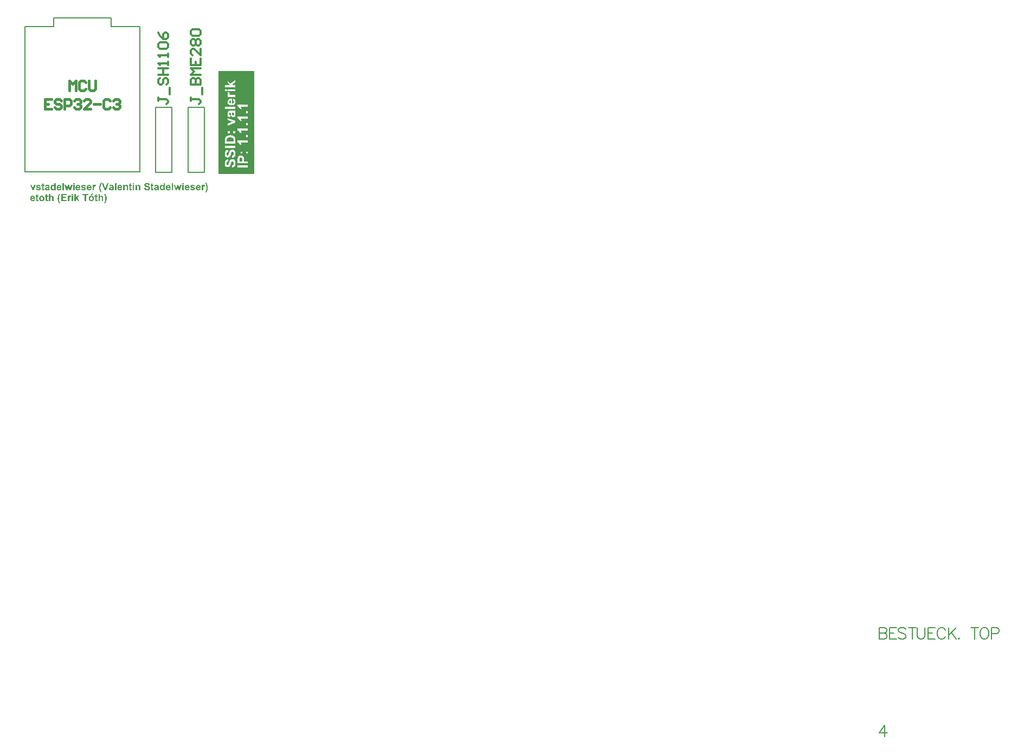
<source format=gbr>
%TF.GenerationSoftware,Altium Limited,Altium Designer,24.8.2 (39)*%
G04 Layer_Color=65535*
%FSLAX45Y45*%
%MOMM*%
%TF.SameCoordinates,AEF890BE-CC7D-4D31-97F1-A5BAF979AF91*%
%TF.FilePolarity,Positive*%
%TF.FileFunction,Legend,Top*%
%TF.Part,Single*%
G01*
G75*
%TA.AperFunction,NonConductor*%
%ADD10C,0.17780*%
%ADD16C,0.20000*%
%ADD17C,0.12700*%
%ADD18C,0.40000*%
%ADD19C,0.35000*%
G36*
X15298009Y9336510D02*
X15276489D01*
Y9356411D01*
X15298009D01*
Y9336510D01*
D02*
G37*
G36*
X14523967Y9336509D02*
X14502448D01*
Y9356411D01*
X14523967D01*
Y9336509D01*
D02*
G37*
G36*
X13593143Y9336509D02*
X13571625D01*
Y9356410D01*
X13593143D01*
Y9336509D01*
D02*
G37*
G36*
X14727832Y9358352D02*
X14729613Y9358190D01*
X14731715Y9358029D01*
X14733820Y9357705D01*
X14736246Y9357381D01*
X14741423Y9356249D01*
X14744012Y9355440D01*
X14746600Y9354631D01*
X14749190Y9353498D01*
X14751616Y9352204D01*
X14753882Y9350748D01*
X14755984Y9349130D01*
X14756146Y9348968D01*
X14756470Y9348644D01*
X14756956Y9348159D01*
X14757603Y9347512D01*
X14758412Y9346541D01*
X14759383Y9345408D01*
X14760355Y9344114D01*
X14761485Y9342658D01*
X14762457Y9340878D01*
X14763428Y9339098D01*
X14764398Y9336995D01*
X14765207Y9334730D01*
X14766016Y9332464D01*
X14766664Y9329876D01*
X14767149Y9327287D01*
X14767311Y9324375D01*
X14744659Y9323566D01*
Y9323727D01*
Y9323889D01*
X14744336Y9325022D01*
X14744012Y9326478D01*
X14743365Y9328258D01*
X14742557Y9330361D01*
X14741423Y9332303D01*
X14739967Y9334244D01*
X14738348Y9335862D01*
X14738187Y9336024D01*
X14737540Y9336509D01*
X14736407Y9337157D01*
X14734789Y9337804D01*
X14732848Y9338451D01*
X14730421Y9339098D01*
X14727509Y9339584D01*
X14724110Y9339745D01*
X14722493D01*
X14720712Y9339584D01*
X14718610Y9339260D01*
X14716183Y9338775D01*
X14713594Y9337966D01*
X14711166Y9336995D01*
X14708902Y9335539D01*
X14708740Y9335377D01*
X14708417Y9335053D01*
X14707768Y9334568D01*
X14707121Y9333759D01*
X14706474Y9332788D01*
X14705827Y9331494D01*
X14705504Y9330199D01*
X14705342Y9328581D01*
Y9328419D01*
Y9327934D01*
X14705504Y9327125D01*
X14705827Y9326316D01*
X14706151Y9325184D01*
X14706638Y9324051D01*
X14707446Y9322918D01*
X14708578Y9321786D01*
X14708740Y9321624D01*
X14709549Y9321139D01*
X14710034Y9320815D01*
X14710843Y9320491D01*
X14711652Y9320006D01*
X14712785Y9319521D01*
X14714079Y9319035D01*
X14715535Y9318388D01*
X14717316Y9317741D01*
X14719095Y9317094D01*
X14721359Y9316446D01*
X14723787Y9315799D01*
X14726376Y9315152D01*
X14729288Y9314343D01*
X14729449D01*
X14730096Y9314181D01*
X14730907Y9314019D01*
X14732039Y9313696D01*
X14733333Y9313372D01*
X14734950Y9312887D01*
X14736731Y9312401D01*
X14738512Y9311916D01*
X14742393Y9310622D01*
X14746439Y9309327D01*
X14750322Y9307871D01*
X14751939Y9307062D01*
X14753558Y9306253D01*
X14753720D01*
X14753882Y9306091D01*
X14754852Y9305444D01*
X14756310Y9304473D01*
X14758089Y9303179D01*
X14760030Y9301561D01*
X14762132Y9299619D01*
X14764236Y9297354D01*
X14766016Y9294766D01*
X14766177Y9294442D01*
X14766664Y9293471D01*
X14767473Y9292015D01*
X14768282Y9289912D01*
X14769090Y9287323D01*
X14769901Y9284249D01*
X14770386Y9280851D01*
X14770547Y9276968D01*
Y9276806D01*
Y9276482D01*
Y9275997D01*
Y9275350D01*
X14770386Y9274541D01*
X14770222Y9273408D01*
X14769901Y9271143D01*
X14769252Y9268231D01*
X14768282Y9265156D01*
X14766824Y9262082D01*
X14765047Y9258846D01*
Y9258685D01*
X14764722Y9258523D01*
X14764075Y9257552D01*
X14762781Y9255934D01*
X14761163Y9254154D01*
X14759059Y9252051D01*
X14756310Y9250109D01*
X14753397Y9248168D01*
X14749837Y9246388D01*
X14749675D01*
X14749352Y9246226D01*
X14748866Y9246064D01*
X14748058Y9245741D01*
X14747086Y9245417D01*
X14745953Y9245094D01*
X14744659Y9244770D01*
X14743204Y9244446D01*
X14741423Y9243961D01*
X14739642Y9243637D01*
X14735437Y9242990D01*
X14730743Y9242505D01*
X14725568Y9242343D01*
X14723463D01*
X14722008Y9242505D01*
X14720229Y9242667D01*
X14718286Y9242828D01*
X14716022Y9243152D01*
X14713594Y9243637D01*
X14708255Y9244770D01*
X14705504Y9245579D01*
X14702914Y9246388D01*
X14700165Y9247520D01*
X14697575Y9248815D01*
X14695149Y9250271D01*
X14692883Y9252051D01*
X14692722Y9252213D01*
X14692398Y9252536D01*
X14691751Y9253022D01*
X14691104Y9253831D01*
X14690134Y9254963D01*
X14689162Y9256258D01*
X14688029Y9257714D01*
X14686897Y9259332D01*
X14685765Y9261273D01*
X14684631Y9263377D01*
X14683499Y9265804D01*
X14682367Y9268392D01*
X14681558Y9271143D01*
X14680586Y9274217D01*
X14679939Y9277453D01*
X14679456Y9280851D01*
X14701459Y9282954D01*
Y9282792D01*
X14701620Y9282469D01*
Y9281822D01*
X14701784Y9281174D01*
X14702431Y9279233D01*
X14703239Y9276806D01*
X14704210Y9274055D01*
X14705666Y9271305D01*
X14707285Y9268878D01*
X14709387Y9266613D01*
X14709711Y9266451D01*
X14710519Y9265804D01*
X14711813Y9264995D01*
X14713756Y9264024D01*
X14716183Y9263053D01*
X14718933Y9262244D01*
X14722169Y9261597D01*
X14725891Y9261435D01*
X14727670D01*
X14729613Y9261759D01*
X14732039Y9262082D01*
X14734628Y9262568D01*
X14737378Y9263377D01*
X14739967Y9264509D01*
X14742232Y9265965D01*
X14742557Y9266127D01*
X14743204Y9266774D01*
X14744012Y9267745D01*
X14745145Y9269040D01*
X14746115Y9270658D01*
X14747086Y9272599D01*
X14747733Y9274541D01*
X14747894Y9276806D01*
Y9276968D01*
Y9277453D01*
X14747733Y9278262D01*
X14747571Y9279233D01*
X14747247Y9280204D01*
X14746924Y9281336D01*
X14746277Y9282469D01*
X14745468Y9283601D01*
X14745306Y9283763D01*
X14744983Y9284087D01*
X14744498Y9284572D01*
X14743687Y9285219D01*
X14742557Y9286028D01*
X14741100Y9286837D01*
X14739482Y9287646D01*
X14737378Y9288455D01*
X14737216D01*
X14736569Y9288779D01*
X14735437Y9289103D01*
X14734628Y9289426D01*
X14733656Y9289588D01*
X14732524Y9289912D01*
X14731230Y9290397D01*
X14729774Y9290721D01*
X14728156Y9291206D01*
X14726215Y9291691D01*
X14724110Y9292177D01*
X14721846Y9292824D01*
X14719257Y9293471D01*
X14719095D01*
X14718448Y9293633D01*
X14717477Y9293957D01*
X14716344Y9294280D01*
X14714888Y9294766D01*
X14713107Y9295251D01*
X14711330Y9295898D01*
X14709225Y9296545D01*
X14705019Y9298163D01*
X14700974Y9300105D01*
X14698869Y9301076D01*
X14697090Y9302208D01*
X14695311Y9303341D01*
X14693855Y9304473D01*
X14693694Y9304635D01*
X14693369Y9304959D01*
X14692883Y9305444D01*
X14692236Y9306091D01*
X14691428Y9307062D01*
X14690619Y9308195D01*
X14689648Y9309327D01*
X14688840Y9310784D01*
X14686897Y9314181D01*
X14685278Y9318064D01*
X14684631Y9320168D01*
X14684148Y9322271D01*
X14683823Y9324698D01*
X14683661Y9327125D01*
Y9327287D01*
Y9327449D01*
Y9327934D01*
Y9328581D01*
X14683984Y9330199D01*
X14684308Y9332303D01*
X14684795Y9334730D01*
X14685603Y9337480D01*
X14686736Y9340393D01*
X14688353Y9343143D01*
Y9343305D01*
X14688515Y9343467D01*
X14689323Y9344437D01*
X14690295Y9345732D01*
X14691913Y9347350D01*
X14693855Y9349130D01*
X14696281Y9351071D01*
X14699033Y9352851D01*
X14702267Y9354469D01*
X14702431D01*
X14702753Y9354631D01*
X14703239Y9354793D01*
X14703886Y9355116D01*
X14704857Y9355440D01*
X14705827Y9355763D01*
X14707121Y9356087D01*
X14708578Y9356572D01*
X14711813Y9357220D01*
X14715535Y9357867D01*
X14719742Y9358352D01*
X14724434Y9358514D01*
X14726376D01*
X14727832Y9358352D01*
D02*
G37*
G36*
X15003212Y9244446D02*
X14983311D01*
Y9256258D01*
X14983150Y9255934D01*
X14982503Y9255125D01*
X14981371Y9253831D01*
X14979913Y9252374D01*
X14978294Y9250756D01*
X14976192Y9248977D01*
X14973927Y9247359D01*
X14971500Y9245903D01*
X14971176Y9245741D01*
X14970367Y9245417D01*
X14968912Y9244932D01*
X14967293Y9244285D01*
X14965190Y9243637D01*
X14962762Y9243152D01*
X14960336Y9242828D01*
X14957747Y9242667D01*
X14956453D01*
X14955482Y9242828D01*
X14954189Y9242990D01*
X14952893Y9243314D01*
X14951276Y9243637D01*
X14949495Y9244123D01*
X14947716Y9244608D01*
X14945773Y9245417D01*
X14943832Y9246226D01*
X14941730Y9247359D01*
X14939787Y9248653D01*
X14937685Y9250109D01*
X14935744Y9251889D01*
X14933801Y9253831D01*
X14933640Y9253992D01*
X14933316Y9254316D01*
X14932829Y9254963D01*
X14932346Y9255934D01*
X14931535Y9257067D01*
X14930727Y9258523D01*
X14929756Y9260141D01*
X14928947Y9262082D01*
X14927975Y9264186D01*
X14927005Y9266451D01*
X14926196Y9269040D01*
X14925549Y9271790D01*
X14924902Y9274864D01*
X14924417Y9278100D01*
X14924094Y9281498D01*
X14923930Y9285219D01*
Y9285381D01*
Y9286190D01*
Y9287161D01*
X14924094Y9288617D01*
X14924255Y9290397D01*
X14924417Y9292339D01*
X14924741Y9294604D01*
X14925064Y9296869D01*
X14926196Y9302046D01*
X14927005Y9304635D01*
X14927975Y9307224D01*
X14929109Y9309813D01*
X14930403Y9312240D01*
X14931859Y9314505D01*
X14933476Y9316608D01*
X14933640Y9316770D01*
X14933963Y9317094D01*
X14934448Y9317579D01*
X14935257Y9318388D01*
X14936227Y9319197D01*
X14937361Y9320006D01*
X14938655Y9320977D01*
X14940273Y9322109D01*
X14941891Y9323080D01*
X14943832Y9324051D01*
X14947878Y9325831D01*
X14950304Y9326478D01*
X14952731Y9326963D01*
X14955321Y9327287D01*
X14958070Y9327449D01*
X14959364D01*
X14960336Y9327287D01*
X14961469Y9327125D01*
X14962926Y9326802D01*
X14964381Y9326478D01*
X14966161Y9325993D01*
X14967940Y9325507D01*
X14969882Y9324698D01*
X14971823Y9323727D01*
X14973766Y9322757D01*
X14975868Y9321300D01*
X14977811Y9319844D01*
X14979752Y9318064D01*
X14981693Y9316123D01*
Y9356411D01*
X15003212D01*
Y9244446D01*
D02*
G37*
G36*
X13298347Y9244446D02*
X13278445D01*
Y9256257D01*
X13278284Y9255934D01*
X13277637Y9255125D01*
X13276505Y9253830D01*
X13275047Y9252374D01*
X13273430Y9250756D01*
X13271327Y9248976D01*
X13269061Y9247358D01*
X13266634Y9245902D01*
X13266312Y9245740D01*
X13265501Y9245417D01*
X13264046Y9244931D01*
X13262428Y9244284D01*
X13260324Y9243637D01*
X13257896Y9243152D01*
X13255470Y9242828D01*
X13252882Y9242666D01*
X13251587D01*
X13250616Y9242828D01*
X13249323Y9242990D01*
X13248029Y9243313D01*
X13246410Y9243637D01*
X13244630Y9244122D01*
X13242850Y9244608D01*
X13240907Y9245417D01*
X13238966Y9246226D01*
X13236864Y9247358D01*
X13234921Y9248653D01*
X13232819Y9250109D01*
X13230878Y9251889D01*
X13228935Y9253830D01*
X13228773Y9253992D01*
X13228450Y9254316D01*
X13227965Y9254963D01*
X13227480Y9255934D01*
X13226669Y9257066D01*
X13225861Y9258523D01*
X13224890Y9260140D01*
X13224081Y9262082D01*
X13223111Y9264185D01*
X13222141Y9266451D01*
X13221330Y9269039D01*
X13220683Y9271790D01*
X13220036Y9274864D01*
X13219551Y9278100D01*
X13219228Y9281498D01*
X13219066Y9285219D01*
Y9285381D01*
Y9286190D01*
Y9287161D01*
X13219228Y9288617D01*
X13219389Y9290397D01*
X13219551Y9292338D01*
X13219875Y9294603D01*
X13220198Y9296869D01*
X13221330Y9302046D01*
X13222141Y9304635D01*
X13223111Y9307224D01*
X13224243Y9309812D01*
X13225539Y9312239D01*
X13226994Y9314505D01*
X13228612Y9316608D01*
X13228773Y9316770D01*
X13229097Y9317093D01*
X13229584Y9317579D01*
X13230392Y9318388D01*
X13231361Y9319197D01*
X13232495Y9320006D01*
X13233789Y9320977D01*
X13235406Y9322109D01*
X13237025Y9323080D01*
X13238966Y9324051D01*
X13243011Y9325830D01*
X13245439Y9326478D01*
X13247865Y9326963D01*
X13250455Y9327287D01*
X13253204Y9327448D01*
X13254500D01*
X13255470Y9327287D01*
X13256602Y9327125D01*
X13258060Y9326801D01*
X13259515Y9326478D01*
X13261295Y9325992D01*
X13263075Y9325507D01*
X13265016Y9324698D01*
X13266959Y9323727D01*
X13268900Y9322756D01*
X13271004Y9321300D01*
X13272945Y9319844D01*
X13274886Y9318064D01*
X13276828Y9316123D01*
Y9356410D01*
X13298347D01*
Y9244446D01*
D02*
G37*
G36*
X15621281Y9327287D02*
X15623061Y9326964D01*
X15625327Y9326478D01*
X15627753Y9325669D01*
X15630180Y9324698D01*
X15632768Y9323242D01*
X15625974Y9304635D01*
X15625810Y9304797D01*
X15625002Y9305121D01*
X15624031Y9305768D01*
X15622737Y9306415D01*
X15621120Y9307062D01*
X15619501Y9307710D01*
X15617722Y9308033D01*
X15615941Y9308195D01*
X15615294D01*
X15614323Y9308033D01*
X15613353Y9307871D01*
X15612219Y9307548D01*
X15610925Y9307062D01*
X15609631Y9306415D01*
X15608337Y9305606D01*
X15608176Y9305444D01*
X15607851Y9305121D01*
X15607204Y9304474D01*
X15606557Y9303503D01*
X15605748Y9302370D01*
X15604939Y9300752D01*
X15604131Y9298811D01*
X15603484Y9296546D01*
Y9296222D01*
X15603320Y9295737D01*
X15603159Y9295251D01*
Y9294442D01*
X15602997Y9293471D01*
X15602837Y9292177D01*
X15602673Y9290721D01*
X15602512Y9289103D01*
X15602350Y9286999D01*
X15602190Y9284896D01*
Y9282307D01*
X15602026Y9279557D01*
X15601865Y9276483D01*
Y9273085D01*
Y9269363D01*
Y9244447D01*
X15580347D01*
Y9325669D01*
X15600247D01*
Y9314182D01*
X15600409Y9314343D01*
X15601056Y9315314D01*
X15602026Y9316770D01*
X15603320Y9318550D01*
X15604614Y9320330D01*
X15606233Y9322110D01*
X15607690Y9323728D01*
X15609308Y9324860D01*
X15609470Y9325022D01*
X15609955Y9325346D01*
X15610925Y9325669D01*
X15612057Y9326155D01*
X15613353Y9326640D01*
X15614970Y9327125D01*
X15616589Y9327287D01*
X15618530Y9327449D01*
X15619824D01*
X15621281Y9327287D01*
D02*
G37*
G36*
X13916415Y9327287D02*
X13918195Y9326963D01*
X13920461Y9326478D01*
X13922887Y9325669D01*
X13925314Y9324698D01*
X13927904Y9323242D01*
X13921107Y9304635D01*
X13920946Y9304797D01*
X13920135Y9305121D01*
X13919167Y9305768D01*
X13917871Y9306415D01*
X13916254Y9307062D01*
X13914635Y9307709D01*
X13912856Y9308033D01*
X13911076Y9308195D01*
X13910429D01*
X13909457Y9308033D01*
X13908487Y9307871D01*
X13907355Y9307548D01*
X13906059Y9307062D01*
X13904765Y9306415D01*
X13903471Y9305606D01*
X13903310Y9305444D01*
X13902986Y9305121D01*
X13902339Y9304473D01*
X13901692Y9303503D01*
X13900883Y9302370D01*
X13900073Y9300752D01*
X13899265Y9298810D01*
X13898618Y9296545D01*
Y9296222D01*
X13898456Y9295736D01*
X13898294Y9295251D01*
Y9294442D01*
X13898132Y9293471D01*
X13897971Y9292177D01*
X13897807Y9290721D01*
X13897647Y9289103D01*
X13897485Y9286999D01*
X13897324Y9284896D01*
Y9282307D01*
X13897160Y9279556D01*
X13896999Y9276482D01*
Y9273085D01*
Y9269363D01*
Y9244446D01*
X13875481D01*
Y9325669D01*
X13895381D01*
Y9314181D01*
X13895543Y9314343D01*
X13896190Y9315314D01*
X13897160Y9316770D01*
X13898456Y9318550D01*
X13899750Y9320330D01*
X13901369Y9322109D01*
X13902824Y9323727D01*
X13904442Y9324860D01*
X13904604Y9325022D01*
X13905089Y9325345D01*
X13906059Y9325669D01*
X13907193Y9326154D01*
X13908487Y9326640D01*
X13910104Y9327125D01*
X13911723Y9327287D01*
X13913664Y9327449D01*
X13914960D01*
X13916415Y9327287D01*
D02*
G37*
G36*
X14594997D02*
X14596776Y9327125D01*
X14598717Y9326802D01*
X14600821Y9326316D01*
X14603085Y9325669D01*
X14605351Y9324860D01*
X14605675Y9324698D01*
X14606322Y9324375D01*
X14607454Y9323889D01*
X14608749Y9323080D01*
X14610205Y9322109D01*
X14611661Y9320977D01*
X14613116Y9319682D01*
X14614412Y9318226D01*
X14614574Y9318064D01*
X14614897Y9317579D01*
X14615382Y9316770D01*
X14616029Y9315637D01*
X14616840Y9314343D01*
X14617487Y9312725D01*
X14618134Y9311107D01*
X14618617Y9309166D01*
Y9309004D01*
X14618781Y9308195D01*
X14619104Y9307062D01*
X14619266Y9305444D01*
X14619589Y9303503D01*
X14619751Y9300914D01*
X14619913Y9298163D01*
Y9294766D01*
Y9244446D01*
X14598393D01*
Y9285705D01*
Y9285867D01*
Y9286352D01*
Y9286999D01*
Y9287808D01*
Y9288941D01*
Y9290073D01*
X14598232Y9292824D01*
X14598070Y9295574D01*
X14597746Y9298487D01*
X14597423Y9300914D01*
X14597261Y9301885D01*
X14596938Y9302694D01*
Y9302855D01*
X14596614Y9303341D01*
X14596291Y9303988D01*
X14595805Y9304959D01*
X14594350Y9306900D01*
X14593539Y9307871D01*
X14592407Y9308680D01*
X14592245Y9308842D01*
X14591922Y9309004D01*
X14591275Y9309327D01*
X14590305Y9309813D01*
X14589171Y9310298D01*
X14588039Y9310622D01*
X14586581Y9310784D01*
X14584964Y9310945D01*
X14583994D01*
X14583023Y9310784D01*
X14581729Y9310622D01*
X14580112Y9310136D01*
X14578493Y9309651D01*
X14576714Y9308842D01*
X14574933Y9307871D01*
X14574771Y9307709D01*
X14574286Y9307386D01*
X14573477Y9306577D01*
X14572507Y9305768D01*
X14571535Y9304473D01*
X14570564Y9303179D01*
X14569594Y9301399D01*
X14568945Y9299619D01*
Y9299458D01*
X14568623Y9298649D01*
X14568462Y9297354D01*
X14568137Y9295413D01*
X14567976Y9294280D01*
X14567815Y9292824D01*
X14567651Y9291368D01*
Y9289588D01*
X14567490Y9287808D01*
X14567328Y9285705D01*
Y9283440D01*
Y9281013D01*
Y9244446D01*
X14545808D01*
Y9325669D01*
X14565710D01*
Y9313696D01*
X14565872Y9313858D01*
X14566196Y9314343D01*
X14566843Y9314990D01*
X14567651Y9315799D01*
X14568623Y9316932D01*
X14569917Y9318064D01*
X14571373Y9319359D01*
X14572990Y9320653D01*
X14574771Y9321786D01*
X14576875Y9323080D01*
X14578978Y9324213D01*
X14581406Y9325345D01*
X14583994Y9326154D01*
X14586581Y9326802D01*
X14589494Y9327287D01*
X14592407Y9327449D01*
X14593539D01*
X14594997Y9327287D01*
D02*
G37*
G36*
X14403751D02*
X14405530Y9327125D01*
X14407472Y9326802D01*
X14409575Y9326316D01*
X14411841Y9325669D01*
X14414107Y9324860D01*
X14414429Y9324698D01*
X14415077Y9324375D01*
X14416209Y9323889D01*
X14417503Y9323080D01*
X14418961Y9322109D01*
X14420416Y9320977D01*
X14421872Y9319682D01*
X14423166Y9318226D01*
X14423328Y9318064D01*
X14423653Y9317579D01*
X14424136Y9316770D01*
X14424783Y9315637D01*
X14425594Y9314343D01*
X14426241Y9312725D01*
X14426888Y9311107D01*
X14427373Y9309166D01*
Y9309004D01*
X14427534Y9308195D01*
X14427859Y9307062D01*
X14428020Y9305444D01*
X14428345Y9303503D01*
X14428506Y9300914D01*
X14428668Y9298163D01*
Y9294766D01*
Y9244446D01*
X14407149D01*
Y9285705D01*
Y9285867D01*
Y9286352D01*
Y9286999D01*
Y9287808D01*
Y9288941D01*
Y9290073D01*
X14406987Y9292824D01*
X14406825Y9295574D01*
X14406500Y9298487D01*
X14406178Y9300914D01*
X14406017Y9301885D01*
X14405692Y9302694D01*
Y9302855D01*
X14405370Y9303341D01*
X14405045Y9303988D01*
X14404559Y9304959D01*
X14403104Y9306900D01*
X14402295Y9307871D01*
X14401163Y9308680D01*
X14400999Y9308842D01*
X14400677Y9309004D01*
X14400029Y9309327D01*
X14399059Y9309813D01*
X14397926Y9310298D01*
X14396793Y9310622D01*
X14395337Y9310784D01*
X14393719Y9310945D01*
X14392747D01*
X14391779Y9310784D01*
X14390483Y9310622D01*
X14388866Y9310136D01*
X14387247Y9309651D01*
X14385468Y9308842D01*
X14383688Y9307871D01*
X14383527Y9307709D01*
X14383041Y9307386D01*
X14382233Y9306577D01*
X14381261Y9305768D01*
X14380290Y9304473D01*
X14379318Y9303179D01*
X14378348Y9301399D01*
X14377701Y9299619D01*
Y9299458D01*
X14377377Y9298649D01*
X14377216Y9297354D01*
X14376892Y9295413D01*
X14376730Y9294280D01*
X14376569Y9292824D01*
X14376407Y9291368D01*
Y9289588D01*
X14376245Y9287808D01*
X14376083Y9285705D01*
Y9283440D01*
Y9281013D01*
Y9244446D01*
X14354564D01*
Y9325669D01*
X14374464D01*
Y9313696D01*
X14374628Y9313858D01*
X14374951Y9314343D01*
X14375598Y9314990D01*
X14376407Y9315799D01*
X14377377Y9316932D01*
X14378671Y9318064D01*
X14380128Y9319359D01*
X14381746Y9320653D01*
X14383527Y9321786D01*
X14385629Y9323080D01*
X14387733Y9324213D01*
X14390160Y9325345D01*
X14392747Y9326154D01*
X14395337Y9326802D01*
X14398250Y9327287D01*
X14401163Y9327449D01*
X14402295D01*
X14403751Y9327287D01*
D02*
G37*
G36*
X15440714Y9327287D02*
X15442332Y9327125D01*
X15444112Y9326964D01*
X15446053Y9326802D01*
X15450098Y9326155D01*
X15454143Y9325184D01*
X15458026Y9323728D01*
X15459805Y9322919D01*
X15461424Y9321948D01*
X15461586D01*
X15461748Y9321624D01*
X15462720Y9320977D01*
X15464175Y9319683D01*
X15465793Y9317903D01*
X15467734Y9315800D01*
X15469514Y9313049D01*
X15471294Y9309813D01*
X15472588Y9306092D01*
X15452364Y9302370D01*
Y9302532D01*
X15452040Y9303179D01*
X15451717Y9303988D01*
X15451231Y9304959D01*
X15450584Y9306253D01*
X15449612Y9307386D01*
X15448642Y9308519D01*
X15447348Y9309489D01*
X15447186Y9309651D01*
X15446701Y9309975D01*
X15445892Y9310298D01*
X15444759Y9310784D01*
X15443303Y9311269D01*
X15441524Y9311755D01*
X15439420Y9311916D01*
X15436993Y9312078D01*
X15435538D01*
X15434081Y9311916D01*
X15432301Y9311755D01*
X15430197Y9311431D01*
X15428256Y9311107D01*
X15426476Y9310460D01*
X15424858Y9309651D01*
X15424696D01*
X15424535Y9309328D01*
X15423724Y9308519D01*
X15422755Y9307062D01*
X15422594Y9306253D01*
X15422430Y9305283D01*
Y9305121D01*
Y9304959D01*
X15422755Y9303988D01*
X15423402Y9302694D01*
X15423888Y9302047D01*
X15424535Y9301399D01*
X15424696Y9301238D01*
X15425343Y9301076D01*
X15425667Y9300752D01*
X15426314Y9300590D01*
X15427122Y9300267D01*
X15428094Y9299782D01*
X15429388Y9299458D01*
X15430682Y9298973D01*
X15432301Y9298487D01*
X15434242Y9298002D01*
X15436346Y9297355D01*
X15438773Y9296707D01*
X15441524Y9296060D01*
X15444597Y9295251D01*
X15444759D01*
X15445406Y9295089D01*
X15446214Y9294928D01*
X15447348Y9294604D01*
X15448804Y9294119D01*
X15450423Y9293795D01*
X15453983Y9292662D01*
X15458026Y9291206D01*
X15461909Y9289588D01*
X15463850Y9288617D01*
X15465631Y9287808D01*
X15467087Y9286676D01*
X15468542Y9285705D01*
X15468867Y9285381D01*
X15469676Y9284734D01*
X15470647Y9283440D01*
X15471941Y9281660D01*
X15473236Y9279395D01*
X15474207Y9276644D01*
X15475015Y9273408D01*
X15475339Y9269849D01*
Y9269687D01*
Y9269363D01*
Y9268716D01*
X15475177Y9267907D01*
X15475015Y9267098D01*
X15474854Y9265966D01*
X15474207Y9263215D01*
X15473074Y9260303D01*
X15472266Y9258685D01*
X15471455Y9257067D01*
X15470323Y9255449D01*
X15469029Y9253831D01*
X15467574Y9252213D01*
X15465955Y9250595D01*
X15465793Y9250433D01*
X15465469Y9250271D01*
X15464984Y9249948D01*
X15464175Y9249301D01*
X15463203Y9248815D01*
X15462071Y9248168D01*
X15460616Y9247359D01*
X15458997Y9246712D01*
X15457217Y9245903D01*
X15455115Y9245256D01*
X15452849Y9244447D01*
X15450423Y9243961D01*
X15447672Y9243476D01*
X15444759Y9242990D01*
X15441685Y9242829D01*
X15438449Y9242667D01*
X15436832D01*
X15435698Y9242829D01*
X15434242D01*
X15432623Y9242990D01*
X15430844Y9243152D01*
X15428903Y9243476D01*
X15424696Y9244285D01*
X15420328Y9245417D01*
X15415959Y9247035D01*
X15414017Y9248168D01*
X15412076Y9249301D01*
X15411914Y9249462D01*
X15411591Y9249624D01*
X15411105Y9249948D01*
X15410620Y9250595D01*
X15408839Y9252051D01*
X15406898Y9254154D01*
X15404794Y9256743D01*
X15402853Y9259817D01*
X15401074Y9263539D01*
X15399617Y9267584D01*
X15421136Y9270820D01*
Y9270496D01*
X15421460Y9269849D01*
X15421783Y9268716D01*
X15422269Y9267260D01*
X15423077Y9265642D01*
X15424049Y9264186D01*
X15425182Y9262568D01*
X15426637Y9261274D01*
X15426799Y9261112D01*
X15427448Y9260788D01*
X15428416Y9260303D01*
X15429712Y9259817D01*
X15431329Y9259170D01*
X15433434Y9258685D01*
X15435698Y9258361D01*
X15438449Y9258199D01*
X15439743D01*
X15441360Y9258361D01*
X15443141Y9258523D01*
X15445084Y9258847D01*
X15447186Y9259494D01*
X15449129Y9260141D01*
X15450906Y9261112D01*
X15451070Y9261274D01*
X15451393Y9261597D01*
X15451878Y9262083D01*
X15452364Y9262730D01*
X15452849Y9263539D01*
X15453334Y9264510D01*
X15453658Y9265642D01*
X15453819Y9266937D01*
Y9267098D01*
Y9267422D01*
X15453658Y9268393D01*
X15453172Y9269687D01*
X15452202Y9270981D01*
X15451878Y9271305D01*
X15451393Y9271467D01*
X15450746Y9271952D01*
X15449776Y9272276D01*
X15448480Y9272761D01*
X15447025Y9273247D01*
X15445084Y9273732D01*
X15444759D01*
X15443950Y9274056D01*
X15442656Y9274379D01*
X15440875Y9274703D01*
X15438773Y9275188D01*
X15436507Y9275835D01*
X15433919Y9276483D01*
X15431168Y9277292D01*
X15425505Y9278910D01*
X15422755Y9279719D01*
X15420166Y9280689D01*
X15417738Y9281498D01*
X15415474Y9282469D01*
X15413531Y9283440D01*
X15412076Y9284249D01*
X15411914Y9284411D01*
X15411591Y9284572D01*
X15411267Y9284896D01*
X15410620Y9285543D01*
X15409003Y9286999D01*
X15407384Y9289103D01*
X15405605Y9291692D01*
X15403986Y9294766D01*
X15403339Y9296546D01*
X15403015Y9298487D01*
X15402692Y9300429D01*
X15402530Y9302532D01*
Y9302694D01*
Y9303017D01*
Y9303503D01*
X15402692Y9304312D01*
X15402853Y9305121D01*
X15403015Y9306253D01*
X15403500Y9308680D01*
X15404471Y9311431D01*
X15406088Y9314343D01*
X15406898Y9315961D01*
X15408031Y9317417D01*
X15409325Y9318874D01*
X15410780Y9320168D01*
X15410944Y9320330D01*
X15411105Y9320492D01*
X15411591Y9320815D01*
X15412399Y9321301D01*
X15413208Y9321786D01*
X15414342Y9322433D01*
X15415636Y9323080D01*
X15417091Y9323889D01*
X15418871Y9324537D01*
X15420813Y9325184D01*
X15422916Y9325831D01*
X15425182Y9326316D01*
X15427769Y9326802D01*
X15430521Y9327125D01*
X15433434Y9327449D01*
X15439420D01*
X15440714Y9327287D01*
D02*
G37*
G36*
X13735849Y9327287D02*
X13737466Y9327125D01*
X13739246Y9326963D01*
X13741188Y9326802D01*
X13745233Y9326154D01*
X13749278Y9325184D01*
X13753162Y9323727D01*
X13754941Y9322918D01*
X13756560Y9321948D01*
X13756721D01*
X13756882Y9321624D01*
X13757854Y9320977D01*
X13759309Y9319682D01*
X13760927Y9317903D01*
X13762869Y9315799D01*
X13764648Y9313049D01*
X13766428Y9309813D01*
X13767723Y9306091D01*
X13747498Y9302370D01*
Y9302532D01*
X13747174Y9303179D01*
X13746851Y9303988D01*
X13746365Y9304959D01*
X13745718Y9306253D01*
X13744746Y9307386D01*
X13743777Y9308518D01*
X13742482Y9309489D01*
X13742320Y9309651D01*
X13741835Y9309975D01*
X13741026Y9310298D01*
X13739894Y9310784D01*
X13738437Y9311269D01*
X13736658Y9311754D01*
X13734554Y9311916D01*
X13732127Y9312078D01*
X13730672D01*
X13729214Y9311916D01*
X13727435Y9311754D01*
X13725333Y9311431D01*
X13723390Y9311107D01*
X13721609Y9310460D01*
X13719992Y9309651D01*
X13719830D01*
X13719669Y9309327D01*
X13718860Y9308518D01*
X13717889Y9307062D01*
X13717728Y9306253D01*
X13717564Y9305282D01*
Y9305121D01*
Y9304959D01*
X13717889Y9303988D01*
X13718536Y9302694D01*
X13719022Y9302046D01*
X13719669Y9301399D01*
X13719830Y9301237D01*
X13720477Y9301076D01*
X13720801Y9300752D01*
X13721449Y9300590D01*
X13722258Y9300267D01*
X13723228Y9299781D01*
X13724522Y9299458D01*
X13725816Y9298972D01*
X13727435Y9298487D01*
X13729378Y9298001D01*
X13731480Y9297354D01*
X13733907Y9296707D01*
X13736658Y9296060D01*
X13739732Y9295251D01*
X13739894D01*
X13740541Y9295089D01*
X13741350Y9294927D01*
X13742482Y9294604D01*
X13743938Y9294118D01*
X13745557Y9293795D01*
X13749117Y9292662D01*
X13753162Y9291206D01*
X13757043Y9289588D01*
X13758986Y9288617D01*
X13760765Y9287808D01*
X13762222Y9286676D01*
X13763678Y9285705D01*
X13764001Y9285381D01*
X13764810Y9284734D01*
X13765781Y9283440D01*
X13767076Y9281660D01*
X13768370Y9279395D01*
X13769341Y9276644D01*
X13770151Y9273408D01*
X13770473Y9269849D01*
Y9269687D01*
Y9269363D01*
Y9268716D01*
X13770312Y9267907D01*
X13770151Y9267098D01*
X13769987Y9265965D01*
X13769341Y9263215D01*
X13768208Y9260303D01*
X13767400Y9258685D01*
X13766589Y9257067D01*
X13765459Y9255449D01*
X13764163Y9253831D01*
X13762708Y9252213D01*
X13761089Y9250595D01*
X13760927Y9250433D01*
X13760603Y9250271D01*
X13760118Y9249947D01*
X13759309Y9249300D01*
X13758337Y9248815D01*
X13757207Y9248168D01*
X13755750Y9247359D01*
X13754132Y9246712D01*
X13752351Y9245903D01*
X13750249Y9245255D01*
X13747983Y9244446D01*
X13745557Y9243961D01*
X13742805Y9243476D01*
X13739894Y9242990D01*
X13736819Y9242828D01*
X13733583Y9242667D01*
X13731966D01*
X13730833Y9242828D01*
X13729378D01*
X13727759Y9242990D01*
X13725980Y9243152D01*
X13724037Y9243476D01*
X13719830Y9244285D01*
X13715462Y9245417D01*
X13711093Y9247035D01*
X13709152Y9248168D01*
X13707210Y9249300D01*
X13707050Y9249462D01*
X13706725Y9249624D01*
X13706239Y9249947D01*
X13705754Y9250595D01*
X13703973Y9252051D01*
X13702032Y9254154D01*
X13699928Y9256743D01*
X13697987Y9259817D01*
X13696208Y9263538D01*
X13694753Y9267583D01*
X13716270Y9270819D01*
Y9270496D01*
X13716595Y9269849D01*
X13716917Y9268716D01*
X13717404Y9267260D01*
X13718213Y9265642D01*
X13719183Y9264186D01*
X13720316Y9262568D01*
X13721771Y9261273D01*
X13721935Y9261112D01*
X13722581Y9260788D01*
X13723552Y9260303D01*
X13724846Y9259817D01*
X13726463Y9259170D01*
X13728568Y9258685D01*
X13730833Y9258361D01*
X13733583Y9258199D01*
X13734879D01*
X13736496Y9258361D01*
X13738277Y9258523D01*
X13740218Y9258846D01*
X13742320Y9259494D01*
X13744263Y9260141D01*
X13746042Y9261112D01*
X13746204Y9261273D01*
X13746527Y9261597D01*
X13747012Y9262082D01*
X13747498Y9262730D01*
X13747983Y9263538D01*
X13748470Y9264509D01*
X13748792Y9265642D01*
X13748953Y9266936D01*
Y9267098D01*
Y9267422D01*
X13748792Y9268392D01*
X13748306Y9269687D01*
X13747336Y9270981D01*
X13747012Y9271305D01*
X13746527Y9271467D01*
X13745880Y9271952D01*
X13744910Y9272276D01*
X13743616Y9272761D01*
X13742159Y9273246D01*
X13740218Y9273732D01*
X13739894D01*
X13739085Y9274055D01*
X13737790Y9274379D01*
X13736011Y9274703D01*
X13733907Y9275188D01*
X13731642Y9275835D01*
X13729053Y9276482D01*
X13726302Y9277291D01*
X13720641Y9278909D01*
X13717889Y9279718D01*
X13715300Y9280689D01*
X13712872Y9281498D01*
X13710608Y9282469D01*
X13708667Y9283440D01*
X13707210Y9284249D01*
X13707050Y9284410D01*
X13706725Y9284572D01*
X13706401Y9284896D01*
X13705754Y9285543D01*
X13704137Y9286999D01*
X13702518Y9289103D01*
X13700739Y9291691D01*
X13699120Y9294766D01*
X13698473Y9296545D01*
X13698151Y9298487D01*
X13697826Y9300428D01*
X13697664Y9302532D01*
Y9302694D01*
Y9303017D01*
Y9303503D01*
X13697826Y9304312D01*
X13697987Y9305121D01*
X13698151Y9306253D01*
X13698634Y9308680D01*
X13699606Y9311431D01*
X13701224Y9314343D01*
X13702032Y9315961D01*
X13703165Y9317417D01*
X13704460Y9318873D01*
X13705916Y9320168D01*
X13706078Y9320330D01*
X13706239Y9320491D01*
X13706725Y9320815D01*
X13707533Y9321300D01*
X13708344Y9321786D01*
X13709476Y9322433D01*
X13710770Y9323080D01*
X13712225Y9323889D01*
X13714006Y9324536D01*
X13715947Y9325184D01*
X13718051Y9325831D01*
X13720316Y9326316D01*
X13722905Y9326802D01*
X13725655Y9327125D01*
X13728568Y9327449D01*
X13734554D01*
X13735849Y9327287D01*
D02*
G37*
G36*
X13031218Y9327287D02*
X13032835Y9327125D01*
X13034616Y9326963D01*
X13036559Y9326801D01*
X13040604Y9326154D01*
X13044649Y9325183D01*
X13048531Y9323727D01*
X13050310Y9322918D01*
X13051929Y9321947D01*
X13052090D01*
X13052252Y9321624D01*
X13053223Y9320977D01*
X13054678Y9319682D01*
X13056297Y9317902D01*
X13058240Y9315799D01*
X13060017Y9313048D01*
X13061798Y9309812D01*
X13063092Y9306091D01*
X13042868Y9302370D01*
Y9302532D01*
X13042545Y9303179D01*
X13042221Y9303988D01*
X13041734Y9304959D01*
X13041087Y9306253D01*
X13040117Y9307385D01*
X13039146Y9308518D01*
X13037852Y9309489D01*
X13037691Y9309651D01*
X13037206Y9309974D01*
X13036395Y9310298D01*
X13035263Y9310783D01*
X13033807Y9311269D01*
X13032027Y9311754D01*
X13029924Y9311916D01*
X13027496Y9312078D01*
X13026041D01*
X13024585Y9311916D01*
X13022804Y9311754D01*
X13020702Y9311430D01*
X13018761Y9311107D01*
X13016980Y9310460D01*
X13015363Y9309651D01*
X13015199D01*
X13015038Y9309327D01*
X13014229Y9308518D01*
X13013258Y9307062D01*
X13013097Y9306253D01*
X13012935Y9305282D01*
Y9305120D01*
Y9304959D01*
X13013258Y9303988D01*
X13013905Y9302693D01*
X13014391Y9302046D01*
X13015038Y9301399D01*
X13015199Y9301237D01*
X13015846Y9301075D01*
X13016171Y9300752D01*
X13016818Y9300590D01*
X13017627Y9300266D01*
X13018597Y9299781D01*
X13019891Y9299457D01*
X13021187Y9298972D01*
X13022804Y9298487D01*
X13024747Y9298001D01*
X13026849Y9297354D01*
X13029277Y9296707D01*
X13032027Y9296060D01*
X13035101Y9295251D01*
X13035263D01*
X13035910Y9295089D01*
X13036719Y9294927D01*
X13037852Y9294603D01*
X13039308Y9294118D01*
X13040926Y9293794D01*
X13044485Y9292662D01*
X13048531Y9291206D01*
X13052414Y9289588D01*
X13054355Y9288617D01*
X13056136Y9287808D01*
X13057591Y9286675D01*
X13059048Y9285705D01*
X13059370Y9285381D01*
X13060181Y9284734D01*
X13061151Y9283439D01*
X13062445Y9281660D01*
X13063741Y9279394D01*
X13064709Y9276644D01*
X13065520Y9273408D01*
X13065843Y9269848D01*
Y9269687D01*
Y9269363D01*
Y9268716D01*
X13065681Y9267907D01*
X13065520Y9267098D01*
X13065358Y9265965D01*
X13064709Y9263215D01*
X13063577Y9260302D01*
X13062769Y9258684D01*
X13061960Y9257066D01*
X13060828Y9255448D01*
X13059534Y9253830D01*
X13058076Y9252212D01*
X13056459Y9250594D01*
X13056297Y9250433D01*
X13055972Y9250271D01*
X13055489Y9249947D01*
X13054678Y9249300D01*
X13053708Y9248815D01*
X13052576Y9248167D01*
X13051118Y9247358D01*
X13049501Y9246711D01*
X13047722Y9245902D01*
X13045618Y9245255D01*
X13043353Y9244446D01*
X13040926Y9243961D01*
X13038176Y9243475D01*
X13035263Y9242990D01*
X13032188Y9242828D01*
X13028954Y9242666D01*
X13027335D01*
X13026202Y9242828D01*
X13024747D01*
X13023128Y9242990D01*
X13021349Y9243152D01*
X13019408Y9243475D01*
X13015199Y9244284D01*
X13010832Y9245417D01*
X13006464Y9247035D01*
X13004523Y9248167D01*
X13002580Y9249300D01*
X13002419Y9249462D01*
X13002095Y9249624D01*
X13001608Y9249947D01*
X13001125Y9250594D01*
X12999344Y9252051D01*
X12997403Y9254154D01*
X12995299Y9256743D01*
X12993358Y9259817D01*
X12991579Y9263538D01*
X12990121Y9267583D01*
X13011641Y9270819D01*
Y9270496D01*
X13011964Y9269848D01*
X13012288Y9268716D01*
X13012773Y9267260D01*
X13013582Y9265642D01*
X13014552Y9264185D01*
X13015686Y9262567D01*
X13017142Y9261273D01*
X13017303Y9261111D01*
X13017950Y9260788D01*
X13018922Y9260302D01*
X13020216Y9259817D01*
X13021834Y9259170D01*
X13023936Y9258684D01*
X13026202Y9258361D01*
X13028954Y9258199D01*
X13030247D01*
X13031865Y9258361D01*
X13033646Y9258523D01*
X13035587Y9258846D01*
X13037691Y9259493D01*
X13039632Y9260140D01*
X13041412Y9261111D01*
X13041573Y9261273D01*
X13041898Y9261597D01*
X13042381Y9262082D01*
X13042868Y9262729D01*
X13043353Y9263538D01*
X13043839Y9264509D01*
X13044162Y9265642D01*
X13044324Y9266936D01*
Y9267098D01*
Y9267421D01*
X13044162Y9268392D01*
X13043677Y9269687D01*
X13042706Y9270981D01*
X13042381Y9271305D01*
X13041898Y9271466D01*
X13041251Y9271952D01*
X13040279Y9272275D01*
X13038985Y9272761D01*
X13037527Y9273246D01*
X13035587Y9273732D01*
X13035263D01*
X13034454Y9274055D01*
X13033160Y9274379D01*
X13031380Y9274702D01*
X13029277Y9275188D01*
X13027013Y9275835D01*
X13024423Y9276482D01*
X13021672Y9277291D01*
X13016010Y9278909D01*
X13013258Y9279718D01*
X13010670Y9280689D01*
X13008243Y9281498D01*
X13005978Y9282469D01*
X13004036Y9283439D01*
X13002580Y9284248D01*
X13002419Y9284410D01*
X13002095Y9284572D01*
X13001772Y9284896D01*
X13001125Y9285543D01*
X12999506Y9286999D01*
X12997888Y9289102D01*
X12996107Y9291691D01*
X12994490Y9294765D01*
X12993843Y9296545D01*
X12993520Y9298487D01*
X12993196Y9300428D01*
X12993034Y9302532D01*
Y9302693D01*
Y9303017D01*
Y9303502D01*
X12993196Y9304311D01*
X12993358Y9305120D01*
X12993520Y9306253D01*
X12994005Y9308680D01*
X12994975Y9311430D01*
X12996594Y9314343D01*
X12997403Y9315961D01*
X12998535Y9317417D01*
X12999829Y9318873D01*
X13001286Y9320168D01*
X13001447Y9320329D01*
X13001608Y9320491D01*
X13002095Y9320815D01*
X13002904Y9321300D01*
X13003712Y9321786D01*
X13004845Y9322433D01*
X13006140Y9323080D01*
X13007596Y9323889D01*
X13009377Y9324536D01*
X13011317Y9325183D01*
X13013422Y9325830D01*
X13015686Y9326316D01*
X13018274Y9326801D01*
X13021025Y9327125D01*
X13023936Y9327448D01*
X13029924D01*
X13031218Y9327287D01*
D02*
G37*
G36*
X14086140Y9244446D02*
X14061710D01*
X14021584Y9356411D01*
X14046014D01*
X14074492Y9273570D01*
X14101836Y9356411D01*
X14125945D01*
X14086140Y9244446D01*
D02*
G37*
G36*
X15239114Y9244447D02*
X15218404D01*
X15204489Y9296546D01*
X15190736Y9244447D01*
X15169864D01*
X15144299Y9325669D01*
X15165010D01*
X15180219Y9272438D01*
X15194296Y9325669D01*
X15215005D01*
X15228435Y9272438D01*
X15243968Y9325669D01*
X15265163D01*
X15239114Y9244447D01*
D02*
G37*
G36*
X13534248Y9244446D02*
X13513538D01*
X13499623Y9296545D01*
X13485870Y9244446D01*
X13464999D01*
X13439435Y9325669D01*
X13460146D01*
X13475354Y9272437D01*
X13489430Y9325669D01*
X13510139D01*
X13523570Y9272437D01*
X13539102Y9325669D01*
X13560298D01*
X13534248Y9244446D01*
D02*
G37*
G36*
X12952100D02*
X12932683D01*
X12900000Y9325669D01*
X12922490D01*
X12937862Y9284087D01*
X12942229Y9270334D01*
X12942390Y9270496D01*
X12942554Y9271143D01*
X12942877Y9272114D01*
X12943201Y9273084D01*
X12944009Y9275511D01*
X12944333Y9276482D01*
X12944495Y9277291D01*
Y9277453D01*
X12944656Y9277938D01*
X12944818Y9278585D01*
X12945142Y9279394D01*
X12945789Y9281660D01*
X12946761Y9284087D01*
X12962292Y9325669D01*
X12984297D01*
X12952100Y9244446D01*
D02*
G37*
G36*
X15298009Y9244447D02*
X15276489D01*
Y9325669D01*
X15298009D01*
Y9244447D01*
D02*
G37*
G36*
X15132812D02*
X15111293D01*
Y9356411D01*
X15132812D01*
Y9244447D01*
D02*
G37*
G36*
X14876848Y9327287D02*
X14878142D01*
X14881378Y9326963D01*
X14884776Y9326640D01*
X14888336Y9325993D01*
X14891733Y9325022D01*
X14893190Y9324536D01*
X14894646Y9323889D01*
X14894807D01*
X14894969Y9323727D01*
X14895778Y9323242D01*
X14897073Y9322595D01*
X14898529Y9321624D01*
X14900310Y9320330D01*
X14901927Y9318873D01*
X14903383Y9317094D01*
X14904677Y9315314D01*
X14904839Y9314990D01*
X14905164Y9314343D01*
X14905647Y9312887D01*
X14905811Y9312078D01*
X14906134Y9310945D01*
X14906458Y9309813D01*
X14906619Y9308357D01*
X14906943Y9306739D01*
X14907104Y9304959D01*
X14907266Y9303017D01*
X14907428Y9300914D01*
X14907590Y9298649D01*
Y9296060D01*
X14907266Y9270981D01*
Y9270819D01*
Y9270496D01*
Y9270010D01*
Y9269201D01*
Y9267260D01*
X14907428Y9264995D01*
Y9262406D01*
X14907751Y9259817D01*
X14907913Y9257228D01*
X14908237Y9255125D01*
Y9254963D01*
X14908398Y9254316D01*
X14908722Y9253183D01*
X14909045Y9251889D01*
X14909692Y9250271D01*
X14910339Y9248491D01*
X14911150Y9246550D01*
X14912120Y9244446D01*
X14890924D01*
Y9244608D01*
X14890762Y9244770D01*
X14890601Y9245417D01*
X14890277Y9246064D01*
X14889954Y9246873D01*
X14889630Y9248006D01*
X14889307Y9249300D01*
X14888821Y9250756D01*
Y9250918D01*
X14888660Y9251080D01*
X14888498Y9251727D01*
X14888174Y9252536D01*
X14888013Y9253183D01*
X14887689Y9253022D01*
X14887041Y9252374D01*
X14885909Y9251404D01*
X14884453Y9250271D01*
X14882674Y9248977D01*
X14880731Y9247520D01*
X14878465Y9246388D01*
X14876201Y9245255D01*
X14875877Y9245094D01*
X14875069Y9244932D01*
X14873775Y9244446D01*
X14872156Y9243961D01*
X14870213Y9243476D01*
X14867949Y9243152D01*
X14865359Y9242828D01*
X14862772Y9242667D01*
X14861639D01*
X14860667Y9242828D01*
X14859697D01*
X14858403Y9242990D01*
X14855653Y9243476D01*
X14852417Y9244285D01*
X14849181Y9245417D01*
X14845946Y9247035D01*
X14843031Y9249300D01*
Y9249462D01*
X14842709Y9249624D01*
X14841901Y9250595D01*
X14840767Y9252051D01*
X14839473Y9253992D01*
X14838177Y9256419D01*
X14837045Y9259332D01*
X14836237Y9262730D01*
X14836075Y9264509D01*
X14835913Y9266451D01*
Y9266774D01*
Y9267583D01*
X14836075Y9268878D01*
X14836398Y9270496D01*
X14836722Y9272437D01*
X14837209Y9274379D01*
X14838017Y9276482D01*
X14839149Y9278586D01*
X14839311Y9278909D01*
X14839796Y9279556D01*
X14840443Y9280527D01*
X14841576Y9281660D01*
X14842709Y9282954D01*
X14844327Y9284410D01*
X14846106Y9285705D01*
X14848210Y9286837D01*
X14848534Y9286999D01*
X14849342Y9287323D01*
X14850636Y9287808D01*
X14852579Y9288617D01*
X14855005Y9289426D01*
X14857918Y9290235D01*
X14861478Y9291044D01*
X14865359Y9291853D01*
X14865521D01*
X14866008Y9292015D01*
X14866817Y9292177D01*
X14867787Y9292339D01*
X14869083Y9292500D01*
X14870538Y9292824D01*
X14873775Y9293633D01*
X14877171Y9294442D01*
X14880731Y9295251D01*
X14883804Y9296222D01*
X14885262Y9296707D01*
X14886394Y9297192D01*
Y9299296D01*
Y9299619D01*
Y9300267D01*
X14886232Y9301399D01*
X14886070Y9302855D01*
X14885585Y9304312D01*
X14885100Y9305768D01*
X14884291Y9307062D01*
X14883157Y9308195D01*
X14882996Y9308357D01*
X14882510Y9308680D01*
X14881702Y9309004D01*
X14880569Y9309651D01*
X14878951Y9310136D01*
X14877010Y9310460D01*
X14874583Y9310784D01*
X14871671Y9310945D01*
X14870700D01*
X14869730Y9310784D01*
X14868436Y9310622D01*
X14866978Y9310298D01*
X14865359Y9309975D01*
X14863904Y9309327D01*
X14862610Y9308518D01*
X14862448Y9308357D01*
X14862125Y9308033D01*
X14861478Y9307548D01*
X14860831Y9306739D01*
X14859859Y9305606D01*
X14859050Y9304150D01*
X14858241Y9302532D01*
X14857433Y9300590D01*
X14838177Y9304150D01*
Y9304312D01*
X14838341Y9304635D01*
X14838503Y9305282D01*
X14838826Y9306091D01*
X14839149Y9307062D01*
X14839635Y9308195D01*
X14840767Y9310784D01*
X14842384Y9313534D01*
X14844327Y9316446D01*
X14846593Y9319197D01*
X14849342Y9321624D01*
X14849504D01*
X14849666Y9321948D01*
X14850151Y9322109D01*
X14850800Y9322595D01*
X14851768Y9322918D01*
X14852740Y9323404D01*
X14854034Y9324051D01*
X14855328Y9324536D01*
X14856947Y9325022D01*
X14858727Y9325669D01*
X14860667Y9326154D01*
X14862933Y9326478D01*
X14865199Y9326963D01*
X14867787Y9327125D01*
X14870377Y9327449D01*
X14875716D01*
X14876848Y9327287D01*
D02*
G37*
G36*
X14523967Y9244446D02*
X14502448D01*
Y9325669D01*
X14523967D01*
Y9244446D01*
D02*
G37*
G36*
X14245674D02*
X14224155D01*
Y9356411D01*
X14245674D01*
Y9244446D01*
D02*
G37*
G36*
X14172380Y9327287D02*
X14173674D01*
X14176910Y9326963D01*
X14180309Y9326640D01*
X14183867Y9325993D01*
X14187265Y9325022D01*
X14188721Y9324536D01*
X14190176Y9323889D01*
X14190340D01*
X14190501Y9323727D01*
X14191310Y9323242D01*
X14192604Y9322595D01*
X14194061Y9321624D01*
X14195840Y9320330D01*
X14197458Y9318873D01*
X14198914Y9317094D01*
X14200209Y9315314D01*
X14200371Y9314990D01*
X14200694Y9314343D01*
X14201180Y9312887D01*
X14201341Y9312078D01*
X14201665Y9310945D01*
X14201990Y9309813D01*
X14202150Y9308357D01*
X14202473Y9306739D01*
X14202637Y9304959D01*
X14202798Y9303017D01*
X14202959Y9300914D01*
X14203120Y9298649D01*
Y9296060D01*
X14202798Y9270981D01*
Y9270819D01*
Y9270496D01*
Y9270010D01*
Y9269201D01*
Y9267260D01*
X14202959Y9264995D01*
Y9262406D01*
X14203284Y9259817D01*
X14203445Y9257228D01*
X14203767Y9255125D01*
Y9254963D01*
X14203931Y9254316D01*
X14204254Y9253183D01*
X14204578Y9251889D01*
X14205225Y9250271D01*
X14205872Y9248491D01*
X14206680Y9246550D01*
X14207652Y9244446D01*
X14186456D01*
Y9244608D01*
X14186295Y9244770D01*
X14186131Y9245417D01*
X14185809Y9246064D01*
X14185484Y9246873D01*
X14185162Y9248006D01*
X14184837Y9249300D01*
X14184354Y9250756D01*
Y9250918D01*
X14184190Y9251080D01*
X14184029Y9251727D01*
X14183705Y9252536D01*
X14183543Y9253183D01*
X14183220Y9253022D01*
X14182573Y9252374D01*
X14181441Y9251404D01*
X14179984Y9250271D01*
X14178204Y9248977D01*
X14176263Y9247520D01*
X14173997Y9246388D01*
X14171732Y9245255D01*
X14171410Y9245094D01*
X14170599Y9244932D01*
X14169305Y9244446D01*
X14167686Y9243961D01*
X14165746Y9243476D01*
X14163481Y9243152D01*
X14160892Y9242828D01*
X14158302Y9242667D01*
X14157172D01*
X14156200Y9242828D01*
X14155229D01*
X14153935Y9242990D01*
X14151184Y9243476D01*
X14147948Y9244285D01*
X14144711Y9245417D01*
X14141476Y9247035D01*
X14138564Y9249300D01*
Y9249462D01*
X14138240Y9249624D01*
X14137431Y9250595D01*
X14136299Y9252051D01*
X14135004Y9253992D01*
X14133710Y9256419D01*
X14132578Y9259332D01*
X14131767Y9262730D01*
X14131606Y9264509D01*
X14131445Y9266451D01*
Y9266774D01*
Y9267583D01*
X14131606Y9268878D01*
X14131931Y9270496D01*
X14132254Y9272437D01*
X14132739Y9274379D01*
X14133548Y9276482D01*
X14134682Y9278586D01*
X14134842Y9278909D01*
X14135329Y9279556D01*
X14135976Y9280527D01*
X14137108Y9281660D01*
X14138240Y9282954D01*
X14139857Y9284410D01*
X14141638Y9285705D01*
X14143741Y9286837D01*
X14144064Y9286999D01*
X14144875Y9287323D01*
X14146169Y9287808D01*
X14148109Y9288617D01*
X14150537Y9289426D01*
X14153448Y9290235D01*
X14157008Y9291044D01*
X14160892Y9291853D01*
X14161053D01*
X14161539Y9292015D01*
X14162347Y9292177D01*
X14163319Y9292339D01*
X14164613Y9292500D01*
X14166069Y9292824D01*
X14169305Y9293633D01*
X14172704Y9294442D01*
X14176263Y9295251D01*
X14179337Y9296222D01*
X14180794Y9296707D01*
X14181926Y9297192D01*
Y9299296D01*
Y9299619D01*
Y9300267D01*
X14181764Y9301399D01*
X14181602Y9302855D01*
X14181117Y9304312D01*
X14180630Y9305768D01*
X14179822Y9307062D01*
X14178690Y9308195D01*
X14178528Y9308357D01*
X14178043Y9308680D01*
X14177234Y9309004D01*
X14176102Y9309651D01*
X14174483Y9310136D01*
X14172540Y9310460D01*
X14170114Y9310784D01*
X14167203Y9310945D01*
X14166231D01*
X14165260Y9310784D01*
X14163966Y9310622D01*
X14162511Y9310298D01*
X14160892Y9309975D01*
X14159436Y9309327D01*
X14158141Y9308518D01*
X14157980Y9308357D01*
X14157655Y9308033D01*
X14157008Y9307548D01*
X14156361Y9306739D01*
X14155391Y9305606D01*
X14154582Y9304150D01*
X14153773Y9302532D01*
X14152963Y9300590D01*
X14133710Y9304150D01*
Y9304312D01*
X14133871Y9304635D01*
X14134033Y9305282D01*
X14134357Y9306091D01*
X14134682Y9307062D01*
X14135165Y9308195D01*
X14136299Y9310784D01*
X14137917Y9313534D01*
X14139857Y9316446D01*
X14142123Y9319197D01*
X14144875Y9321624D01*
X14145036D01*
X14145198Y9321948D01*
X14145683Y9322109D01*
X14146330Y9322595D01*
X14147301Y9322918D01*
X14148273Y9323404D01*
X14149567Y9324051D01*
X14150861Y9324536D01*
X14152478Y9325022D01*
X14154259Y9325669D01*
X14156200Y9326154D01*
X14158466Y9326478D01*
X14160730Y9326963D01*
X14163319Y9327125D01*
X14165907Y9327449D01*
X14171246D01*
X14172380Y9327287D01*
D02*
G37*
G36*
X13593143Y9244446D02*
X13571625D01*
Y9325669D01*
X13593143D01*
Y9244446D01*
D02*
G37*
G36*
X13427946D02*
X13406429D01*
Y9356410D01*
X13427946D01*
Y9244446D01*
D02*
G37*
G36*
X13171983Y9327287D02*
X13173277D01*
X13176514Y9326963D01*
X13179910Y9326639D01*
X13183470Y9325992D01*
X13186868Y9325021D01*
X13188324Y9324536D01*
X13189780Y9323889D01*
X13189941D01*
X13190105Y9323727D01*
X13190913Y9323242D01*
X13192207Y9322595D01*
X13193663Y9321624D01*
X13195444Y9320329D01*
X13197061Y9318873D01*
X13198517Y9317093D01*
X13199812Y9315314D01*
X13199974Y9314990D01*
X13200298Y9314343D01*
X13200783Y9312887D01*
X13200945Y9312078D01*
X13201268Y9310945D01*
X13201591Y9309812D01*
X13201753Y9308356D01*
X13202077Y9306738D01*
X13202238Y9304959D01*
X13202402Y9303017D01*
X13202562Y9300914D01*
X13202724Y9298648D01*
Y9296060D01*
X13202402Y9270981D01*
Y9270819D01*
Y9270496D01*
Y9270010D01*
Y9269201D01*
Y9267260D01*
X13202562Y9264994D01*
Y9262406D01*
X13202885Y9259817D01*
X13203049Y9257228D01*
X13203371Y9255125D01*
Y9254963D01*
X13203532Y9254316D01*
X13203857Y9253183D01*
X13204179Y9251889D01*
X13204828Y9250271D01*
X13205475Y9248491D01*
X13206284Y9246549D01*
X13207256Y9244446D01*
X13186060D01*
Y9244608D01*
X13185896Y9244770D01*
X13185735Y9245417D01*
X13185413Y9246064D01*
X13185088Y9246873D01*
X13184766Y9248006D01*
X13184441Y9249300D01*
X13183955Y9250756D01*
Y9250918D01*
X13183794Y9251080D01*
X13183632Y9251727D01*
X13183308Y9252536D01*
X13183147Y9253183D01*
X13182823Y9253021D01*
X13182176Y9252374D01*
X13181042Y9251403D01*
X13179587Y9250271D01*
X13177808Y9248976D01*
X13175867Y9247520D01*
X13173601Y9246388D01*
X13171335Y9245255D01*
X13171011Y9245093D01*
X13170203Y9244931D01*
X13168909Y9244446D01*
X13167290Y9243961D01*
X13165349Y9243475D01*
X13163084Y9243152D01*
X13160495Y9242828D01*
X13157906Y9242666D01*
X13156773D01*
X13155803Y9242828D01*
X13154832D01*
X13153539Y9242990D01*
X13150787Y9243475D01*
X13147551Y9244284D01*
X13144315Y9245417D01*
X13141080Y9247035D01*
X13138167Y9249300D01*
Y9249462D01*
X13137843Y9249624D01*
X13137035Y9250594D01*
X13135902Y9252051D01*
X13134607Y9253992D01*
X13133313Y9256419D01*
X13132179Y9259331D01*
X13131371Y9262729D01*
X13131209Y9264509D01*
X13131049Y9266451D01*
Y9266774D01*
Y9267583D01*
X13131209Y9268878D01*
X13131532Y9270496D01*
X13131857Y9272437D01*
X13132343Y9274379D01*
X13133151Y9276482D01*
X13134283Y9278585D01*
X13134445Y9278909D01*
X13134930Y9279556D01*
X13135577Y9280527D01*
X13136711Y9281660D01*
X13137843Y9282954D01*
X13139461Y9284410D01*
X13141241Y9285705D01*
X13143344Y9286837D01*
X13143668Y9286999D01*
X13144476Y9287323D01*
X13145770Y9287808D01*
X13147713Y9288617D01*
X13150140Y9289426D01*
X13153052Y9290235D01*
X13156612Y9291044D01*
X13160495Y9291853D01*
X13160657D01*
X13161142Y9292015D01*
X13161951Y9292176D01*
X13162923Y9292338D01*
X13164217Y9292500D01*
X13165672Y9292824D01*
X13168909Y9293633D01*
X13172305Y9294442D01*
X13175867Y9295251D01*
X13178940Y9296221D01*
X13180396Y9296707D01*
X13181529Y9297192D01*
Y9299296D01*
Y9299619D01*
Y9300266D01*
X13181367Y9301399D01*
X13181206Y9302855D01*
X13180721Y9304311D01*
X13180234Y9305768D01*
X13179425Y9307062D01*
X13178293Y9308194D01*
X13178131Y9308356D01*
X13177644Y9308680D01*
X13176836Y9309003D01*
X13175703Y9309651D01*
X13174086Y9310136D01*
X13172144Y9310460D01*
X13169717Y9310783D01*
X13166805Y9310945D01*
X13165834D01*
X13164864Y9310783D01*
X13163570Y9310621D01*
X13162112Y9310298D01*
X13160495Y9309974D01*
X13159039Y9309327D01*
X13157744Y9308518D01*
X13157584Y9308356D01*
X13157259Y9308033D01*
X13156612Y9307547D01*
X13155965Y9306738D01*
X13154994Y9305606D01*
X13154185Y9304150D01*
X13153375Y9302532D01*
X13152567Y9300590D01*
X13133313Y9304150D01*
Y9304311D01*
X13133475Y9304635D01*
X13133636Y9305282D01*
X13133960Y9306091D01*
X13134283Y9307062D01*
X13134769Y9308194D01*
X13135902Y9310783D01*
X13137520Y9313534D01*
X13139461Y9316446D01*
X13141727Y9319197D01*
X13144476Y9321624D01*
X13144640D01*
X13144800Y9321947D01*
X13145287Y9322109D01*
X13145934Y9322595D01*
X13146904Y9322918D01*
X13147874Y9323404D01*
X13149168Y9324051D01*
X13150462Y9324536D01*
X13152081Y9325021D01*
X13153860Y9325669D01*
X13155803Y9326154D01*
X13158067Y9326478D01*
X13160333Y9326963D01*
X13162923Y9327125D01*
X13165511Y9327448D01*
X13170850D01*
X13171983Y9327287D01*
D02*
G37*
G36*
X15528085Y9327287D02*
X15529541Y9327125D01*
X15531322Y9326802D01*
X15533263Y9326478D01*
X15535365Y9325993D01*
X15537631Y9325346D01*
X15539896Y9324537D01*
X15542323Y9323566D01*
X15544749Y9322271D01*
X15547015Y9320977D01*
X15549281Y9319359D01*
X15551546Y9317417D01*
X15553487Y9315314D01*
X15553648Y9315152D01*
X15553973Y9314829D01*
X15554459Y9314020D01*
X15555106Y9313049D01*
X15555914Y9311755D01*
X15556723Y9310298D01*
X15557693Y9308357D01*
X15558665Y9306253D01*
X15559636Y9303826D01*
X15560606Y9301076D01*
X15561415Y9298164D01*
X15562224Y9294766D01*
X15562872Y9291206D01*
X15563358Y9287323D01*
X15563681Y9283278D01*
Y9278748D01*
X15509964D01*
Y9278586D01*
Y9278262D01*
Y9277777D01*
X15510126Y9277130D01*
X15510287Y9275512D01*
X15510611Y9273247D01*
X15511258Y9270981D01*
X15512228Y9268393D01*
X15513361Y9265966D01*
X15514980Y9263862D01*
X15515141Y9263701D01*
X15515950Y9263053D01*
X15516920Y9262244D01*
X15518378Y9261274D01*
X15520157Y9260303D01*
X15522421Y9259494D01*
X15524849Y9258847D01*
X15527438Y9258685D01*
X15528247D01*
X15529218Y9258847D01*
X15530350Y9259008D01*
X15531645Y9259332D01*
X15533101Y9259817D01*
X15534557Y9260465D01*
X15535851Y9261435D01*
X15536012Y9261597D01*
X15536499Y9261921D01*
X15537146Y9262568D01*
X15537793Y9263539D01*
X15538763Y9264833D01*
X15539574Y9266289D01*
X15540382Y9268231D01*
X15541191Y9270334D01*
X15562547Y9266775D01*
Y9266613D01*
X15562386Y9266289D01*
X15562064Y9265642D01*
X15561739Y9264833D01*
X15561253Y9263862D01*
X15560768Y9262730D01*
X15559312Y9260141D01*
X15557532Y9257229D01*
X15555267Y9254154D01*
X15552518Y9251404D01*
X15549442Y9248815D01*
X15549281D01*
X15549120Y9248492D01*
X15548473Y9248330D01*
X15547824Y9247844D01*
X15547015Y9247359D01*
X15545883Y9246874D01*
X15544749Y9246388D01*
X15543294Y9245741D01*
X15540057Y9244608D01*
X15536337Y9243638D01*
X15531969Y9242990D01*
X15527277Y9242667D01*
X15526305D01*
X15525334Y9242829D01*
X15523878D01*
X15522098Y9243152D01*
X15519995Y9243476D01*
X15517731Y9243799D01*
X15515465Y9244447D01*
X15512875Y9245094D01*
X15510287Y9246065D01*
X15507698Y9247197D01*
X15505110Y9248492D01*
X15502521Y9250110D01*
X15500095Y9251889D01*
X15497990Y9253993D01*
X15495888Y9256420D01*
X15495724Y9256581D01*
X15495564Y9256905D01*
X15495239Y9257552D01*
X15494592Y9258361D01*
X15494107Y9259494D01*
X15493460Y9260788D01*
X15492651Y9262244D01*
X15492004Y9264024D01*
X15491196Y9265966D01*
X15490549Y9268069D01*
X15489738Y9270334D01*
X15489255Y9272923D01*
X15488768Y9275512D01*
X15488283Y9278262D01*
X15488121Y9281337D01*
X15487959Y9284411D01*
Y9284572D01*
Y9285220D01*
Y9286352D01*
X15488121Y9287808D01*
X15488283Y9289426D01*
X15488445Y9291368D01*
X15488768Y9293471D01*
X15489255Y9295898D01*
X15490549Y9300914D01*
X15491357Y9303503D01*
X15492328Y9306253D01*
X15493622Y9308842D01*
X15495078Y9311269D01*
X15496696Y9313696D01*
X15498476Y9315961D01*
X15498637Y9316123D01*
X15498961Y9316447D01*
X15499609Y9317094D01*
X15500418Y9317741D01*
X15501389Y9318550D01*
X15502682Y9319521D01*
X15504140Y9320653D01*
X15505757Y9321786D01*
X15507536Y9322757D01*
X15509641Y9323889D01*
X15511743Y9324860D01*
X15514169Y9325669D01*
X15516597Y9326316D01*
X15519348Y9326964D01*
X15522098Y9327287D01*
X15525011Y9327449D01*
X15526791D01*
X15528085Y9327287D01*
D02*
G37*
G36*
X15353990D02*
X15355447Y9327125D01*
X15357227Y9326802D01*
X15359167Y9326478D01*
X15361272Y9325993D01*
X15363536Y9325346D01*
X15365802Y9324537D01*
X15368230Y9323566D01*
X15370656Y9322271D01*
X15372922Y9320977D01*
X15375186Y9319359D01*
X15377451Y9317417D01*
X15379393Y9315314D01*
X15379555Y9315152D01*
X15379878Y9314829D01*
X15380363Y9314020D01*
X15381010Y9313049D01*
X15381821Y9311755D01*
X15382629Y9310298D01*
X15383598Y9308357D01*
X15384570Y9306253D01*
X15385541Y9303826D01*
X15386513Y9301076D01*
X15387321Y9298164D01*
X15388130Y9294766D01*
X15388777Y9291206D01*
X15389262Y9287323D01*
X15389586Y9283278D01*
Y9278748D01*
X15335869D01*
Y9278586D01*
Y9278262D01*
Y9277777D01*
X15336031Y9277130D01*
X15336192Y9275512D01*
X15336516Y9273247D01*
X15337163Y9270981D01*
X15338133Y9268393D01*
X15339267Y9265966D01*
X15340884Y9263862D01*
X15341048Y9263701D01*
X15341856Y9263053D01*
X15342825Y9262244D01*
X15344283Y9261274D01*
X15346062Y9260303D01*
X15348328Y9259494D01*
X15350754Y9258847D01*
X15353343Y9258685D01*
X15354152D01*
X15355122Y9258847D01*
X15356256Y9259008D01*
X15357550Y9259332D01*
X15359006Y9259817D01*
X15360461Y9260465D01*
X15361757Y9261435D01*
X15361919Y9261597D01*
X15362404Y9261921D01*
X15363051Y9262568D01*
X15363698Y9263539D01*
X15364668Y9264833D01*
X15365479Y9266289D01*
X15366287Y9268231D01*
X15367096Y9270334D01*
X15388454Y9266775D01*
Y9266613D01*
X15388292Y9266289D01*
X15387968Y9265642D01*
X15387643Y9264833D01*
X15387160Y9263862D01*
X15386674Y9262730D01*
X15385217Y9260141D01*
X15383438Y9257229D01*
X15381172Y9254154D01*
X15378423Y9251404D01*
X15375348Y9248815D01*
X15375186D01*
X15375024Y9248492D01*
X15374377Y9248330D01*
X15373730Y9247844D01*
X15372922Y9247359D01*
X15371788Y9246874D01*
X15370656Y9246388D01*
X15369199Y9245741D01*
X15365964Y9244608D01*
X15362242Y9243638D01*
X15357874Y9242990D01*
X15353181Y9242667D01*
X15352211D01*
X15351241Y9242829D01*
X15349783D01*
X15348004Y9243152D01*
X15345900Y9243476D01*
X15343636Y9243799D01*
X15341370Y9244447D01*
X15338782Y9245094D01*
X15336192Y9246065D01*
X15333604Y9247197D01*
X15331015Y9248492D01*
X15328426Y9250110D01*
X15325999Y9251889D01*
X15323895Y9253993D01*
X15321793Y9256420D01*
X15321631Y9256581D01*
X15321469Y9256905D01*
X15321146Y9257552D01*
X15320499Y9258361D01*
X15320013Y9259494D01*
X15319366Y9260788D01*
X15318558Y9262244D01*
X15317909Y9264024D01*
X15317101Y9265966D01*
X15316454Y9268069D01*
X15315643Y9270334D01*
X15315160Y9272923D01*
X15314673Y9275512D01*
X15314188Y9278262D01*
X15314026Y9281337D01*
X15313864Y9284411D01*
Y9284572D01*
Y9285220D01*
Y9286352D01*
X15314026Y9287808D01*
X15314188Y9289426D01*
X15314349Y9291368D01*
X15314673Y9293471D01*
X15315160Y9295898D01*
X15316454Y9300914D01*
X15317262Y9303503D01*
X15318233Y9306253D01*
X15319527Y9308842D01*
X15320984Y9311269D01*
X15322601Y9313696D01*
X15324380Y9315961D01*
X15324544Y9316123D01*
X15324867Y9316447D01*
X15325514Y9317094D01*
X15326323Y9317741D01*
X15327293Y9318550D01*
X15328587Y9319521D01*
X15330045Y9320653D01*
X15331662Y9321786D01*
X15333443Y9322757D01*
X15335545Y9323889D01*
X15337650Y9324860D01*
X15340076Y9325669D01*
X15342503Y9326316D01*
X15345253Y9326964D01*
X15348004Y9327287D01*
X15350916Y9327449D01*
X15352696D01*
X15353990Y9327287D01*
D02*
G37*
G36*
X15058224Y9327287D02*
X15059680Y9327125D01*
X15061459Y9326802D01*
X15063400Y9326478D01*
X15065504Y9325993D01*
X15067770Y9325345D01*
X15070035Y9324536D01*
X15072462Y9323566D01*
X15074889Y9322271D01*
X15077155Y9320977D01*
X15079419Y9319359D01*
X15081683Y9317417D01*
X15083626Y9315314D01*
X15083788Y9315152D01*
X15084111Y9314829D01*
X15084596Y9314020D01*
X15085245Y9313049D01*
X15086053Y9311755D01*
X15086862Y9310298D01*
X15087833Y9308357D01*
X15088803Y9306253D01*
X15089774Y9303826D01*
X15090746Y9301076D01*
X15091554Y9298164D01*
X15092363Y9294766D01*
X15093010Y9291206D01*
X15093497Y9287323D01*
X15093819Y9283278D01*
Y9278748D01*
X15040102Y9278748D01*
Y9278586D01*
Y9278262D01*
Y9277777D01*
X15040263Y9277130D01*
X15040427Y9275512D01*
X15040749Y9273246D01*
X15041397Y9270981D01*
X15042368Y9268392D01*
X15043500Y9265965D01*
X15045119Y9263862D01*
X15045280Y9263700D01*
X15046089Y9263053D01*
X15047060Y9262244D01*
X15048515Y9261273D01*
X15050296Y9260303D01*
X15052560Y9259494D01*
X15054988Y9258846D01*
X15057576Y9258685D01*
X15058385D01*
X15059357Y9258846D01*
X15060489Y9259008D01*
X15061783Y9259332D01*
X15063239Y9259817D01*
X15064696Y9260464D01*
X15065990Y9261435D01*
X15066151Y9261597D01*
X15066637Y9261921D01*
X15067284Y9262568D01*
X15067932Y9263538D01*
X15068903Y9264833D01*
X15069711Y9266289D01*
X15070520Y9268231D01*
X15071329Y9270334D01*
X15092686Y9266775D01*
Y9266613D01*
X15092525Y9266289D01*
X15092201Y9265642D01*
X15091878Y9264833D01*
X15091393Y9263862D01*
X15090907Y9262730D01*
X15089452Y9260141D01*
X15087671Y9257229D01*
X15085406Y9254154D01*
X15082655Y9251404D01*
X15079581Y9248815D01*
X15079419D01*
X15079257Y9248492D01*
X15078610Y9248329D01*
X15077963Y9247844D01*
X15077155Y9247359D01*
X15076021Y9246873D01*
X15074889Y9246388D01*
X15073433Y9245741D01*
X15070197Y9244608D01*
X15066475Y9243637D01*
X15062106Y9242990D01*
X15057414Y9242667D01*
X15056444D01*
X15055473Y9242828D01*
X15054018D01*
X15052237Y9243152D01*
X15050134Y9243476D01*
X15047868Y9243799D01*
X15045602Y9244446D01*
X15043015Y9245094D01*
X15040427Y9246064D01*
X15037837Y9247197D01*
X15035248Y9248491D01*
X15032660Y9250109D01*
X15030232Y9251889D01*
X15028130Y9253992D01*
X15026025Y9256419D01*
X15025864Y9256581D01*
X15025702Y9256905D01*
X15025378Y9257552D01*
X15024731Y9258361D01*
X15024246Y9259494D01*
X15023599Y9260788D01*
X15022791Y9262244D01*
X15022144Y9264024D01*
X15021333Y9265965D01*
X15020686Y9268069D01*
X15019878Y9270334D01*
X15019392Y9272923D01*
X15018907Y9275512D01*
X15018420Y9278262D01*
X15018260Y9281336D01*
X15018098Y9284410D01*
Y9284572D01*
Y9285219D01*
Y9286352D01*
X15018260Y9287808D01*
X15018420Y9289426D01*
X15018584Y9291368D01*
X15018907Y9293471D01*
X15019392Y9295898D01*
X15020686Y9300914D01*
X15021495Y9303503D01*
X15022466Y9306253D01*
X15023761Y9308842D01*
X15025217Y9311269D01*
X15026836Y9313696D01*
X15028615Y9315961D01*
X15028777Y9316123D01*
X15029100Y9316446D01*
X15029747Y9317094D01*
X15030556Y9317741D01*
X15031528Y9318550D01*
X15032822Y9319521D01*
X15034277Y9320653D01*
X15035896Y9321786D01*
X15037675Y9322757D01*
X15039780Y9323889D01*
X15041882Y9324860D01*
X15044308Y9325669D01*
X15046736Y9326316D01*
X15049487Y9326963D01*
X15052237Y9327287D01*
X15055148Y9327449D01*
X15056929D01*
X15058224Y9327287D01*
D02*
G37*
G36*
X14812129Y9325669D02*
X14826852D01*
Y9308518D01*
X14812129D01*
Y9275673D01*
Y9275512D01*
Y9275188D01*
Y9274703D01*
Y9274055D01*
Y9272437D01*
Y9270496D01*
X14812291Y9268554D01*
Y9266613D01*
Y9265156D01*
X14812453Y9264509D01*
Y9264186D01*
X14812614Y9263862D01*
X14812938Y9263215D01*
X14813423Y9262406D01*
X14814394Y9261435D01*
X14814719Y9261273D01*
X14815366Y9260950D01*
X14816496Y9260626D01*
X14817953Y9260464D01*
X14818600D01*
X14819247Y9260626D01*
X14820219Y9260788D01*
X14821513Y9260950D01*
X14822969Y9261273D01*
X14824750Y9261759D01*
X14826691Y9262406D01*
X14828632Y9245741D01*
X14828470D01*
X14828310Y9245579D01*
X14827338Y9245255D01*
X14825720Y9244770D01*
X14823618Y9244285D01*
X14821190Y9243637D01*
X14818277Y9243152D01*
X14815041Y9242828D01*
X14811642Y9242667D01*
X14810674D01*
X14809540Y9242828D01*
X14808084Y9242990D01*
X14806467Y9243152D01*
X14804686Y9243476D01*
X14802905Y9243961D01*
X14801128Y9244608D01*
X14800964Y9244770D01*
X14800317Y9244932D01*
X14799509Y9245417D01*
X14798538Y9245903D01*
X14796272Y9247520D01*
X14795140Y9248491D01*
X14794170Y9249624D01*
X14794006Y9249786D01*
X14793846Y9250271D01*
X14793523Y9250918D01*
X14793037Y9251889D01*
X14792551Y9253022D01*
X14792065Y9254478D01*
X14791582Y9256096D01*
X14791257Y9257876D01*
Y9258037D01*
X14791095Y9258685D01*
Y9259655D01*
X14790933Y9261273D01*
X14790771Y9263377D01*
Y9265965D01*
X14790610Y9267422D01*
Y9269201D01*
Y9270981D01*
Y9273085D01*
Y9308518D01*
X14780740D01*
Y9325669D01*
X14790610D01*
Y9341849D01*
X14812129Y9354469D01*
Y9325669D01*
D02*
G37*
G36*
X14473000D02*
X14487724D01*
Y9308518D01*
X14473000D01*
Y9275673D01*
Y9275512D01*
Y9275188D01*
Y9274703D01*
Y9274055D01*
Y9272437D01*
Y9270496D01*
X14473161Y9268554D01*
Y9266613D01*
Y9265156D01*
X14473325Y9264509D01*
Y9264186D01*
X14473486Y9263862D01*
X14473808Y9263215D01*
X14474295Y9262406D01*
X14475266Y9261435D01*
X14475589Y9261273D01*
X14476236Y9260950D01*
X14477370Y9260626D01*
X14478825Y9260464D01*
X14479472D01*
X14480119Y9260626D01*
X14481090Y9260788D01*
X14482385Y9260950D01*
X14483841Y9261273D01*
X14485622Y9261759D01*
X14487563Y9262406D01*
X14489503Y9245741D01*
X14489342D01*
X14489180Y9245579D01*
X14488210Y9245255D01*
X14486591Y9244770D01*
X14484488Y9244285D01*
X14482060Y9243637D01*
X14479149Y9243152D01*
X14475912Y9242828D01*
X14472514Y9242667D01*
X14471544D01*
X14470412Y9242828D01*
X14468954Y9242990D01*
X14467337Y9243152D01*
X14465558Y9243476D01*
X14463779Y9243961D01*
X14461998Y9244608D01*
X14461836Y9244770D01*
X14461189Y9244932D01*
X14460381Y9245417D01*
X14459409Y9245903D01*
X14457144Y9247520D01*
X14456010Y9248491D01*
X14455042Y9249624D01*
X14454880Y9249786D01*
X14454716Y9250271D01*
X14454393Y9250918D01*
X14453908Y9251889D01*
X14453423Y9253022D01*
X14452937Y9254478D01*
X14452452Y9256096D01*
X14452129Y9257876D01*
Y9258037D01*
X14451967Y9258685D01*
Y9259655D01*
X14451805Y9261273D01*
X14451643Y9263377D01*
Y9265965D01*
X14451482Y9267422D01*
Y9269201D01*
Y9270981D01*
Y9273085D01*
Y9308518D01*
X14441611D01*
Y9325669D01*
X14451482D01*
Y9341849D01*
X14473000Y9354469D01*
Y9325669D01*
D02*
G37*
G36*
X14301656Y9327287D02*
X14303111Y9327125D01*
X14304892Y9326802D01*
X14306834Y9326478D01*
X14308937Y9325993D01*
X14311201Y9325345D01*
X14313467Y9324536D01*
X14315894Y9323566D01*
X14318321Y9322271D01*
X14320587Y9320977D01*
X14322852Y9319359D01*
X14325117Y9317417D01*
X14327058Y9315314D01*
X14327220Y9315152D01*
X14327544Y9314828D01*
X14328029Y9314019D01*
X14328676Y9313049D01*
X14329485Y9311754D01*
X14330293Y9310298D01*
X14331265Y9308357D01*
X14332236Y9306253D01*
X14333208Y9303826D01*
X14334178Y9301076D01*
X14334987Y9298163D01*
X14335796Y9294766D01*
X14336443Y9291206D01*
X14336928Y9287323D01*
X14337251Y9283278D01*
Y9278748D01*
X14283534D01*
Y9278586D01*
Y9278262D01*
Y9277777D01*
X14283698Y9277130D01*
X14283858Y9275512D01*
X14284183Y9273246D01*
X14284830Y9270981D01*
X14285800Y9268392D01*
X14286932Y9265965D01*
X14288551Y9263862D01*
X14288712Y9263700D01*
X14289520Y9263053D01*
X14290492Y9262244D01*
X14291948Y9261273D01*
X14293729Y9260303D01*
X14295993Y9259494D01*
X14298421Y9258846D01*
X14301009Y9258685D01*
X14301817D01*
X14302789Y9258846D01*
X14303922Y9259008D01*
X14305215Y9259332D01*
X14306673Y9259817D01*
X14308128Y9260464D01*
X14309422Y9261435D01*
X14309584Y9261597D01*
X14310069Y9261921D01*
X14310716Y9262568D01*
X14311365Y9263538D01*
X14312335Y9264833D01*
X14313144Y9266289D01*
X14313953Y9268231D01*
X14314761Y9270334D01*
X14336119Y9266774D01*
Y9266613D01*
X14335957Y9266289D01*
X14335634Y9265642D01*
X14335310Y9264833D01*
X14334825Y9263862D01*
X14334338Y9262730D01*
X14332883Y9260141D01*
X14331104Y9257228D01*
X14328838Y9254154D01*
X14326088Y9251404D01*
X14323013Y9248815D01*
X14322852D01*
X14322690Y9248491D01*
X14322043Y9248329D01*
X14321396Y9247844D01*
X14320587Y9247359D01*
X14319453Y9246873D01*
X14318321Y9246388D01*
X14316866Y9245741D01*
X14313629Y9244608D01*
X14309908Y9243637D01*
X14305539Y9242990D01*
X14300847Y9242667D01*
X14299876D01*
X14298906Y9242828D01*
X14297449D01*
X14295670Y9243152D01*
X14293565Y9243476D01*
X14291301Y9243799D01*
X14289037Y9244446D01*
X14286447Y9245094D01*
X14283858Y9246064D01*
X14281270Y9247197D01*
X14278680Y9248491D01*
X14276093Y9250109D01*
X14273665Y9251889D01*
X14271562Y9253992D01*
X14269458Y9256419D01*
X14269296Y9256581D01*
X14269135Y9256905D01*
X14268811Y9257552D01*
X14268164Y9258361D01*
X14267679Y9259494D01*
X14267030Y9260788D01*
X14266222Y9262244D01*
X14265575Y9264024D01*
X14264766Y9265965D01*
X14264119Y9268069D01*
X14263310Y9270334D01*
X14262825Y9272923D01*
X14262338Y9275512D01*
X14261855Y9278262D01*
X14261691Y9281336D01*
X14261530Y9284410D01*
Y9284572D01*
Y9285219D01*
Y9286352D01*
X14261691Y9287808D01*
X14261855Y9289426D01*
X14262016Y9291368D01*
X14262338Y9293471D01*
X14262825Y9295898D01*
X14264119Y9300914D01*
X14264928Y9303503D01*
X14265900Y9306253D01*
X14267194Y9308842D01*
X14268649Y9311269D01*
X14270267Y9313696D01*
X14272047Y9315961D01*
X14272209Y9316123D01*
X14272533Y9316446D01*
X14273180Y9317094D01*
X14273988Y9317741D01*
X14274960Y9318550D01*
X14276254Y9319521D01*
X14277710Y9320653D01*
X14279327Y9321786D01*
X14281108Y9322757D01*
X14283211Y9323889D01*
X14285315Y9324860D01*
X14287743Y9325669D01*
X14290169Y9326316D01*
X14292918Y9326963D01*
X14295670Y9327287D01*
X14298582Y9327449D01*
X14300362D01*
X14301656Y9327287D01*
D02*
G37*
G36*
X13823219D02*
X13824677Y9327125D01*
X13826456Y9326802D01*
X13828397Y9326478D01*
X13830499Y9325993D01*
X13832767Y9325345D01*
X13835031Y9324536D01*
X13837457Y9323566D01*
X13839885Y9322271D01*
X13842149Y9320977D01*
X13844415Y9319359D01*
X13846680Y9317417D01*
X13848622Y9315314D01*
X13848784Y9315152D01*
X13849107Y9314828D01*
X13849593Y9314019D01*
X13850240Y9313049D01*
X13851048Y9311754D01*
X13851859Y9310298D01*
X13852829Y9308357D01*
X13853799Y9306253D01*
X13854770Y9303826D01*
X13855740Y9301076D01*
X13856551Y9298163D01*
X13857359Y9294766D01*
X13858006Y9291206D01*
X13858492Y9287323D01*
X13858815Y9283278D01*
Y9278748D01*
X13805098D01*
Y9278586D01*
Y9278262D01*
Y9277777D01*
X13805260Y9277130D01*
X13805421Y9275512D01*
X13805745Y9273246D01*
X13806393Y9270981D01*
X13807362Y9268392D01*
X13808496Y9265965D01*
X13810114Y9263862D01*
X13810275Y9263700D01*
X13811086Y9263053D01*
X13812054Y9262244D01*
X13813512Y9261273D01*
X13815291Y9260303D01*
X13817557Y9259494D01*
X13819984Y9258846D01*
X13822572Y9258685D01*
X13823381D01*
X13824352Y9258846D01*
X13825485Y9259008D01*
X13826779Y9259332D01*
X13828235Y9259817D01*
X13829691Y9260464D01*
X13830986Y9261435D01*
X13831148Y9261597D01*
X13831633Y9261921D01*
X13832280Y9262568D01*
X13832927Y9263538D01*
X13833897Y9264833D01*
X13834708Y9266289D01*
X13835516Y9268231D01*
X13836325Y9270334D01*
X13857681Y9266774D01*
Y9266613D01*
X13857521Y9266289D01*
X13857198Y9265642D01*
X13856873Y9264833D01*
X13856387Y9263862D01*
X13855904Y9262730D01*
X13854446Y9260141D01*
X13852667Y9257228D01*
X13850401Y9254154D01*
X13847652Y9251404D01*
X13844577Y9248815D01*
X13844415D01*
X13844254Y9248491D01*
X13843607Y9248329D01*
X13842960Y9247844D01*
X13842149Y9247359D01*
X13841017Y9246873D01*
X13839885Y9246388D01*
X13838429Y9245741D01*
X13835193Y9244608D01*
X13831471Y9243637D01*
X13827103Y9242990D01*
X13822411Y9242667D01*
X13821440D01*
X13820470Y9242828D01*
X13819012D01*
X13817233Y9243152D01*
X13815131Y9243476D01*
X13812865Y9243799D01*
X13810599Y9244446D01*
X13808009Y9245094D01*
X13805421Y9246064D01*
X13802834Y9247197D01*
X13800244Y9248491D01*
X13797655Y9250109D01*
X13795229Y9251889D01*
X13793124Y9253992D01*
X13791022Y9256419D01*
X13790860Y9256581D01*
X13790698Y9256905D01*
X13790375Y9257552D01*
X13789726Y9258361D01*
X13789243Y9259494D01*
X13788596Y9260788D01*
X13787785Y9262244D01*
X13787138Y9264024D01*
X13786330Y9265965D01*
X13785683Y9268069D01*
X13784872Y9270334D01*
X13784389Y9272923D01*
X13783904Y9275512D01*
X13783417Y9278262D01*
X13783255Y9281336D01*
X13783093Y9284410D01*
Y9284572D01*
Y9285219D01*
Y9286352D01*
X13783255Y9287808D01*
X13783417Y9289426D01*
X13783578Y9291368D01*
X13783904Y9293471D01*
X13784389Y9295898D01*
X13785683Y9300914D01*
X13786491Y9303503D01*
X13787462Y9306253D01*
X13788757Y9308842D01*
X13790213Y9311269D01*
X13791830Y9313696D01*
X13793610Y9315961D01*
X13793771Y9316123D01*
X13794096Y9316446D01*
X13794743Y9317094D01*
X13795552Y9317741D01*
X13796523Y9318550D01*
X13797816Y9319521D01*
X13799274Y9320653D01*
X13800891Y9321786D01*
X13802670Y9322757D01*
X13804774Y9323889D01*
X13806879Y9324860D01*
X13809305Y9325669D01*
X13811732Y9326316D01*
X13814482Y9326963D01*
X13817233Y9327287D01*
X13820145Y9327449D01*
X13821925D01*
X13823219Y9327287D01*
D02*
G37*
G36*
X13649126D02*
X13650581Y9327125D01*
X13652361Y9326802D01*
X13654301Y9326478D01*
X13656406Y9325993D01*
X13658672Y9325345D01*
X13660936Y9324536D01*
X13663364Y9323566D01*
X13665790Y9322271D01*
X13668056Y9320977D01*
X13670320Y9319359D01*
X13672586Y9317417D01*
X13674527Y9315314D01*
X13674689Y9315152D01*
X13675014Y9314828D01*
X13675497Y9314019D01*
X13676144Y9313049D01*
X13676955Y9311754D01*
X13677763Y9310298D01*
X13678734Y9308357D01*
X13679704Y9306253D01*
X13680675Y9303826D01*
X13681647Y9301076D01*
X13682455Y9298163D01*
X13683264Y9294766D01*
X13683911Y9291206D01*
X13684396Y9287323D01*
X13684720Y9283278D01*
Y9278748D01*
X13631003D01*
Y9278586D01*
Y9278262D01*
Y9277777D01*
X13631165Y9277130D01*
X13631326Y9275512D01*
X13631651Y9273246D01*
X13632298Y9270981D01*
X13633269Y9268392D01*
X13634401Y9265965D01*
X13636018Y9263862D01*
X13636182Y9263700D01*
X13636990Y9263053D01*
X13637961Y9262244D01*
X13639417Y9261273D01*
X13641197Y9260303D01*
X13643462Y9259494D01*
X13645889Y9258846D01*
X13648479Y9258685D01*
X13649287D01*
X13650256Y9258846D01*
X13651390Y9259008D01*
X13652684Y9259332D01*
X13654141Y9259817D01*
X13655597Y9260464D01*
X13656891Y9261435D01*
X13657053Y9261597D01*
X13657538Y9261921D01*
X13658186Y9262568D01*
X13658833Y9263538D01*
X13659804Y9264833D01*
X13660612Y9266289D01*
X13661421Y9268231D01*
X13662230Y9270334D01*
X13683588Y9266774D01*
Y9266613D01*
X13683426Y9266289D01*
X13683102Y9265642D01*
X13682779Y9264833D01*
X13682294Y9263862D01*
X13681808Y9262730D01*
X13680351Y9260141D01*
X13678572Y9257228D01*
X13676308Y9254154D01*
X13673557Y9251404D01*
X13670482Y9248815D01*
X13670320D01*
X13670158Y9248491D01*
X13669511Y9248329D01*
X13668864Y9247844D01*
X13668056Y9247359D01*
X13666924Y9246873D01*
X13665790Y9246388D01*
X13664334Y9245741D01*
X13661098Y9244608D01*
X13657378Y9243637D01*
X13653008Y9242990D01*
X13648315Y9242667D01*
X13647345D01*
X13646375Y9242828D01*
X13644917D01*
X13643138Y9243152D01*
X13641035Y9243476D01*
X13638770Y9243799D01*
X13636505Y9244446D01*
X13633916Y9245094D01*
X13631326Y9246064D01*
X13628738Y9247197D01*
X13626151Y9248491D01*
X13623561Y9250109D01*
X13621133Y9251889D01*
X13619031Y9253992D01*
X13616927Y9256419D01*
X13616765Y9256581D01*
X13616603Y9256905D01*
X13616280Y9257552D01*
X13615633Y9258361D01*
X13615147Y9259493D01*
X13614500Y9260788D01*
X13613692Y9262244D01*
X13613045Y9264024D01*
X13612234Y9265965D01*
X13611588Y9268069D01*
X13610779Y9270334D01*
X13610294Y9272923D01*
X13609808Y9275511D01*
X13609323Y9278262D01*
X13609161Y9281336D01*
X13609000Y9284410D01*
Y9284572D01*
Y9285219D01*
Y9286352D01*
X13609161Y9287808D01*
X13609323Y9289426D01*
X13609483Y9291367D01*
X13609808Y9293471D01*
X13610294Y9295898D01*
X13611588Y9300914D01*
X13612396Y9303502D01*
X13613367Y9306253D01*
X13614662Y9308842D01*
X13616118Y9311269D01*
X13617735Y9313696D01*
X13619516Y9315961D01*
X13619678Y9316123D01*
X13620001Y9316446D01*
X13620648Y9317093D01*
X13621457Y9317741D01*
X13622427Y9318550D01*
X13623723Y9319520D01*
X13625179Y9320653D01*
X13626797Y9321786D01*
X13628577Y9322757D01*
X13630679Y9323889D01*
X13632784Y9324860D01*
X13635210Y9325669D01*
X13637637Y9326316D01*
X13640388Y9326963D01*
X13643138Y9327287D01*
X13646051Y9327449D01*
X13647830D01*
X13649126Y9327287D01*
D02*
G37*
G36*
X13353358Y9327287D02*
X13354814Y9327125D01*
X13356593Y9326801D01*
X13358536Y9326478D01*
X13360638Y9325992D01*
X13362904Y9325345D01*
X13365169Y9324536D01*
X13367596Y9323565D01*
X13370023Y9322271D01*
X13372289Y9320977D01*
X13374554Y9319359D01*
X13376819Y9317417D01*
X13378760Y9315314D01*
X13378922Y9315152D01*
X13379247Y9314828D01*
X13379732Y9314019D01*
X13380379Y9313048D01*
X13381187Y9311754D01*
X13381996Y9310298D01*
X13382967Y9308356D01*
X13383939Y9306253D01*
X13384909Y9303826D01*
X13385880Y9301075D01*
X13386688Y9298163D01*
X13387497Y9294765D01*
X13388145Y9291206D01*
X13388631Y9287323D01*
X13388954Y9283278D01*
Y9278747D01*
X13335237D01*
Y9278585D01*
Y9278262D01*
Y9277776D01*
X13335399Y9277129D01*
X13335561Y9275511D01*
X13335884Y9273246D01*
X13336531Y9270981D01*
X13337502Y9268392D01*
X13338634Y9265965D01*
X13340253Y9263862D01*
X13340414Y9263700D01*
X13341223Y9263053D01*
X13342194Y9262244D01*
X13343649Y9261273D01*
X13345430Y9260302D01*
X13347694Y9259493D01*
X13350122Y9258846D01*
X13352711Y9258684D01*
X13353520D01*
X13354491Y9258846D01*
X13355623Y9259008D01*
X13356918Y9259331D01*
X13358374Y9259817D01*
X13359830Y9260464D01*
X13361124Y9261435D01*
X13361285Y9261597D01*
X13361772Y9261920D01*
X13362419Y9262567D01*
X13363066Y9263538D01*
X13364037Y9264833D01*
X13364845Y9266289D01*
X13365656Y9268230D01*
X13366464Y9270334D01*
X13387820Y9266774D01*
Y9266612D01*
X13387659Y9266289D01*
X13387337Y9265642D01*
X13387012Y9264833D01*
X13386526Y9263862D01*
X13386041Y9262729D01*
X13384586Y9260140D01*
X13382805Y9257228D01*
X13380540Y9254154D01*
X13377789Y9251403D01*
X13374715Y9248815D01*
X13374554D01*
X13374393Y9248491D01*
X13373746Y9248329D01*
X13373097Y9247844D01*
X13372289Y9247358D01*
X13371156Y9246873D01*
X13370023Y9246388D01*
X13368567Y9245740D01*
X13365331Y9244608D01*
X13361610Y9243637D01*
X13357240Y9242990D01*
X13352550Y9242666D01*
X13351578D01*
X13350607Y9242828D01*
X13349152D01*
X13347372Y9243152D01*
X13345268Y9243475D01*
X13343002Y9243799D01*
X13340738Y9244446D01*
X13338148Y9245093D01*
X13335561Y9246064D01*
X13332973Y9247197D01*
X13330383Y9248491D01*
X13327794Y9250109D01*
X13325368Y9251889D01*
X13323264Y9253992D01*
X13321159Y9256419D01*
X13320999Y9256581D01*
X13320837Y9256905D01*
X13320512Y9257552D01*
X13319865Y9258361D01*
X13319382Y9259493D01*
X13318733Y9260788D01*
X13317924Y9262244D01*
X13317278Y9264024D01*
X13316467Y9265965D01*
X13315820Y9268069D01*
X13315012Y9270334D01*
X13314526Y9272923D01*
X13314041Y9275511D01*
X13313556Y9278262D01*
X13313394Y9281336D01*
X13313232Y9284410D01*
Y9284572D01*
Y9285219D01*
Y9286352D01*
X13313394Y9287808D01*
X13313556Y9289426D01*
X13313718Y9291367D01*
X13314041Y9293471D01*
X13314526Y9295898D01*
X13315820Y9300914D01*
X13316631Y9303502D01*
X13317601Y9306253D01*
X13318895Y9308842D01*
X13320351Y9311269D01*
X13321970Y9313696D01*
X13323749Y9315961D01*
X13323911Y9316123D01*
X13324234Y9316446D01*
X13324883Y9317093D01*
X13325691Y9317741D01*
X13326662Y9318550D01*
X13327956Y9319520D01*
X13329411Y9320653D01*
X13331030Y9321786D01*
X13332809Y9322756D01*
X13334914Y9323889D01*
X13337016Y9324860D01*
X13339442Y9325669D01*
X13341870Y9326316D01*
X13344621Y9326963D01*
X13347372Y9327287D01*
X13350284Y9327448D01*
X13352065D01*
X13353358Y9327287D01*
D02*
G37*
G36*
X13107263Y9325669D02*
X13121986D01*
Y9308518D01*
X13107263D01*
Y9275673D01*
Y9275511D01*
Y9275188D01*
Y9274702D01*
Y9274055D01*
Y9272437D01*
Y9270496D01*
X13107425Y9268554D01*
Y9266612D01*
Y9265156D01*
X13107587Y9264509D01*
Y9264185D01*
X13107748Y9263862D01*
X13108072Y9263215D01*
X13108559Y9262406D01*
X13109529Y9261435D01*
X13109853Y9261273D01*
X13110500Y9260949D01*
X13111632Y9260626D01*
X13113087Y9260464D01*
X13113734D01*
X13114381Y9260626D01*
X13115353Y9260788D01*
X13116647Y9260949D01*
X13118105Y9261273D01*
X13119884Y9261758D01*
X13121825Y9262406D01*
X13123767Y9245740D01*
X13123605D01*
X13123444Y9245579D01*
X13122472Y9245255D01*
X13120854Y9244770D01*
X13118752Y9244284D01*
X13116324Y9243637D01*
X13113412Y9243152D01*
X13110176Y9242828D01*
X13106778Y9242666D01*
X13105807D01*
X13104675Y9242828D01*
X13103218Y9242990D01*
X13101601Y9243152D01*
X13099821Y9243475D01*
X13098041Y9243961D01*
X13096262Y9244608D01*
X13096098Y9244770D01*
X13095451Y9244931D01*
X13094643Y9245417D01*
X13093672Y9245902D01*
X13091406Y9247520D01*
X13090276Y9248491D01*
X13089304Y9249624D01*
X13089142Y9249785D01*
X13088980Y9250271D01*
X13088657Y9250918D01*
X13088171Y9251889D01*
X13087686Y9253021D01*
X13087199Y9254478D01*
X13086716Y9256096D01*
X13086391Y9257875D01*
Y9258037D01*
X13086230Y9258684D01*
Y9259655D01*
X13086069Y9261273D01*
X13085905Y9263376D01*
Y9265965D01*
X13085744Y9267421D01*
Y9269201D01*
Y9270981D01*
Y9273084D01*
Y9308518D01*
X13075874D01*
Y9325669D01*
X13085744D01*
Y9341848D01*
X13107263Y9354469D01*
Y9325669D01*
D02*
G37*
G36*
X15650728Y9358191D02*
X15651051Y9357543D01*
X15651698Y9356734D01*
X15652509Y9355440D01*
X15653477Y9353984D01*
X15654611Y9352204D01*
X15655743Y9350101D01*
X15657037Y9347836D01*
X15658495Y9345247D01*
X15659950Y9342496D01*
X15661407Y9339746D01*
X15662863Y9336671D01*
X15665775Y9330200D01*
X15668364Y9323404D01*
Y9323242D01*
X15668687Y9322595D01*
X15669011Y9321624D01*
X15669334Y9320168D01*
X15669820Y9318550D01*
X15670467Y9316608D01*
X15670953Y9314343D01*
X15671600Y9311755D01*
X15672247Y9309166D01*
X15672733Y9306253D01*
X15673380Y9303017D01*
X15673865Y9299782D01*
X15674512Y9293148D01*
X15674837Y9286029D01*
Y9285867D01*
Y9285381D01*
Y9284411D01*
Y9283278D01*
X15674673Y9281822D01*
X15674512Y9280042D01*
X15674350Y9277939D01*
X15674190Y9275674D01*
X15674026Y9273247D01*
X15673541Y9270658D01*
X15673218Y9267745D01*
X15672733Y9264833D01*
X15671439Y9258523D01*
X15669820Y9251727D01*
Y9251566D01*
X15669496Y9250757D01*
X15669173Y9249786D01*
X15668687Y9248330D01*
X15668040Y9246388D01*
X15667232Y9244285D01*
X15666422Y9241858D01*
X15665289Y9239107D01*
X15663995Y9236195D01*
X15662701Y9232959D01*
X15661082Y9229723D01*
X15659465Y9226163D01*
X15657523Y9222604D01*
X15655582Y9218883D01*
X15653477Y9215161D01*
X15651051Y9211440D01*
X15636166D01*
Y9211602D01*
X15636490Y9212087D01*
X15636813Y9212734D01*
X15637137Y9213705D01*
X15637784Y9214838D01*
X15638269Y9216132D01*
X15639726Y9219206D01*
X15641182Y9222604D01*
X15642638Y9226163D01*
X15643932Y9229561D01*
X15645065Y9232474D01*
Y9232635D01*
X15645227Y9232797D01*
X15645551Y9233768D01*
X15646036Y9235224D01*
X15646683Y9237166D01*
X15647330Y9239593D01*
X15648138Y9242505D01*
X15648949Y9245579D01*
X15649757Y9248977D01*
Y9249139D01*
X15649919Y9249462D01*
Y9249948D01*
X15650081Y9250595D01*
X15650566Y9252375D01*
X15651051Y9254802D01*
X15651537Y9257552D01*
X15652184Y9260626D01*
X15653156Y9266937D01*
Y9267098D01*
Y9267260D01*
X15653317Y9267745D01*
Y9268393D01*
X15653477Y9270172D01*
X15653802Y9272276D01*
X15653964Y9275026D01*
X15654126Y9277939D01*
X15654288Y9281175D01*
Y9284411D01*
Y9284572D01*
Y9285220D01*
Y9286190D01*
Y9287485D01*
X15654126Y9289103D01*
Y9291044D01*
X15653964Y9293148D01*
X15653802Y9295575D01*
X15653641Y9298164D01*
X15653317Y9300914D01*
X15652509Y9306739D01*
X15651537Y9312725D01*
X15650243Y9318874D01*
Y9319035D01*
X15650081Y9319683D01*
X15649757Y9320492D01*
X15649434Y9321786D01*
X15649110Y9323404D01*
X15648463Y9325184D01*
X15647816Y9327449D01*
X15647008Y9329876D01*
X15646036Y9332626D01*
X15645065Y9335701D01*
X15643932Y9338937D01*
X15642638Y9342334D01*
X15641182Y9346056D01*
X15639565Y9349939D01*
X15637946Y9354146D01*
X15636005Y9358352D01*
X15650566D01*
X15650728Y9358191D01*
D02*
G37*
G36*
X14016406Y9358029D02*
X14016083Y9357381D01*
X14015598Y9356087D01*
X14014951Y9354469D01*
X14013979Y9352527D01*
X14013010Y9350100D01*
X14012038Y9347512D01*
X14010905Y9344761D01*
X14009612Y9341687D01*
X14008478Y9338451D01*
X14006052Y9331817D01*
X14003947Y9325184D01*
X14002977Y9321948D01*
X14002168Y9318873D01*
Y9318712D01*
X14002007Y9318226D01*
X14001843Y9317255D01*
X14001521Y9316123D01*
X14001196Y9314505D01*
X14000874Y9312725D01*
X14000549Y9310784D01*
X14000227Y9308518D01*
X13999902Y9306091D01*
X13999579Y9303341D01*
X13999255Y9300590D01*
X13998932Y9297516D01*
X13998447Y9291206D01*
X13998285Y9284410D01*
Y9284249D01*
Y9283925D01*
Y9283116D01*
Y9282307D01*
Y9281174D01*
X13998447Y9279718D01*
Y9278262D01*
X13998608Y9276482D01*
X13998770Y9272599D01*
X13999255Y9268231D01*
X13999741Y9263538D01*
X14000549Y9258685D01*
Y9258523D01*
X14000713Y9258037D01*
Y9257390D01*
X14001035Y9256419D01*
X14001196Y9255287D01*
X14001521Y9253992D01*
X14001843Y9252374D01*
X14002168Y9250756D01*
X14003139Y9246873D01*
X14004111Y9242667D01*
X14005405Y9238298D01*
X14006860Y9233929D01*
Y9233768D01*
X14007022Y9233606D01*
X14007184Y9233120D01*
X14007346Y9232473D01*
X14007669Y9231664D01*
X14008154Y9230694D01*
X14008478Y9229561D01*
X14009125Y9228267D01*
X14009773Y9226649D01*
X14010420Y9225031D01*
X14011229Y9223251D01*
X14012038Y9221147D01*
X14013010Y9219044D01*
X14013979Y9216617D01*
X14015112Y9214190D01*
X14016406Y9211440D01*
X14001683D01*
X14001521Y9211601D01*
X14001196Y9212249D01*
X14000549Y9213219D01*
X13999741Y9214514D01*
X13998770Y9216132D01*
X13997638Y9218073D01*
X13996342Y9220338D01*
X13995049Y9222765D01*
X13993593Y9225354D01*
X13992137Y9228267D01*
X13990680Y9231341D01*
X13989062Y9234415D01*
X13986311Y9241210D01*
X13983723Y9248168D01*
Y9248329D01*
X13983400Y9248977D01*
X13983238Y9250109D01*
X13982751Y9251404D01*
X13982268Y9253183D01*
X13981783Y9255125D01*
X13981296Y9257390D01*
X13980811Y9259817D01*
X13980164Y9262568D01*
X13979678Y9265480D01*
X13978706Y9271628D01*
X13978059Y9278262D01*
X13977737Y9284896D01*
Y9285219D01*
Y9285867D01*
Y9286999D01*
X13977898Y9288617D01*
Y9290559D01*
X13978059Y9292986D01*
X13978384Y9295574D01*
X13978706Y9298487D01*
X13979031Y9301561D01*
X13979517Y9304797D01*
X13980811Y9311916D01*
X13982751Y9319197D01*
X13983885Y9322918D01*
X13985179Y9326640D01*
Y9326802D01*
X13985503Y9327449D01*
X13985826Y9328258D01*
X13986311Y9329552D01*
X13986958Y9331008D01*
X13987769Y9332788D01*
X13988739Y9334891D01*
X13989709Y9336995D01*
X13990842Y9339422D01*
X13992137Y9341849D01*
X13994887Y9347188D01*
X13998285Y9352851D01*
X14001843Y9358352D01*
X14016568D01*
X14016406Y9358029D01*
D02*
G37*
G36*
X13570976Y9166556D02*
X13549457D01*
Y9186458D01*
X13570976D01*
Y9166556D01*
D02*
G37*
G36*
X13859949Y9166233D02*
X13846518D01*
X13857198Y9189047D01*
X13881143D01*
X13859949Y9166233D01*
D02*
G37*
G36*
X13528748Y9157334D02*
X13530527Y9157010D01*
X13532793Y9156525D01*
X13535219Y9155716D01*
X13537646Y9154745D01*
X13540234Y9153289D01*
X13533440Y9134682D01*
X13533276Y9134844D01*
X13532468Y9135168D01*
X13531499Y9135815D01*
X13530203Y9136462D01*
X13528584Y9137109D01*
X13526967Y9137756D01*
X13525188Y9138080D01*
X13523409Y9138242D01*
X13522762D01*
X13521790Y9138080D01*
X13520819Y9137918D01*
X13519685Y9137595D01*
X13518391Y9137109D01*
X13517097Y9136462D01*
X13515804Y9135653D01*
X13515640Y9135491D01*
X13515318Y9135168D01*
X13514671Y9134520D01*
X13514024Y9133550D01*
X13513216Y9132417D01*
X13512405Y9130799D01*
X13511597Y9128858D01*
X13510950Y9126592D01*
Y9126269D01*
X13510788Y9125783D01*
X13510626Y9125298D01*
Y9124489D01*
X13510464Y9123518D01*
X13510303Y9122224D01*
X13510139Y9120768D01*
X13509979Y9119150D01*
X13509818Y9117046D01*
X13509656Y9114943D01*
Y9112354D01*
X13509492Y9109604D01*
X13509331Y9106529D01*
Y9103132D01*
Y9099410D01*
Y9074493D01*
X13487811D01*
Y9155716D01*
X13507713D01*
Y9144228D01*
X13507875Y9144390D01*
X13508522Y9145361D01*
X13509492Y9146817D01*
X13510788Y9148597D01*
X13512082Y9150377D01*
X13513699Y9152156D01*
X13515157Y9153774D01*
X13516774Y9154907D01*
X13516936Y9155069D01*
X13517421Y9155392D01*
X13518391Y9155716D01*
X13519525Y9156201D01*
X13520819Y9156687D01*
X13522437Y9157172D01*
X13524055Y9157334D01*
X13525996Y9157496D01*
X13527290D01*
X13528748Y9157334D01*
D02*
G37*
G36*
X13988252Y9145038D02*
X13988416Y9145199D01*
X13988739Y9145523D01*
X13989386Y9146170D01*
X13990033Y9146979D01*
X13991167Y9147950D01*
X13992297Y9148921D01*
X13993755Y9150053D01*
X13995210Y9151348D01*
X13996991Y9152480D01*
X13998932Y9153613D01*
X14003139Y9155554D01*
X14005405Y9156363D01*
X14007831Y9157011D01*
X14010420Y9157334D01*
X14013010Y9157496D01*
X14014304D01*
X14015759Y9157334D01*
X14017538Y9157172D01*
X14019643Y9156849D01*
X14021745Y9156202D01*
X14024173Y9155554D01*
X14026437Y9154584D01*
X14026761Y9154422D01*
X14027409Y9154098D01*
X14028542Y9153451D01*
X14029836Y9152642D01*
X14031293Y9151671D01*
X14032748Y9150539D01*
X14034204Y9149083D01*
X14035498Y9147626D01*
X14035660Y9147465D01*
X14035983Y9146817D01*
X14036469Y9146008D01*
X14037115Y9144876D01*
X14037926Y9143420D01*
X14038573Y9141802D01*
X14039220Y9140022D01*
X14039705Y9138080D01*
Y9137918D01*
X14039867Y9137109D01*
X14040028Y9135815D01*
X14040352Y9134197D01*
X14040514Y9131932D01*
X14040675Y9129181D01*
X14040839Y9125945D01*
Y9122062D01*
Y9074494D01*
X14019319D01*
Y9117208D01*
Y9117370D01*
Y9117694D01*
Y9118341D01*
Y9119312D01*
Y9120282D01*
Y9121415D01*
X14019157Y9124004D01*
X14018996Y9126754D01*
X14018832Y9129505D01*
X14018510Y9131770D01*
X14018185Y9132579D01*
X14018024Y9133388D01*
Y9133550D01*
X14017702Y9134035D01*
X14017377Y9134521D01*
X14017053Y9135330D01*
X14015598Y9137109D01*
X14014787Y9138080D01*
X14013657Y9138889D01*
X14013493Y9139051D01*
X14013170Y9139213D01*
X14012361Y9139536D01*
X14011552Y9140022D01*
X14010420Y9140345D01*
X14009125Y9140669D01*
X14007507Y9140831D01*
X14005888Y9140993D01*
X14004919D01*
X14003947Y9140831D01*
X14002654Y9140669D01*
X14001196Y9140345D01*
X13999579Y9139860D01*
X13997961Y9139213D01*
X13996342Y9138242D01*
X13996182Y9138080D01*
X13995695Y9137757D01*
X13994887Y9137109D01*
X13994078Y9136300D01*
X13992946Y9135168D01*
X13991975Y9133874D01*
X13991003Y9132256D01*
X13990195Y9130476D01*
Y9130314D01*
X13989871Y9129505D01*
X13989548Y9128372D01*
X13989224Y9126593D01*
X13988901Y9124489D01*
X13988577Y9121739D01*
X13988416Y9118665D01*
X13988252Y9115105D01*
Y9074494D01*
X13966734D01*
Y9186458D01*
X13988252D01*
Y9145038D01*
D02*
G37*
G36*
X13804774Y9167528D02*
X13771768D01*
Y9074494D01*
X13749117D01*
Y9167528D01*
X13715947D01*
Y9186458D01*
X13804774D01*
Y9167528D01*
D02*
G37*
G36*
X13613853Y9127078D02*
X13638931Y9155716D01*
X13665305D01*
X13637476Y9125945D01*
X13667245Y9074494D01*
X13644109D01*
X13623561Y9110898D01*
X13613853Y9100381D01*
Y9074493D01*
X13592334D01*
Y9186458D01*
X13613853D01*
Y9127078D01*
D02*
G37*
G36*
X13570976Y9074493D02*
X13549457D01*
Y9155716D01*
X13570976D01*
Y9074493D01*
D02*
G37*
G36*
X13467587Y9167527D02*
X13407237D01*
Y9142772D01*
X13463380D01*
Y9123842D01*
X13407237D01*
Y9093424D01*
X13469691D01*
Y9074493D01*
X13384586D01*
Y9186458D01*
X13467587D01*
Y9167527D01*
D02*
G37*
G36*
X13214374Y9145037D02*
X13214536Y9145199D01*
X13214859Y9145523D01*
X13215506Y9146170D01*
X13216153Y9146979D01*
X13217287Y9147950D01*
X13218419Y9148920D01*
X13219875Y9150053D01*
X13221330Y9151347D01*
X13223111Y9152480D01*
X13225052Y9153613D01*
X13229259Y9155554D01*
X13231525Y9156363D01*
X13233951Y9157010D01*
X13236540Y9157334D01*
X13239130Y9157496D01*
X13240424D01*
X13241879Y9157334D01*
X13243658Y9157172D01*
X13245763Y9156849D01*
X13247865Y9156201D01*
X13250293Y9155554D01*
X13252557Y9154583D01*
X13252882Y9154422D01*
X13253529Y9154098D01*
X13254662Y9153451D01*
X13255956Y9152642D01*
X13257413Y9151671D01*
X13258868Y9150538D01*
X13260324Y9149082D01*
X13261620Y9147626D01*
X13261780Y9147464D01*
X13262103Y9146817D01*
X13262589Y9146008D01*
X13263237Y9144876D01*
X13264046Y9143419D01*
X13264693Y9141801D01*
X13265340Y9140022D01*
X13265825Y9138080D01*
Y9137918D01*
X13265987Y9137109D01*
X13266148Y9135815D01*
X13266473Y9134197D01*
X13266634Y9131932D01*
X13266795Y9129181D01*
X13266959Y9125945D01*
Y9122062D01*
Y9074493D01*
X13245439D01*
Y9117208D01*
Y9117370D01*
Y9117693D01*
Y9118341D01*
Y9119311D01*
Y9120282D01*
Y9121415D01*
X13245277Y9124004D01*
X13245116Y9126754D01*
X13244952Y9129505D01*
X13244630Y9131770D01*
X13244305Y9132579D01*
X13244144Y9133388D01*
Y9133550D01*
X13243822Y9134035D01*
X13243497Y9134520D01*
X13243175Y9135329D01*
X13241718Y9137109D01*
X13240907Y9138080D01*
X13239777Y9138889D01*
X13239613Y9139051D01*
X13239291Y9139213D01*
X13238483Y9139536D01*
X13237672Y9140022D01*
X13236540Y9140345D01*
X13235246Y9140669D01*
X13233627Y9140831D01*
X13232010Y9140992D01*
X13231039D01*
X13230067Y9140831D01*
X13228773Y9140669D01*
X13227316Y9140345D01*
X13225699Y9139860D01*
X13224081Y9139213D01*
X13222464Y9138242D01*
X13222302Y9138080D01*
X13221815Y9137756D01*
X13221007Y9137109D01*
X13220198Y9136300D01*
X13219066Y9135168D01*
X13218095Y9133873D01*
X13217123Y9132255D01*
X13216315Y9130476D01*
Y9130314D01*
X13215993Y9129505D01*
X13215668Y9128372D01*
X13215344Y9126592D01*
X13215021Y9124489D01*
X13214697Y9121738D01*
X13214536Y9118664D01*
X13214374Y9115105D01*
Y9074493D01*
X13192854D01*
Y9186458D01*
X13214374D01*
Y9145037D01*
D02*
G37*
G36*
X13937450Y9155716D02*
X13952173D01*
Y9138566D01*
X13937450D01*
Y9105721D01*
Y9105559D01*
Y9105235D01*
Y9104750D01*
Y9104103D01*
Y9102485D01*
Y9100543D01*
X13937611Y9098602D01*
Y9096660D01*
Y9095204D01*
X13937772Y9094557D01*
Y9094233D01*
X13937933Y9093909D01*
X13938258Y9093262D01*
X13938744Y9092453D01*
X13939714Y9091482D01*
X13940038Y9091321D01*
X13940685Y9090997D01*
X13941817Y9090673D01*
X13943274Y9090512D01*
X13943921D01*
X13944568Y9090673D01*
X13945538Y9090835D01*
X13946832Y9090997D01*
X13948289Y9091321D01*
X13950069Y9091806D01*
X13952011Y9092453D01*
X13953952Y9075788D01*
X13953790D01*
X13953629Y9075626D01*
X13952658Y9075303D01*
X13951041Y9074817D01*
X13948936Y9074332D01*
X13946510Y9073685D01*
X13943597Y9073199D01*
X13940361Y9072876D01*
X13936963Y9072714D01*
X13935992D01*
X13934860Y9072876D01*
X13933405Y9073037D01*
X13931786Y9073199D01*
X13930006Y9073523D01*
X13928226Y9074008D01*
X13926447Y9074655D01*
X13926285Y9074817D01*
X13925638Y9074979D01*
X13924829Y9075464D01*
X13923859Y9075950D01*
X13921593Y9077568D01*
X13920461Y9078539D01*
X13919489Y9079671D01*
X13919328Y9079833D01*
X13919167Y9080318D01*
X13918842Y9080966D01*
X13918356Y9081936D01*
X13917871Y9083069D01*
X13917386Y9084525D01*
X13916901Y9086143D01*
X13916577Y9087923D01*
Y9088085D01*
X13916415Y9088732D01*
Y9089703D01*
X13916254Y9091321D01*
X13916092Y9093424D01*
Y9096013D01*
X13915930Y9097469D01*
Y9099249D01*
Y9101029D01*
Y9103132D01*
Y9138566D01*
X13906059D01*
Y9155716D01*
X13915930D01*
Y9171896D01*
X13937450Y9184516D01*
Y9155716D01*
D02*
G37*
G36*
X13859138Y9157334D02*
X13860757Y9157172D01*
X13862537Y9156849D01*
X13864639Y9156525D01*
X13866743Y9156040D01*
X13869170Y9155393D01*
X13871597Y9154584D01*
X13874023Y9153613D01*
X13876613Y9152480D01*
X13879202Y9151024D01*
X13881628Y9149406D01*
X13884056Y9147626D01*
X13886320Y9145523D01*
X13886482Y9145361D01*
X13886806Y9145038D01*
X13887453Y9144229D01*
X13888100Y9143420D01*
X13889072Y9142125D01*
X13890042Y9140831D01*
X13891174Y9139051D01*
X13892307Y9137271D01*
X13893279Y9135168D01*
X13894411Y9132903D01*
X13895381Y9130314D01*
X13896352Y9127725D01*
X13896999Y9124813D01*
X13897647Y9121900D01*
X13897971Y9118665D01*
X13898132Y9115267D01*
Y9115105D01*
Y9114458D01*
Y9113487D01*
X13897971Y9112193D01*
X13897807Y9110575D01*
X13897485Y9108795D01*
X13897160Y9106691D01*
X13896677Y9104588D01*
X13896030Y9102161D01*
X13895219Y9099734D01*
X13894249Y9097145D01*
X13893117Y9094557D01*
X13891660Y9091968D01*
X13890042Y9089541D01*
X13888261Y9087114D01*
X13886159Y9084687D01*
X13885997Y9084525D01*
X13885674Y9084202D01*
X13885027Y9083554D01*
X13884056Y9082745D01*
X13882922Y9081936D01*
X13881467Y9080966D01*
X13879849Y9079833D01*
X13878069Y9078700D01*
X13875966Y9077568D01*
X13873700Y9076435D01*
X13871274Y9075464D01*
X13868523Y9074655D01*
X13865771Y9073846D01*
X13862698Y9073199D01*
X13859624Y9072876D01*
X13856226Y9072714D01*
X13855093D01*
X13854285Y9072876D01*
X13853314D01*
X13852180Y9073037D01*
X13849431Y9073361D01*
X13846033Y9074008D01*
X13842473Y9074817D01*
X13838753Y9076112D01*
X13834869Y9077730D01*
X13834708D01*
X13834384Y9077891D01*
X13833897Y9078215D01*
X13833250Y9078700D01*
X13831471Y9079833D01*
X13829205Y9081451D01*
X13826779Y9083554D01*
X13824190Y9086143D01*
X13821764Y9089055D01*
X13819498Y9092453D01*
Y9092615D01*
X13819336Y9092939D01*
X13819012Y9093424D01*
X13818689Y9094233D01*
X13818365Y9095204D01*
X13817880Y9096336D01*
X13817395Y9097631D01*
X13816908Y9099087D01*
X13816425Y9100705D01*
X13815939Y9102485D01*
X13815131Y9106530D01*
X13814482Y9111222D01*
X13814320Y9116238D01*
Y9116399D01*
Y9116723D01*
Y9117370D01*
X13814482Y9118017D01*
Y9118988D01*
X13814644Y9120121D01*
X13814967Y9122871D01*
X13815614Y9125945D01*
X13816586Y9129343D01*
X13817719Y9133065D01*
X13819498Y9136786D01*
Y9136948D01*
X13819823Y9137271D01*
X13819984Y9137757D01*
X13820470Y9138404D01*
X13821764Y9140184D01*
X13823381Y9142449D01*
X13825485Y9144876D01*
X13828073Y9147465D01*
X13830986Y9149892D01*
X13834384Y9152157D01*
X13834544D01*
X13834869Y9152318D01*
X13835355Y9152642D01*
X13836163Y9152966D01*
X13836972Y9153451D01*
X13838104Y9153775D01*
X13839400Y9154260D01*
X13840694Y9154907D01*
X13843930Y9155878D01*
X13847652Y9156687D01*
X13851695Y9157334D01*
X13856064Y9157496D01*
X13857845D01*
X13859138Y9157334D01*
D02*
G37*
G36*
X13163570Y9155716D02*
X13178293D01*
Y9138565D01*
X13163570D01*
Y9105720D01*
Y9105559D01*
Y9105235D01*
Y9104750D01*
Y9104102D01*
Y9102484D01*
Y9100543D01*
X13163731Y9098601D01*
Y9096660D01*
Y9095204D01*
X13163893Y9094556D01*
Y9094233D01*
X13164053Y9093909D01*
X13164378Y9093262D01*
X13164864Y9092453D01*
X13165834Y9091482D01*
X13166158Y9091320D01*
X13166805Y9090997D01*
X13167938Y9090673D01*
X13169394Y9090511D01*
X13170041D01*
X13170688Y9090673D01*
X13171658Y9090835D01*
X13172952Y9090997D01*
X13174409Y9091320D01*
X13176189Y9091806D01*
X13178131Y9092453D01*
X13180072Y9075788D01*
X13179910D01*
X13179749Y9075626D01*
X13178778Y9075302D01*
X13177161Y9074817D01*
X13175056Y9074332D01*
X13172630Y9073684D01*
X13169717Y9073199D01*
X13166481Y9072875D01*
X13163084Y9072714D01*
X13162112D01*
X13160980Y9072875D01*
X13159525Y9073037D01*
X13157906Y9073199D01*
X13156126Y9073523D01*
X13154347Y9074008D01*
X13152567Y9074655D01*
X13152405Y9074817D01*
X13151758Y9074979D01*
X13150949Y9075464D01*
X13149979Y9075950D01*
X13147713Y9077568D01*
X13146581Y9078538D01*
X13145609Y9079671D01*
X13145448Y9079833D01*
X13145287Y9080318D01*
X13144962Y9080965D01*
X13144476Y9081936D01*
X13143991Y9083069D01*
X13143506Y9084525D01*
X13143021Y9086143D01*
X13142697Y9087923D01*
Y9088084D01*
X13142535Y9088732D01*
Y9089702D01*
X13142374Y9091320D01*
X13142212Y9093424D01*
Y9096013D01*
X13142050Y9097469D01*
Y9099249D01*
Y9101028D01*
Y9103132D01*
Y9138565D01*
X13132179D01*
Y9155716D01*
X13142050D01*
Y9171896D01*
X13163570Y9184516D01*
Y9155716D01*
D02*
G37*
G36*
X13085258Y9157334D02*
X13086877Y9157172D01*
X13088657Y9156849D01*
X13090759Y9156525D01*
X13092863Y9156040D01*
X13095290Y9155392D01*
X13097717Y9154583D01*
X13100143Y9153613D01*
X13102733Y9152480D01*
X13105322Y9151024D01*
X13107748Y9149406D01*
X13110176Y9147626D01*
X13112440Y9145523D01*
X13112604Y9145361D01*
X13112926Y9145037D01*
X13113573Y9144228D01*
X13114221Y9143419D01*
X13115192Y9142125D01*
X13116162Y9140831D01*
X13117294Y9139051D01*
X13118427Y9137271D01*
X13119398Y9135168D01*
X13120531Y9132902D01*
X13121503Y9130314D01*
X13122472Y9127725D01*
X13123120Y9124813D01*
X13123767Y9121900D01*
X13124091Y9118664D01*
X13124252Y9115267D01*
Y9115105D01*
Y9114458D01*
Y9113487D01*
X13124091Y9112192D01*
X13123929Y9110574D01*
X13123605Y9108795D01*
X13123280Y9106691D01*
X13122797Y9104588D01*
X13122150Y9102161D01*
X13121339Y9099734D01*
X13120369Y9097145D01*
X13119237Y9094556D01*
X13117780Y9091968D01*
X13116162Y9089541D01*
X13114381Y9087114D01*
X13112279Y9084687D01*
X13112117Y9084525D01*
X13111794Y9084201D01*
X13111147Y9083554D01*
X13110176Y9082745D01*
X13109042Y9081936D01*
X13107587Y9080965D01*
X13105969Y9079833D01*
X13104189Y9078700D01*
X13102086Y9077568D01*
X13099821Y9076435D01*
X13097394Y9075464D01*
X13094643Y9074655D01*
X13091893Y9073846D01*
X13088818Y9073199D01*
X13085744Y9072875D01*
X13082346Y9072714D01*
X13081213D01*
X13080405Y9072875D01*
X13079434D01*
X13078302Y9073037D01*
X13075551Y9073361D01*
X13072153Y9074008D01*
X13068594Y9074817D01*
X13064873Y9076111D01*
X13060989Y9077729D01*
X13060828D01*
X13060504Y9077891D01*
X13060017Y9078215D01*
X13059370Y9078700D01*
X13057591Y9079833D01*
X13055325Y9081451D01*
X13052899Y9083554D01*
X13050310Y9086143D01*
X13047884Y9089055D01*
X13045618Y9092453D01*
Y9092615D01*
X13045457Y9092938D01*
X13045132Y9093424D01*
X13044809Y9094233D01*
X13044485Y9095204D01*
X13044000Y9096336D01*
X13043515Y9097631D01*
X13043030Y9099087D01*
X13042545Y9100705D01*
X13042059Y9102484D01*
X13041251Y9106529D01*
X13040604Y9111222D01*
X13040440Y9116237D01*
Y9116399D01*
Y9116723D01*
Y9117370D01*
X13040604Y9118017D01*
Y9118988D01*
X13040764Y9120120D01*
X13041087Y9122871D01*
X13041734Y9125945D01*
X13042706Y9129343D01*
X13043839Y9133064D01*
X13045618Y9136786D01*
Y9136947D01*
X13045943Y9137271D01*
X13046104Y9137756D01*
X13046590Y9138404D01*
X13047884Y9140183D01*
X13049501Y9142449D01*
X13051605Y9144876D01*
X13054195Y9147464D01*
X13057106Y9149891D01*
X13060504Y9152156D01*
X13060666D01*
X13060989Y9152318D01*
X13061475Y9152642D01*
X13062283Y9152965D01*
X13063092Y9153451D01*
X13064224Y9153774D01*
X13065520Y9154260D01*
X13066814Y9154907D01*
X13070050Y9155878D01*
X13073772Y9156687D01*
X13077815Y9157334D01*
X13082185Y9157496D01*
X13083965D01*
X13085258Y9157334D01*
D02*
G37*
G36*
X13015846Y9155716D02*
X13030571D01*
Y9138565D01*
X13015846D01*
Y9105720D01*
Y9105559D01*
Y9105235D01*
Y9104750D01*
Y9104102D01*
Y9102484D01*
Y9100543D01*
X13016010Y9098601D01*
Y9096660D01*
Y9095204D01*
X13016171Y9094556D01*
Y9094233D01*
X13016333Y9093909D01*
X13016656Y9093262D01*
X13017142Y9092453D01*
X13018114Y9091482D01*
X13018436Y9091320D01*
X13019083Y9090997D01*
X13020216Y9090673D01*
X13021672Y9090511D01*
X13022319D01*
X13022968Y9090673D01*
X13023936Y9090835D01*
X13025232Y9090997D01*
X13026688Y9091320D01*
X13028468Y9091806D01*
X13030409Y9092453D01*
X13032352Y9075788D01*
X13032188D01*
X13032027Y9075626D01*
X13031056Y9075302D01*
X13029439Y9074817D01*
X13027335Y9074332D01*
X13024908Y9073684D01*
X13021996Y9073199D01*
X13018761Y9072875D01*
X13015363Y9072714D01*
X13014391D01*
X13013258Y9072875D01*
X13011803Y9073037D01*
X13010185Y9073199D01*
X13008405Y9073523D01*
X13006625Y9074008D01*
X13004845Y9074655D01*
X13004683Y9074817D01*
X13004036Y9074979D01*
X13003227Y9075464D01*
X13002255Y9075950D01*
X12999991Y9077568D01*
X12998859Y9078538D01*
X12997888Y9079671D01*
X12997726Y9079833D01*
X12997565Y9080318D01*
X12997241Y9080965D01*
X12996754Y9081936D01*
X12996271Y9083069D01*
X12995786Y9084525D01*
X12995299Y9086143D01*
X12994975Y9087923D01*
Y9088084D01*
X12994814Y9088732D01*
Y9089702D01*
X12994652Y9091320D01*
X12994490Y9093424D01*
Y9096013D01*
X12994328Y9097469D01*
Y9099249D01*
Y9101028D01*
Y9103132D01*
Y9138565D01*
X12984459D01*
Y9155716D01*
X12994328D01*
Y9171896D01*
X13015846Y9184516D01*
Y9155716D01*
D02*
G37*
G36*
X12940126Y9157334D02*
X12941582Y9157172D01*
X12943362Y9156849D01*
X12945303Y9156525D01*
X12947408Y9156040D01*
X12949672Y9155392D01*
X12951936Y9154583D01*
X12954364Y9153613D01*
X12956792Y9152318D01*
X12959056Y9151024D01*
X12961322Y9149406D01*
X12963586Y9147464D01*
X12965527Y9145361D01*
X12965691Y9145199D01*
X12966014Y9144876D01*
X12966499Y9144067D01*
X12967146Y9143096D01*
X12967955Y9141801D01*
X12968764Y9140345D01*
X12969736Y9138404D01*
X12970706Y9136300D01*
X12971677Y9133873D01*
X12972647Y9131123D01*
X12973456Y9128210D01*
X12974265Y9124813D01*
X12974913Y9121253D01*
X12975398Y9117370D01*
X12975722Y9113325D01*
Y9108795D01*
X12922005D01*
Y9108633D01*
Y9108309D01*
Y9107824D01*
X12922166Y9107177D01*
X12922328Y9105559D01*
X12922652Y9103293D01*
X12923299Y9101028D01*
X12924271Y9098440D01*
X12925401Y9096013D01*
X12927020Y9093909D01*
X12927182Y9093747D01*
X12927991Y9093100D01*
X12928963Y9092291D01*
X12930418Y9091320D01*
X12932198Y9090350D01*
X12934464Y9089541D01*
X12936890Y9088893D01*
X12939479Y9088732D01*
X12940288D01*
X12941258Y9088893D01*
X12942390Y9089055D01*
X12943686Y9089379D01*
X12945142Y9089864D01*
X12946597Y9090511D01*
X12947893Y9091482D01*
X12948055Y9091644D01*
X12948540Y9091968D01*
X12949187Y9092615D01*
X12949834Y9093586D01*
X12950806Y9094880D01*
X12951614Y9096336D01*
X12952423Y9098278D01*
X12953232Y9100381D01*
X12974590Y9096822D01*
Y9096660D01*
X12974426Y9096336D01*
X12974104Y9095689D01*
X12973779Y9094880D01*
X12973296Y9093909D01*
X12972809Y9092777D01*
X12971353Y9090188D01*
X12969572Y9087275D01*
X12967308Y9084201D01*
X12964558Y9081451D01*
X12961482Y9078862D01*
X12961322D01*
X12961160Y9078538D01*
X12960513Y9078377D01*
X12959865Y9077891D01*
X12959056Y9077406D01*
X12957924Y9076920D01*
X12956792Y9076435D01*
X12955334Y9075788D01*
X12952100Y9074655D01*
X12948378Y9073684D01*
X12944009Y9073037D01*
X12939317Y9072714D01*
X12938345D01*
X12937375Y9072875D01*
X12935919D01*
X12934138Y9073199D01*
X12932036Y9073523D01*
X12929771Y9073846D01*
X12927505Y9074493D01*
X12924918Y9075141D01*
X12922328Y9076111D01*
X12919739Y9077244D01*
X12917151Y9078538D01*
X12914561Y9080156D01*
X12912135Y9081936D01*
X12910033Y9084039D01*
X12907928Y9086466D01*
X12907767Y9086628D01*
X12907605Y9086952D01*
X12907281Y9087599D01*
X12906635Y9088408D01*
X12906148Y9089541D01*
X12905501Y9090835D01*
X12904692Y9092291D01*
X12904045Y9094071D01*
X12903236Y9096013D01*
X12902589Y9098116D01*
X12901781Y9100381D01*
X12901294Y9102970D01*
X12900809Y9105559D01*
X12900323Y9108309D01*
X12900162Y9111383D01*
X12900000Y9114458D01*
Y9114619D01*
Y9115267D01*
Y9116399D01*
X12900162Y9117855D01*
X12900323Y9119473D01*
X12900487Y9121415D01*
X12900809Y9123518D01*
X12901294Y9125945D01*
X12902589Y9130961D01*
X12903398Y9133550D01*
X12904369Y9136300D01*
X12905663Y9138889D01*
X12907120Y9141316D01*
X12908737Y9143743D01*
X12910516Y9146008D01*
X12910680Y9146170D01*
X12911002Y9146494D01*
X12911650Y9147141D01*
X12912459Y9147788D01*
X12913429Y9148597D01*
X12914725Y9149568D01*
X12916180Y9150700D01*
X12917798Y9151833D01*
X12919579Y9152804D01*
X12921681Y9153936D01*
X12923784Y9154907D01*
X12926212Y9155716D01*
X12928638Y9156363D01*
X12931389Y9157010D01*
X12934138Y9157334D01*
X12937051Y9157496D01*
X12938832D01*
X12940126Y9157334D01*
D02*
G37*
G36*
X14071255Y9188238D02*
X14071579Y9187590D01*
X14072227Y9186781D01*
X14073036Y9185487D01*
X14074007Y9184031D01*
X14075139Y9182251D01*
X14076273Y9180148D01*
X14077567Y9177883D01*
X14079022Y9175294D01*
X14080478Y9172543D01*
X14081934Y9169793D01*
X14083391Y9166719D01*
X14086304Y9160247D01*
X14088892Y9153451D01*
Y9153289D01*
X14089215Y9152642D01*
X14089539Y9151671D01*
X14089864Y9150215D01*
X14090347Y9148597D01*
X14090994Y9146656D01*
X14091481Y9144390D01*
X14092128Y9141802D01*
X14092775Y9139213D01*
X14093260Y9136300D01*
X14093909Y9133065D01*
X14094392Y9129829D01*
X14095039Y9123195D01*
X14095364Y9116076D01*
Y9115914D01*
Y9115429D01*
Y9114458D01*
Y9113325D01*
X14095203Y9111869D01*
X14095039Y9110089D01*
X14094878Y9107986D01*
X14094717Y9105721D01*
X14094556Y9103294D01*
X14094069Y9100705D01*
X14093745Y9097793D01*
X14093260Y9094880D01*
X14091966Y9088570D01*
X14090347Y9081775D01*
Y9081613D01*
X14090024Y9080804D01*
X14089700Y9079833D01*
X14089215Y9078377D01*
X14088568Y9076435D01*
X14087759Y9074332D01*
X14086951Y9071905D01*
X14085818Y9069154D01*
X14084523Y9066242D01*
X14083229Y9063006D01*
X14081612Y9059770D01*
X14079993Y9056210D01*
X14078052Y9052651D01*
X14076109Y9048930D01*
X14074007Y9045208D01*
X14071579Y9041487D01*
X14056694D01*
Y9041649D01*
X14057018Y9042134D01*
X14057341Y9042781D01*
X14057664Y9043752D01*
X14058311Y9044885D01*
X14058797Y9046179D01*
X14060254Y9049253D01*
X14061710Y9052651D01*
X14063165Y9056210D01*
X14064461Y9059608D01*
X14065593Y9062521D01*
Y9062682D01*
X14065755Y9062844D01*
X14066078Y9063815D01*
X14066563Y9065271D01*
X14067210Y9067213D01*
X14067857Y9069640D01*
X14068668Y9072552D01*
X14069476Y9075626D01*
X14070285Y9079024D01*
Y9079186D01*
X14070447Y9079509D01*
Y9079995D01*
X14070609Y9080642D01*
X14071094Y9082422D01*
X14071579Y9084849D01*
X14072066Y9087599D01*
X14072713Y9090673D01*
X14073683Y9096984D01*
Y9097145D01*
Y9097307D01*
X14073845Y9097793D01*
Y9098440D01*
X14074007Y9100220D01*
X14074330Y9102323D01*
X14074492Y9105073D01*
X14074654Y9107986D01*
X14074815Y9111222D01*
Y9114458D01*
Y9114620D01*
Y9115267D01*
Y9116238D01*
Y9117532D01*
X14074654Y9119150D01*
Y9121091D01*
X14074492Y9123195D01*
X14074330Y9125622D01*
X14074168Y9128211D01*
X14073845Y9130961D01*
X14073036Y9136786D01*
X14072066Y9142772D01*
X14070770Y9148921D01*
Y9149083D01*
X14070609Y9149730D01*
X14070285Y9150539D01*
X14069962Y9151833D01*
X14069638Y9153451D01*
X14068991Y9155231D01*
X14068343Y9157496D01*
X14067534Y9159923D01*
X14066563Y9162674D01*
X14065593Y9165748D01*
X14064461Y9168984D01*
X14063165Y9172381D01*
X14061710Y9176103D01*
X14060092Y9179986D01*
X14058475Y9184193D01*
X14056532Y9188399D01*
X14071094D01*
X14071255Y9188238D01*
D02*
G37*
G36*
X13367920Y9188076D02*
X13367596Y9187428D01*
X13367111Y9186134D01*
X13366464Y9184516D01*
X13365492Y9182574D01*
X13364522Y9180148D01*
X13363551Y9177559D01*
X13362419Y9174808D01*
X13361124Y9171734D01*
X13359991Y9168498D01*
X13357565Y9161864D01*
X13355461Y9155231D01*
X13354491Y9151995D01*
X13353682Y9148920D01*
Y9148759D01*
X13353520Y9148273D01*
X13353358Y9147303D01*
X13353035Y9146170D01*
X13352711Y9144552D01*
X13352386Y9142772D01*
X13352065Y9140831D01*
X13351740Y9138565D01*
X13351418Y9136138D01*
X13351093Y9133388D01*
X13350769Y9130637D01*
X13350446Y9127563D01*
X13349960Y9121253D01*
X13349799Y9114458D01*
Y9114296D01*
Y9113972D01*
Y9113163D01*
Y9112354D01*
Y9111222D01*
X13349960Y9109765D01*
Y9108309D01*
X13350122Y9106529D01*
X13350284Y9102646D01*
X13350769Y9098278D01*
X13351254Y9093586D01*
X13352065Y9088732D01*
Y9088570D01*
X13352226Y9088084D01*
Y9087437D01*
X13352550Y9086466D01*
X13352711Y9085334D01*
X13353035Y9084039D01*
X13353358Y9082422D01*
X13353682Y9080804D01*
X13354652Y9076920D01*
X13355623Y9072714D01*
X13356918Y9068345D01*
X13358374Y9063977D01*
Y9063815D01*
X13358536Y9063653D01*
X13358698Y9063168D01*
X13358859Y9062520D01*
X13359183Y9061711D01*
X13359668Y9060741D01*
X13359991Y9059608D01*
X13360638Y9058314D01*
X13361285Y9056696D01*
X13361932Y9055078D01*
X13362743Y9053298D01*
X13363551Y9051194D01*
X13364522Y9049091D01*
X13365492Y9046664D01*
X13366626Y9044237D01*
X13367920Y9041487D01*
X13353197D01*
X13353035Y9041648D01*
X13352711Y9042296D01*
X13352065Y9043266D01*
X13351254Y9044561D01*
X13350284Y9046179D01*
X13349152Y9048120D01*
X13347858Y9050386D01*
X13346564Y9052812D01*
X13345107Y9055401D01*
X13343649Y9058314D01*
X13342194Y9061388D01*
X13340576Y9064462D01*
X13337825Y9071257D01*
X13335237Y9078215D01*
Y9078377D01*
X13334914Y9079024D01*
X13334750Y9080156D01*
X13334267Y9081451D01*
X13333781Y9083230D01*
X13333295Y9085172D01*
X13332809Y9087437D01*
X13332324Y9089864D01*
X13331677Y9092615D01*
X13331192Y9095527D01*
X13330222Y9101675D01*
X13329575Y9108309D01*
X13329250Y9114943D01*
Y9115267D01*
Y9115914D01*
Y9117046D01*
X13329411Y9118664D01*
Y9120606D01*
X13329575Y9123033D01*
X13329897Y9125622D01*
X13330222Y9128534D01*
X13330545Y9131608D01*
X13331030Y9134844D01*
X13332324Y9141963D01*
X13334267Y9149244D01*
X13335399Y9152965D01*
X13336693Y9156687D01*
Y9156849D01*
X13337016Y9157496D01*
X13337340Y9158305D01*
X13337825Y9159599D01*
X13338474Y9161055D01*
X13339282Y9162835D01*
X13340253Y9164938D01*
X13341223Y9167042D01*
X13342355Y9169469D01*
X13343649Y9171896D01*
X13346400Y9177235D01*
X13349799Y9182898D01*
X13353358Y9188399D01*
X13368082D01*
X13367920Y9188076D01*
D02*
G37*
G36*
X16106924Y11104000D02*
X16400000D01*
Y9500000D01*
X16106924D01*
D01*
X15840784D01*
Y11104000D01*
X16106924D01*
D02*
G37*
%LPC*%
G36*
X14963734Y9310945D02*
X14963409D01*
X14962439Y9310784D01*
X14960983Y9310622D01*
X14959364Y9310136D01*
X14957262Y9309489D01*
X14955157Y9308357D01*
X14953055Y9306900D01*
X14950952Y9304797D01*
X14950790Y9304473D01*
X14950143Y9303664D01*
X14949335Y9302208D01*
X14948524Y9300267D01*
X14947554Y9297678D01*
X14946745Y9294604D01*
X14946098Y9290882D01*
X14945937Y9286676D01*
Y9286514D01*
Y9286190D01*
Y9285381D01*
Y9284572D01*
X14946098Y9283440D01*
Y9282307D01*
X14946420Y9279556D01*
X14946745Y9276482D01*
X14947392Y9273246D01*
X14948363Y9270334D01*
X14948848Y9269040D01*
X14949495Y9267907D01*
Y9267745D01*
X14949818Y9267583D01*
X14950465Y9266613D01*
X14951599Y9265318D01*
X14953217Y9263862D01*
X14955321Y9262244D01*
X14957747Y9260950D01*
X14960658Y9259979D01*
X14962277Y9259817D01*
X14963895Y9259655D01*
X14964220D01*
X14965190Y9259817D01*
X14966484Y9259979D01*
X14968263Y9260464D01*
X14970206Y9261112D01*
X14972308Y9262244D01*
X14974413Y9263700D01*
X14976517Y9265804D01*
X14976677Y9266127D01*
X14977325Y9266936D01*
X14978134Y9268392D01*
X14979105Y9270496D01*
X14980075Y9273085D01*
X14980884Y9276321D01*
X14981531Y9280204D01*
X14981693Y9284572D01*
Y9284734D01*
Y9285219D01*
Y9285867D01*
Y9286837D01*
X14981531Y9287970D01*
X14981371Y9289426D01*
X14981046Y9292339D01*
X14980399Y9295736D01*
X14979590Y9298972D01*
X14978294Y9302208D01*
X14977486Y9303503D01*
X14976517Y9304797D01*
X14976353Y9305121D01*
X14975545Y9305768D01*
X14974574Y9306739D01*
X14973119Y9307871D01*
X14971176Y9309004D01*
X14969073Y9309975D01*
X14966484Y9310622D01*
X14963734Y9310945D01*
D02*
G37*
G36*
X13258868Y9310945D02*
X13258543D01*
X13257574Y9310783D01*
X13256117Y9310621D01*
X13254500Y9310136D01*
X13252396Y9309489D01*
X13250293Y9308356D01*
X13248189Y9306900D01*
X13246086Y9304797D01*
X13245924Y9304473D01*
X13245277Y9303664D01*
X13244469Y9302208D01*
X13243658Y9300266D01*
X13242688Y9297678D01*
X13241879Y9294603D01*
X13241232Y9290882D01*
X13241071Y9286675D01*
Y9286514D01*
Y9286190D01*
Y9285381D01*
Y9284572D01*
X13241232Y9283439D01*
Y9282307D01*
X13241556Y9279556D01*
X13241879Y9276482D01*
X13242526Y9273246D01*
X13243497Y9270334D01*
X13243983Y9269039D01*
X13244630Y9267907D01*
Y9267745D01*
X13244952Y9267583D01*
X13245601Y9266612D01*
X13246733Y9265318D01*
X13248351Y9263862D01*
X13250455Y9262244D01*
X13252882Y9260949D01*
X13255794Y9259979D01*
X13257413Y9259817D01*
X13259030Y9259655D01*
X13259354D01*
X13260324Y9259817D01*
X13261620Y9259979D01*
X13263399Y9260464D01*
X13265340Y9261111D01*
X13267442Y9262244D01*
X13269547Y9263700D01*
X13271651Y9265803D01*
X13271812Y9266127D01*
X13272459Y9266936D01*
X13273268Y9268392D01*
X13274239Y9270496D01*
X13275211Y9273084D01*
X13276019Y9276320D01*
X13276666Y9280203D01*
X13276828Y9284572D01*
Y9284734D01*
Y9285219D01*
Y9285866D01*
Y9286837D01*
X13276666Y9287970D01*
X13276505Y9289426D01*
X13276180Y9292338D01*
X13275533Y9295736D01*
X13274724Y9298972D01*
X13273430Y9302208D01*
X13272621Y9303502D01*
X13271651Y9304797D01*
X13271487Y9305120D01*
X13270679Y9305768D01*
X13269708Y9306738D01*
X13268253Y9307871D01*
X13266312Y9309003D01*
X13264207Y9309974D01*
X13261620Y9310621D01*
X13258868Y9310945D01*
D02*
G37*
G36*
X14886394Y9283278D02*
X14886232D01*
X14885585Y9282954D01*
X14884615Y9282792D01*
X14883157Y9282307D01*
X14881378Y9281822D01*
X14878951Y9281174D01*
X14876363Y9280527D01*
X14873128Y9279880D01*
X14872803D01*
X14872318Y9279718D01*
X14871671Y9279556D01*
X14870213Y9279233D01*
X14868272Y9278748D01*
X14866331Y9278262D01*
X14864391Y9277615D01*
X14862772Y9276806D01*
X14861478Y9276159D01*
X14861314Y9275997D01*
X14860831Y9275673D01*
X14860184Y9275026D01*
X14859537Y9274217D01*
X14858727Y9273085D01*
X14858080Y9271790D01*
X14857594Y9270334D01*
X14857433Y9268716D01*
Y9268554D01*
Y9267907D01*
X14857594Y9267098D01*
X14857918Y9266127D01*
X14858241Y9264833D01*
X14858727Y9263538D01*
X14859537Y9262244D01*
X14860667Y9260950D01*
X14860831Y9260788D01*
X14861314Y9260464D01*
X14861963Y9259979D01*
X14863095Y9259332D01*
X14864227Y9258685D01*
X14865685Y9258199D01*
X14867464Y9257876D01*
X14869244Y9257714D01*
X14870213D01*
X14871347Y9257876D01*
X14872803Y9258199D01*
X14874583Y9258685D01*
X14876363Y9259332D01*
X14878465Y9260141D01*
X14880408Y9261435D01*
X14880569Y9261597D01*
X14881055Y9261921D01*
X14881702Y9262568D01*
X14882510Y9263377D01*
X14883321Y9264509D01*
X14884129Y9265642D01*
X14884938Y9267098D01*
X14885423Y9268554D01*
Y9268716D01*
X14885585Y9269040D01*
X14885747Y9269849D01*
X14885909Y9270819D01*
X14886070Y9272276D01*
X14886232Y9274055D01*
X14886394Y9276321D01*
Y9278909D01*
Y9283278D01*
D02*
G37*
G36*
X14181926D02*
X14181764D01*
X14181117Y9282954D01*
X14180145Y9282792D01*
X14178690Y9282307D01*
X14176910Y9281822D01*
X14174483Y9281174D01*
X14171893Y9280527D01*
X14168658Y9279880D01*
X14168335D01*
X14167850Y9279718D01*
X14167203Y9279556D01*
X14165746Y9279233D01*
X14163805Y9278748D01*
X14161864Y9278262D01*
X14159921Y9277615D01*
X14158302Y9276806D01*
X14157008Y9276159D01*
X14156847Y9275997D01*
X14156361Y9275673D01*
X14155714Y9275026D01*
X14155067Y9274217D01*
X14154259Y9273085D01*
X14153612Y9271790D01*
X14153127Y9270334D01*
X14152963Y9268716D01*
Y9268554D01*
Y9267907D01*
X14153127Y9267098D01*
X14153448Y9266127D01*
X14153773Y9264833D01*
X14154259Y9263538D01*
X14155067Y9262244D01*
X14156200Y9260950D01*
X14156361Y9260788D01*
X14156847Y9260464D01*
X14157494Y9259979D01*
X14158627Y9259332D01*
X14159760Y9258685D01*
X14161217Y9258199D01*
X14162994Y9257876D01*
X14164775Y9257714D01*
X14165746D01*
X14166878Y9257876D01*
X14168335Y9258199D01*
X14170114Y9258685D01*
X14171893Y9259332D01*
X14173997Y9260141D01*
X14175938Y9261435D01*
X14176102Y9261597D01*
X14176585Y9261921D01*
X14177234Y9262568D01*
X14178043Y9263377D01*
X14178851Y9264509D01*
X14179660Y9265642D01*
X14180469Y9267098D01*
X14180956Y9268554D01*
Y9268716D01*
X14181117Y9269040D01*
X14181277Y9269849D01*
X14181441Y9270819D01*
X14181602Y9272276D01*
X14181764Y9274055D01*
X14181926Y9276321D01*
Y9278909D01*
Y9283278D01*
D02*
G37*
G36*
X13181529Y9283278D02*
X13181367D01*
X13180721Y9282954D01*
X13179749Y9282792D01*
X13178293Y9282307D01*
X13176514Y9281821D01*
X13174086Y9281174D01*
X13171497Y9280527D01*
X13168262Y9279880D01*
X13167938D01*
X13167451Y9279718D01*
X13166805Y9279556D01*
X13165349Y9279233D01*
X13163406Y9278747D01*
X13161465Y9278262D01*
X13159525Y9277615D01*
X13157906Y9276806D01*
X13156612Y9276158D01*
X13156450Y9275997D01*
X13155965Y9275673D01*
X13155318Y9275026D01*
X13154671Y9274217D01*
X13153860Y9273084D01*
X13153214Y9271790D01*
X13152728Y9270334D01*
X13152567Y9268716D01*
Y9268554D01*
Y9267907D01*
X13152728Y9267098D01*
X13153052Y9266127D01*
X13153375Y9264833D01*
X13153860Y9263538D01*
X13154671Y9262244D01*
X13155803Y9260949D01*
X13155965Y9260788D01*
X13156450Y9260464D01*
X13157097Y9259979D01*
X13158231Y9259331D01*
X13159361Y9258684D01*
X13160818Y9258199D01*
X13162598Y9257875D01*
X13164378Y9257714D01*
X13165349D01*
X13166481Y9257875D01*
X13167938Y9258199D01*
X13169717Y9258684D01*
X13171497Y9259331D01*
X13173601Y9260140D01*
X13175542Y9261435D01*
X13175703Y9261597D01*
X13176189Y9261920D01*
X13176836Y9262567D01*
X13177644Y9263376D01*
X13178455Y9264509D01*
X13179263Y9265642D01*
X13180072Y9267098D01*
X13180557Y9268554D01*
Y9268716D01*
X13180721Y9269039D01*
X13180881Y9269848D01*
X13181042Y9270819D01*
X13181206Y9272275D01*
X13181367Y9274055D01*
X13181529Y9276320D01*
Y9278909D01*
Y9283278D01*
D02*
G37*
G36*
X15526305Y9310946D02*
X15525172D01*
X15523878Y9310622D01*
X15522260Y9310298D01*
X15520480Y9309651D01*
X15518539Y9308842D01*
X15516597Y9307548D01*
X15514818Y9305768D01*
X15514656Y9305606D01*
X15514169Y9304797D01*
X15513361Y9303665D01*
X15512552Y9302047D01*
X15511581Y9300105D01*
X15510934Y9297678D01*
X15510449Y9294928D01*
X15510287Y9291853D01*
X15542323D01*
Y9292015D01*
Y9292339D01*
Y9292662D01*
X15542162Y9293310D01*
X15542000Y9295089D01*
X15541676Y9297031D01*
X15541029Y9299296D01*
X15540221Y9301723D01*
X15538925Y9303988D01*
X15537469Y9305930D01*
X15537308Y9306092D01*
X15536659Y9306739D01*
X15535690Y9307548D01*
X15534395Y9308519D01*
X15532777Y9309328D01*
X15530836Y9310137D01*
X15528732Y9310784D01*
X15526305Y9310946D01*
D02*
G37*
G36*
X15352211D02*
X15351077D01*
X15349783Y9310622D01*
X15348166Y9310298D01*
X15346387Y9309651D01*
X15344444Y9308842D01*
X15342503Y9307548D01*
X15340723Y9305768D01*
X15340561Y9305606D01*
X15340076Y9304797D01*
X15339267Y9303665D01*
X15338458Y9302047D01*
X15337486Y9300105D01*
X15336839Y9297678D01*
X15336354Y9294928D01*
X15336192Y9291853D01*
X15368230D01*
Y9292015D01*
Y9292339D01*
Y9292662D01*
X15368066Y9293310D01*
X15367905Y9295089D01*
X15367581Y9297031D01*
X15366934Y9299296D01*
X15366125Y9301723D01*
X15364832Y9303988D01*
X15363374Y9305930D01*
X15363213Y9306092D01*
X15362566Y9306739D01*
X15361595Y9307548D01*
X15360300Y9308519D01*
X15358682Y9309328D01*
X15356741Y9310137D01*
X15354639Y9310784D01*
X15352211Y9310946D01*
D02*
G37*
G36*
X15056444Y9310945D02*
X15055312D01*
X15054018Y9310622D01*
X15052399Y9310298D01*
X15050620Y9309651D01*
X15048679Y9308842D01*
X15046736Y9307548D01*
X15044955Y9305768D01*
X15044794Y9305606D01*
X15044308Y9304797D01*
X15043500Y9303664D01*
X15042691Y9302046D01*
X15041721Y9300105D01*
X15041074Y9297678D01*
X15040588Y9294927D01*
X15040427Y9291853D01*
X15072462D01*
Y9292015D01*
Y9292339D01*
Y9292662D01*
X15072301Y9293309D01*
X15072137Y9295089D01*
X15071815Y9297031D01*
X15071167Y9299296D01*
X15070358Y9301723D01*
X15069064Y9303988D01*
X15067609Y9305930D01*
X15067445Y9306091D01*
X15066798Y9306739D01*
X15065828Y9307548D01*
X15064534Y9308518D01*
X15062917Y9309327D01*
X15060974Y9310136D01*
X15058871Y9310784D01*
X15056444Y9310945D01*
D02*
G37*
G36*
X14299876D02*
X14298744D01*
X14297449Y9310622D01*
X14295831Y9310298D01*
X14294052Y9309651D01*
X14292110Y9308842D01*
X14290169Y9307548D01*
X14288390Y9305768D01*
X14288226Y9305606D01*
X14287743Y9304797D01*
X14286932Y9303664D01*
X14286124Y9302046D01*
X14285153Y9300105D01*
X14284506Y9297678D01*
X14284019Y9294927D01*
X14283858Y9291853D01*
X14315894D01*
Y9292015D01*
Y9292339D01*
Y9292662D01*
X14315733Y9293309D01*
X14315572Y9295089D01*
X14315247Y9297031D01*
X14314600Y9299296D01*
X14313791Y9301723D01*
X14312497Y9303988D01*
X14311040Y9305930D01*
X14310880Y9306091D01*
X14310231Y9306739D01*
X14309261Y9307548D01*
X14307967Y9308518D01*
X14306348Y9309327D01*
X14304407Y9310136D01*
X14302303Y9310784D01*
X14299876Y9310945D01*
D02*
G37*
G36*
X13821440D02*
X13820306D01*
X13819012Y9310622D01*
X13817395Y9310298D01*
X13815614Y9309651D01*
X13813673Y9308842D01*
X13811732Y9307548D01*
X13809952Y9305768D01*
X13809790Y9305606D01*
X13809305Y9304797D01*
X13808496Y9303664D01*
X13807687Y9302046D01*
X13806715Y9300105D01*
X13806068Y9297678D01*
X13805585Y9294927D01*
X13805421Y9291853D01*
X13837457D01*
Y9292015D01*
Y9292339D01*
Y9292662D01*
X13837296Y9293309D01*
X13837134Y9295089D01*
X13836810Y9297031D01*
X13836163Y9299296D01*
X13835355Y9301723D01*
X13834061Y9303988D01*
X13832603Y9305930D01*
X13832442Y9306091D01*
X13831795Y9306739D01*
X13830824Y9307548D01*
X13829530Y9308518D01*
X13827911Y9309327D01*
X13825970Y9310136D01*
X13823866Y9310784D01*
X13821440Y9310945D01*
D02*
G37*
G36*
X13647345D02*
X13646211D01*
X13644917Y9310622D01*
X13643300Y9310298D01*
X13641521Y9309651D01*
X13639578Y9308842D01*
X13637637Y9307548D01*
X13635857Y9305768D01*
X13635696Y9305606D01*
X13635210Y9304797D01*
X13634401Y9303664D01*
X13633592Y9302046D01*
X13632620Y9300105D01*
X13631973Y9297678D01*
X13631490Y9294927D01*
X13631326Y9291853D01*
X13663364D01*
Y9292015D01*
Y9292339D01*
Y9292662D01*
X13663200Y9293309D01*
X13663039Y9295089D01*
X13662717Y9297031D01*
X13662070Y9299296D01*
X13661259Y9301723D01*
X13659966Y9303988D01*
X13658508Y9305930D01*
X13658347Y9306091D01*
X13657700Y9306739D01*
X13656729Y9307548D01*
X13655435Y9308518D01*
X13653818Y9309327D01*
X13651875Y9310136D01*
X13649773Y9310784D01*
X13647345Y9310945D01*
D02*
G37*
G36*
X13351578Y9310945D02*
X13350446D01*
X13349152Y9310621D01*
X13347533Y9310298D01*
X13345753Y9309651D01*
X13343813Y9308842D01*
X13341870Y9307547D01*
X13340091Y9305768D01*
X13339929Y9305606D01*
X13339442Y9304797D01*
X13338634Y9303664D01*
X13337825Y9302046D01*
X13336855Y9300105D01*
X13336208Y9297678D01*
X13335722Y9294927D01*
X13335561Y9291853D01*
X13367596D01*
Y9292015D01*
Y9292338D01*
Y9292662D01*
X13367435Y9293309D01*
X13367273Y9295089D01*
X13366949Y9297030D01*
X13366302Y9299296D01*
X13365492Y9301723D01*
X13364198Y9303988D01*
X13362743Y9305929D01*
X13362581Y9306091D01*
X13361932Y9306738D01*
X13360963Y9307547D01*
X13359668Y9308518D01*
X13358051Y9309327D01*
X13356110Y9310136D01*
X13354005Y9310783D01*
X13351578Y9310945D01*
D02*
G37*
G36*
X13856226Y9140022D02*
X13855417D01*
X13854770Y9139860D01*
X13853314Y9139698D01*
X13851372Y9139213D01*
X13849107Y9138404D01*
X13846680Y9137271D01*
X13844254Y9135653D01*
X13841988Y9133550D01*
X13841826Y9133226D01*
X13841179Y9132417D01*
X13840208Y9130799D01*
X13839236Y9128858D01*
X13838104Y9126269D01*
X13837296Y9123033D01*
X13836649Y9119312D01*
X13836325Y9115105D01*
Y9114943D01*
Y9114620D01*
Y9113972D01*
X13836487Y9113163D01*
Y9112031D01*
X13836649Y9110898D01*
X13836972Y9108309D01*
X13837781Y9105235D01*
X13838753Y9102161D01*
X13840047Y9099087D01*
X13841988Y9096498D01*
X13842313Y9096175D01*
X13842960Y9095527D01*
X13844254Y9094557D01*
X13846033Y9093424D01*
X13847975Y9092130D01*
X13850401Y9091159D01*
X13853152Y9090512D01*
X13856226Y9090188D01*
X13857034D01*
X13857681Y9090350D01*
X13859138Y9090512D01*
X13861079Y9090997D01*
X13863345Y9091806D01*
X13865771Y9092777D01*
X13868037Y9094395D01*
X13870303Y9096498D01*
X13870625Y9096822D01*
X13871274Y9097631D01*
X13872083Y9099249D01*
X13873215Y9101190D01*
X13874348Y9103941D01*
X13875157Y9107015D01*
X13875804Y9110898D01*
X13876128Y9115105D01*
Y9115267D01*
Y9115590D01*
Y9116238D01*
X13875966Y9117047D01*
Y9118017D01*
X13875804Y9119312D01*
X13875481Y9121900D01*
X13874670Y9124813D01*
X13873700Y9127887D01*
X13872244Y9130961D01*
X13870303Y9133550D01*
X13869978Y9133874D01*
X13869331Y9134521D01*
X13868037Y9135653D01*
X13866420Y9136786D01*
X13864316Y9137918D01*
X13862051Y9139051D01*
X13859300Y9139698D01*
X13856226Y9140022D01*
D02*
G37*
G36*
X13082346Y9140022D02*
X13081537D01*
X13080890Y9139860D01*
X13079434Y9139698D01*
X13077493Y9139213D01*
X13075227Y9138404D01*
X13072800Y9137271D01*
X13070374Y9135653D01*
X13068108Y9133550D01*
X13067946Y9133226D01*
X13067299Y9132417D01*
X13066328Y9130799D01*
X13065358Y9128858D01*
X13064224Y9126269D01*
X13063416Y9123033D01*
X13062769Y9119311D01*
X13062445Y9115105D01*
Y9114943D01*
Y9114619D01*
Y9113972D01*
X13062607Y9113163D01*
Y9112031D01*
X13062769Y9110898D01*
X13063092Y9108309D01*
X13063901Y9105235D01*
X13064873Y9102161D01*
X13066167Y9099087D01*
X13068108Y9096498D01*
X13068433Y9096174D01*
X13069080Y9095527D01*
X13070374Y9094556D01*
X13072153Y9093424D01*
X13074095Y9092129D01*
X13076521Y9091159D01*
X13079272Y9090511D01*
X13082346Y9090188D01*
X13083154D01*
X13083803Y9090350D01*
X13085258Y9090511D01*
X13087199Y9090997D01*
X13089465Y9091806D01*
X13091893Y9092777D01*
X13094157Y9094395D01*
X13096423Y9096498D01*
X13096745Y9096822D01*
X13097394Y9097631D01*
X13098203Y9099249D01*
X13099335Y9101190D01*
X13100468Y9103941D01*
X13101277Y9107015D01*
X13101924Y9110898D01*
X13102248Y9115105D01*
Y9115267D01*
Y9115590D01*
Y9116237D01*
X13102086Y9117046D01*
Y9118017D01*
X13101924Y9119311D01*
X13101601Y9121900D01*
X13100790Y9124813D01*
X13099821Y9127887D01*
X13098364Y9130961D01*
X13096423Y9133550D01*
X13096098Y9133873D01*
X13095451Y9134520D01*
X13094157Y9135653D01*
X13092540Y9136786D01*
X13090436Y9137918D01*
X13088171Y9139051D01*
X13085422Y9139698D01*
X13082346Y9140022D01*
D02*
G37*
G36*
X12938345Y9140992D02*
X12937215D01*
X12935919Y9140669D01*
X12934302Y9140345D01*
X12932523Y9139698D01*
X12930580Y9138889D01*
X12928638Y9137595D01*
X12926859Y9135815D01*
X12926697Y9135653D01*
X12926212Y9134844D01*
X12925401Y9133711D01*
X12924593Y9132093D01*
X12923624Y9130152D01*
X12922975Y9127725D01*
X12922490Y9124974D01*
X12922328Y9121900D01*
X12954364D01*
Y9122062D01*
Y9122386D01*
Y9122709D01*
X12954202Y9123356D01*
X12954041Y9125136D01*
X12953717Y9127078D01*
X12953070Y9129343D01*
X12952261Y9131770D01*
X12950966Y9134035D01*
X12949510Y9135977D01*
X12949348Y9136138D01*
X12948701Y9136786D01*
X12947731Y9137595D01*
X12946436Y9138565D01*
X12944818Y9139374D01*
X12942877Y9140183D01*
X12940773Y9140831D01*
X12938345Y9140992D01*
D02*
G37*
G36*
X16103917Y10958283D02*
X15943793D01*
D01*
X16103917D01*
X16030333Y10915706D01*
X15987756Y10955506D01*
Y10917789D01*
X16028714Y10881923D01*
X15943793D01*
Y10851147D01*
X16103917D01*
Y10895807D01*
Y10881923D01*
X16066895D01*
X16051852Y10895807D01*
X16103917Y10925194D01*
Y10958283D01*
D02*
G37*
G36*
Y10820603D02*
X15943793D01*
Y10789828D01*
X15972253D01*
Y10820603D01*
X15987756D01*
Y10789828D01*
X16103917D01*
Y10820603D01*
D02*
G37*
G36*
Y10776639D02*
X15985213D01*
Y10701667D01*
D01*
Y10756276D01*
X15985443Y10753499D01*
X15985674Y10751185D01*
X15986369Y10748871D01*
X15987064Y10747020D01*
X15987756Y10745400D01*
X15988220Y10744012D01*
X15988683Y10743318D01*
X15988914Y10743086D01*
X15990533Y10740773D01*
X15992848Y10738690D01*
X15995393Y10736376D01*
X15997939Y10734525D01*
X16000484Y10732674D01*
X16002567Y10731285D01*
X16003955Y10730360D01*
X16004185Y10730128D01*
X15987756D01*
Y10701667D01*
X16103917D01*
Y10732674D01*
Y10732442D01*
X16068282D01*
X16062959D01*
X16058101D01*
X16053703Y10732674D01*
X16049771Y10732905D01*
X16046068D01*
X16043060Y10733137D01*
X16040051Y10733368D01*
X16037738Y10733599D01*
X16035657Y10733831D01*
X16033804Y10734062D01*
X16032416Y10734293D01*
X16031259D01*
X16030565Y10734525D01*
X16029871Y10734756D01*
X16029408D01*
X16026167Y10735682D01*
X16023392Y10736839D01*
X16021078Y10737996D01*
X16019458Y10739153D01*
X16018069Y10740078D01*
X16017143Y10741004D01*
X16016681Y10741467D01*
X16016451Y10741698D01*
X16015292Y10743549D01*
X16014368Y10745400D01*
X16013673Y10747252D01*
X16013210Y10748871D01*
X16012979Y10750260D01*
X16012749Y10751648D01*
Y10752574D01*
X16012979Y10755119D01*
X16013441Y10757664D01*
X16014368Y10759978D01*
X16015292Y10762292D01*
X16016219Y10764143D01*
X16017143Y10765532D01*
X16017607Y10766689D01*
X16017838Y10766920D01*
X15991228Y10776639D01*
X15989145Y10772936D01*
X15987756Y10769465D01*
X15986600Y10765994D01*
X15985905Y10762755D01*
X15985443Y10760210D01*
X15985213Y10758127D01*
Y10776639D01*
X16103917D01*
D01*
D02*
G37*
G36*
X16106462Y10677833D02*
X15985213D01*
Y10569541D01*
Y10622530D01*
X15985443Y10618365D01*
X15985905Y10614431D01*
X15986832Y10610498D01*
X15987756Y10607027D01*
X15988914Y10603556D01*
X15990302Y10600548D01*
X15991922Y10597540D01*
X15993311Y10594994D01*
X15994930Y10592680D01*
X15996550Y10590598D01*
X15997939Y10588747D01*
X15999095Y10587358D01*
X16000021Y10586201D01*
X16000946Y10585276D01*
X16001408Y10584813D01*
X16001640Y10584582D01*
X16004880Y10582036D01*
X16008351Y10579722D01*
X16011823Y10577640D01*
X16015524Y10575789D01*
X16019458Y10574400D01*
X16023160Y10573243D01*
X16030333Y10571392D01*
X16033804Y10570698D01*
X16036812Y10570235D01*
X16039589Y10570004D01*
X16041904Y10569772D01*
X16043987Y10569541D01*
X16046762D01*
X16051160Y10569772D01*
X16055556Y10570004D01*
X16059489Y10570698D01*
X16063191Y10571392D01*
X16066895Y10572086D01*
X16070132Y10573243D01*
X16073141Y10574169D01*
X16075919Y10575326D01*
X16078464Y10576251D01*
X16080547Y10577408D01*
X16082397Y10578334D01*
X16084016Y10579028D01*
X16085175Y10579954D01*
X16086099Y10580416D01*
X16086562Y10580648D01*
X16086794Y10580879D01*
X16090263Y10583887D01*
X16093272Y10586896D01*
X16095818Y10590366D01*
X16098132Y10594069D01*
X16099983Y10597771D01*
X16101604Y10601473D01*
X16102991Y10605176D01*
X16103917Y10608878D01*
X16104842Y10612117D01*
X16105305Y10615357D01*
X16105768Y10618365D01*
X16106232Y10620910D01*
Y10622993D01*
X16106462Y10624381D01*
Y10625770D01*
X16106000Y10632480D01*
X16105074Y10638728D01*
X16103685Y10644050D01*
X16102066Y10648678D01*
X16101140Y10650760D01*
X16100446Y10652380D01*
X16099751Y10654000D01*
X16099057Y10655157D01*
X16098363Y10656082D01*
X16098132Y10657008D01*
X16097668Y10657239D01*
Y10657471D01*
X16093967Y10661867D01*
X16090033Y10665801D01*
X16085637Y10669040D01*
X16081471Y10671586D01*
X16077769Y10673668D01*
X16076149Y10674362D01*
X16074760Y10675057D01*
X16073604Y10675519D01*
X16072679Y10675982D01*
X16072215Y10676214D01*
X16071983D01*
X16066895Y10645670D01*
X16069902Y10644513D01*
X16072679Y10643356D01*
X16074760Y10642199D01*
X16076611Y10640810D01*
X16078001Y10639885D01*
X16078926Y10638959D01*
X16079388Y10638265D01*
X16079620Y10638034D01*
X16081009Y10636182D01*
X16081934Y10634100D01*
X16082628Y10632017D01*
X16083092Y10630166D01*
X16083324Y10628546D01*
X16083554Y10627158D01*
Y10626001D01*
X16083324Y10622299D01*
X16082397Y10618828D01*
X16081239Y10615588D01*
X16079852Y10613043D01*
X16078464Y10610960D01*
X16077306Y10609572D01*
X16076381Y10608415D01*
X16076149Y10608184D01*
X16073141Y10605870D01*
X16069670Y10604250D01*
X16065968Y10602862D01*
X16062729Y10601936D01*
X16059489Y10601473D01*
X16057175Y10601242D01*
X16056250Y10601011D01*
X16055556D01*
X16055093D01*
X16054861D01*
Y10677833D01*
X16106462D01*
D01*
D02*
G37*
G36*
X16103917Y10546864D02*
X15943793D01*
Y10516089D01*
X16103917D01*
Y10546864D01*
D02*
G37*
G36*
X16300000Y10581111D02*
X16138950D01*
Y10556120D01*
X16144272Y10553806D01*
X16149130Y10550798D01*
X16153758Y10547559D01*
X16157462Y10544319D01*
X16160469Y10541542D01*
X16162782Y10538997D01*
X16163708Y10538071D01*
X16164403Y10537377D01*
X16164635Y10536914D01*
X16164867Y10536683D01*
X16168568Y10531592D01*
X16171808Y10526733D01*
X16174353Y10522337D01*
X16176204Y10518403D01*
X16177592Y10515163D01*
X16178749Y10512849D01*
X16178981Y10511924D01*
X16179211Y10511230D01*
X16179443Y10510998D01*
Y10510767D01*
X16207211D01*
X16203970Y10519097D01*
X16200500Y10526502D01*
X16198650Y10529973D01*
X16196567Y10533212D01*
X16194716Y10536220D01*
X16192863Y10538997D01*
X16191013Y10541542D01*
X16189394Y10543856D01*
X16188005Y10545707D01*
X16186617Y10547327D01*
X16185460Y10548716D01*
X16184766Y10549641D01*
X16184303Y10550104D01*
X16184071Y10550335D01*
X16300000D01*
Y10510767D01*
D01*
Y10581111D01*
D02*
G37*
G36*
Y10477678D02*
X16269225D01*
Y10446902D01*
X16300000D01*
Y10477678D01*
D02*
G37*
G36*
X16106462Y10492487D02*
X15985213D01*
D01*
X16106462D01*
Y10421912D01*
X16106232Y10425614D01*
X16105768Y10429316D01*
X16105305Y10432556D01*
X16104611Y10435332D01*
X16103917Y10437646D01*
X16103223Y10439498D01*
X16102991Y10440655D01*
X16102760Y10441117D01*
X16101140Y10444357D01*
X16099519Y10447596D01*
X16097438Y10450373D01*
X16095587Y10452918D01*
X16093967Y10455001D01*
X16092578Y10456621D01*
X16091653Y10457546D01*
X16091422Y10458009D01*
X16092348Y10458240D01*
X16093504Y10458703D01*
X16094431Y10458935D01*
X16094661Y10459166D01*
X16094891D01*
X16096976Y10459860D01*
X16098827Y10460323D01*
X16100446Y10460786D01*
X16101604Y10461249D01*
X16102528Y10461711D01*
X16103455Y10461943D01*
X16103685Y10462174D01*
X16103917D01*
Y10492487D01*
X16100909Y10491098D01*
X16098132Y10489941D01*
X16095587Y10489016D01*
X16093272Y10488090D01*
X16091422Y10487627D01*
X16089803Y10487165D01*
X16088876Y10486933D01*
X16088644D01*
X16085637Y10486471D01*
X16081934Y10486239D01*
X16078232Y10485776D01*
X16074530D01*
X16071291Y10485545D01*
X16068513D01*
X16067355D01*
X16066663D01*
X16066200D01*
X16065968D01*
X16030103Y10486008D01*
X16026401D01*
X16023160Y10485776D01*
X16020152Y10485545D01*
X16017375Y10485314D01*
X16014830Y10485082D01*
X16012515Y10484619D01*
X16010434Y10484388D01*
X16008813Y10483925D01*
X16007195Y10483462D01*
X16006036Y10483231D01*
X16003955Y10482537D01*
X16003029Y10482074D01*
X16002567Y10481843D01*
X16000021Y10479991D01*
X15997475Y10477909D01*
X15995393Y10475595D01*
X15993542Y10473050D01*
X15992152Y10470967D01*
X15991228Y10469116D01*
X15990533Y10467959D01*
X15990302Y10467728D01*
Y10467496D01*
X15989377Y10465414D01*
X15988683Y10463331D01*
X15987294Y10458472D01*
X15986369Y10453381D01*
X15985905Y10448522D01*
X15985443Y10443894D01*
Y10442043D01*
X15985213Y10440423D01*
Y10383500D01*
Y10432787D01*
X15985674Y10429085D01*
X15985905Y10425383D01*
X15986600Y10422143D01*
X15987064Y10418903D01*
X15987756Y10416127D01*
X15988683Y10413581D01*
X15989377Y10411267D01*
X15990071Y10409416D01*
X15990996Y10407565D01*
X15991692Y10406177D01*
X15992152Y10404788D01*
X15992848Y10403863D01*
X15993079Y10403169D01*
X15993542Y10402937D01*
Y10402706D01*
X15997012Y10398772D01*
X16000946Y10395533D01*
X16005112Y10392756D01*
X16009045Y10390442D01*
X16012749Y10388822D01*
X16014368Y10388128D01*
X16015756Y10387665D01*
X16016913Y10387202D01*
X16017838Y10386971D01*
X16018301Y10386740D01*
X16018532D01*
X16023624Y10414276D01*
X16020847Y10415433D01*
X16018532Y10416590D01*
X16016451Y10417746D01*
X16014830Y10419135D01*
X16013673Y10420060D01*
X16012979Y10420986D01*
X16012515Y10421449D01*
X16012285Y10421680D01*
X16011128Y10423531D01*
X16010202Y10425614D01*
X16009740Y10427928D01*
X16009277Y10430010D01*
X16009045Y10431862D01*
X16008813Y10433250D01*
Y10434638D01*
X16009045Y10438803D01*
X16009508Y10442274D01*
X16009972Y10445051D01*
X16010664Y10447365D01*
X16011591Y10448985D01*
X16012053Y10450142D01*
X16012515Y10450836D01*
X16012749Y10451067D01*
X16014368Y10452687D01*
X16016219Y10453844D01*
X16018301Y10454538D01*
X16020384Y10455232D01*
X16022466Y10455464D01*
X16024086Y10455695D01*
X16025011D01*
X16025475D01*
X16028482D01*
X16029176Y10454075D01*
X16029871Y10451993D01*
X16031259Y10447596D01*
X16032416Y10442506D01*
X16033572Y10437646D01*
X16034731Y10433019D01*
X16035193Y10430936D01*
X16035423Y10429085D01*
X16035657Y10427696D01*
X16035887Y10426539D01*
X16036118Y10425845D01*
Y10425614D01*
X16037276Y10420060D01*
X16038432Y10414970D01*
X16039589Y10410805D01*
X16040746Y10407334D01*
X16041904Y10404557D01*
X16042596Y10402706D01*
X16043060Y10401549D01*
X16043292Y10401086D01*
X16044911Y10398078D01*
X16046762Y10395533D01*
X16048845Y10393219D01*
X16050696Y10391599D01*
X16052316Y10389979D01*
X16053703Y10389054D01*
X16054630Y10388359D01*
X16055093Y10388128D01*
X16058101Y10386508D01*
X16061108Y10385351D01*
X16063885Y10384657D01*
X16066663Y10384194D01*
X16068976Y10383732D01*
X16070827Y10383500D01*
X16072447D01*
X16075224Y10383732D01*
X16077769Y10383963D01*
X16082628Y10385120D01*
X16086794Y10386740D01*
X16090263Y10388591D01*
X16093040Y10390442D01*
X16095123Y10392062D01*
X16096512Y10393219D01*
X16096744Y10393682D01*
X16096976D01*
X16100214Y10397847D01*
X16102528Y10402474D01*
X16104147Y10407102D01*
X16105305Y10411730D01*
X16106000Y10415664D01*
X16106232Y10417515D01*
Y10418903D01*
X16106462Y10420292D01*
Y10492487D01*
D02*
G37*
G36*
X16300000Y10394376D02*
X16138950D01*
Y10369385D01*
X16144272Y10367071D01*
X16149130Y10364063D01*
X16153758Y10360824D01*
X16157462Y10357584D01*
X16160469Y10354807D01*
X16162782Y10352262D01*
X16163708Y10351336D01*
X16164403Y10350642D01*
X16164635Y10350179D01*
X16164867Y10349948D01*
X16168568Y10344857D01*
X16171808Y10339998D01*
X16174353Y10335602D01*
X16176204Y10331668D01*
X16177592Y10328428D01*
X16178749Y10326114D01*
X16178981Y10325189D01*
X16179211Y10324495D01*
X16179443Y10324263D01*
Y10324032D01*
X16207211D01*
X16203970Y10332362D01*
X16200500Y10339767D01*
X16198650Y10343238D01*
X16196567Y10346477D01*
X16194716Y10349485D01*
X16192863Y10352262D01*
X16191013Y10354807D01*
X16189394Y10357121D01*
X16188005Y10358972D01*
X16186617Y10360592D01*
X16185460Y10361981D01*
X16184766Y10362906D01*
X16184303Y10363369D01*
X16184071Y10363600D01*
X16300000D01*
Y10324032D01*
D01*
Y10394376D01*
D02*
G37*
G36*
Y10290943D02*
X16269225D01*
Y10260167D01*
X16300000D01*
Y10290943D01*
D02*
G37*
G36*
X16103917Y10372625D02*
X15987756D01*
Y10252068D01*
D01*
X16103917Y10298810D01*
Y10326577D01*
X15987756Y10372625D01*
X16103917D01*
D01*
D02*
G37*
G36*
X16300000Y10207641D02*
X16138950D01*
Y10137297D01*
Y10182650D01*
X16144272Y10180336D01*
X16149130Y10177328D01*
X16153758Y10174089D01*
X16157462Y10170849D01*
X16160469Y10168072D01*
X16162782Y10165527D01*
X16163708Y10164601D01*
X16164403Y10163907D01*
X16164635Y10163444D01*
X16164867Y10163213D01*
X16168568Y10158122D01*
X16171808Y10153263D01*
X16174353Y10148867D01*
X16176204Y10144933D01*
X16177592Y10141693D01*
X16178749Y10139380D01*
X16178981Y10138454D01*
X16179211Y10137760D01*
X16179443Y10137528D01*
Y10137297D01*
X16207211D01*
X16203970Y10145627D01*
X16200500Y10153032D01*
X16198650Y10156503D01*
X16196567Y10159742D01*
X16194716Y10162750D01*
X16192863Y10165527D01*
X16191013Y10168072D01*
X16189394Y10170386D01*
X16188005Y10172237D01*
X16186617Y10173857D01*
X16185460Y10175246D01*
X16184766Y10176171D01*
X16184303Y10176634D01*
X16184071Y10176865D01*
X16300000D01*
Y10207641D01*
D02*
G37*
G36*
X16103917Y10166915D02*
X15987756D01*
Y10136140D01*
X16018532D01*
Y10166915D01*
X16073141D01*
Y10136140D01*
X16103917D01*
Y10166915D01*
D02*
G37*
G36*
X16300000Y10104208D02*
X16269225D01*
Y10073432D01*
X16300000D01*
Y10104208D01*
D02*
G37*
G36*
X16103917Y10103282D02*
X15943793D01*
Y9969305D01*
X16103917D01*
Y10029930D01*
X16103685Y10036178D01*
X16103455Y10041963D01*
X16102991Y10046822D01*
X16102296Y10050756D01*
X16101604Y10053995D01*
X16101140Y10056540D01*
X16100909Y10057235D01*
Y10057929D01*
X16100677Y10058160D01*
Y10058392D01*
X16098827Y10063482D01*
X16096744Y10068110D01*
X16094661Y10071812D01*
X16092578Y10075052D01*
X16090727Y10077597D01*
X16089339Y10079448D01*
X16088412Y10080605D01*
X16087952Y10081068D01*
X16083554Y10085002D01*
X16078926Y10088473D01*
X16074068Y10091481D01*
X16069670Y10093795D01*
X16065504Y10095646D01*
X16063885Y10096572D01*
X16062497Y10097034D01*
X16061108Y10097497D01*
X16060184Y10097960D01*
X16059720Y10098191D01*
X16059489D01*
X16053935Y10099811D01*
X16048151Y10101200D01*
X16042596Y10102125D01*
X16037276Y10102588D01*
X16034731Y10102819D01*
X16032416Y10103051D01*
X16030565D01*
X16028714Y10103282D01*
X16103917D01*
D01*
D02*
G37*
G36*
X16300000Y10020906D02*
X16138950D01*
Y9950562D01*
Y9995915D01*
X16144272Y9993601D01*
X16149130Y9990593D01*
X16153758Y9987354D01*
X16157462Y9984114D01*
X16160469Y9981337D01*
X16162782Y9978792D01*
X16163708Y9977867D01*
X16164403Y9977172D01*
X16164635Y9976710D01*
X16164867Y9976478D01*
X16168568Y9971387D01*
X16171808Y9966528D01*
X16174353Y9962132D01*
X16176204Y9958198D01*
X16177592Y9954958D01*
X16178749Y9952645D01*
X16178981Y9951719D01*
X16179211Y9951025D01*
X16179443Y9950793D01*
Y9950562D01*
X16207211D01*
X16203970Y9958892D01*
X16200500Y9966297D01*
X16198650Y9969768D01*
X16196567Y9973007D01*
X16194716Y9976015D01*
X16192863Y9978792D01*
X16191013Y9981337D01*
X16189394Y9983651D01*
X16188005Y9985503D01*
X16186617Y9987122D01*
X16185460Y9988511D01*
X16184766Y9989436D01*
X16184303Y9989899D01*
X16184071Y9990130D01*
X16300000D01*
Y10020906D01*
D02*
G37*
G36*
X16103917Y9938298D02*
X15943793D01*
Y9905903D01*
X16103917D01*
Y9938298D01*
D02*
G37*
G36*
X16300000Y9848749D02*
X16183839D01*
Y9817973D01*
X16214616D01*
Y9848749D01*
X16269225D01*
Y9817973D01*
X16300000D01*
Y9848749D01*
D02*
G37*
G36*
X16106924Y9879524D02*
X15940784D01*
Y9749249D01*
Y9813577D01*
X15941016Y9806866D01*
X15941710Y9800850D01*
X15942635Y9795528D01*
X15943561Y9790900D01*
X15944255Y9788818D01*
X15944717Y9786966D01*
X15945180Y9785578D01*
X15945644Y9784190D01*
X15946106Y9783264D01*
X15946336Y9782570D01*
X15946568Y9782107D01*
Y9781876D01*
X15948883Y9777248D01*
X15951428Y9773314D01*
X15954205Y9769843D01*
X15956750Y9767067D01*
X15959064Y9764753D01*
X15960915Y9763364D01*
X15962305Y9762207D01*
X15962535Y9761976D01*
X15962766D01*
X15966701Y9759662D01*
X15970865Y9758042D01*
X15974799Y9756885D01*
X15978270Y9756191D01*
X15981277Y9755728D01*
X15983592Y9755265D01*
X15984517D01*
X15985213D01*
X15985443D01*
X15985674D01*
X15989145Y9755497D01*
X15992616Y9755960D01*
X15995624Y9756654D01*
X15998631Y9757579D01*
X16004185Y9759893D01*
X16009045Y9762670D01*
X16011128Y9763827D01*
X16012749Y9765215D01*
X16014368Y9766372D01*
X16015756Y9767529D01*
X16016681Y9768455D01*
X16017375Y9769149D01*
X16017838Y9769612D01*
X16018069Y9769843D01*
X16019688Y9771926D01*
X16021309Y9774471D01*
X16022929Y9777017D01*
X16024316Y9780025D01*
X16027094Y9785809D01*
X16029408Y9791826D01*
X16030333Y9794834D01*
X16031259Y9797379D01*
X16031953Y9799925D01*
X16032648Y9802007D01*
X16033110Y9803627D01*
X16033572Y9805015D01*
X16033804Y9805941D01*
Y9806172D01*
X16034731Y9809874D01*
X16035657Y9813114D01*
X16036349Y9816122D01*
X16037044Y9818899D01*
X16037738Y9821213D01*
X16038200Y9823295D01*
X16038895Y9825146D01*
X16039359Y9826766D01*
X16039589Y9828155D01*
X16040051Y9829312D01*
X16040515Y9830931D01*
X16040977Y9831857D01*
Y9832088D01*
X16042136Y9835096D01*
X16043292Y9837410D01*
X16044447Y9839493D01*
X16045605Y9841113D01*
X16046532Y9842270D01*
X16047224Y9842964D01*
X16047688Y9843427D01*
X16047919Y9843658D01*
X16049539Y9844815D01*
X16051160Y9845741D01*
X16052779Y9846203D01*
X16054167Y9846666D01*
X16055556Y9846898D01*
X16056712Y9847129D01*
X16057407D01*
X16057639D01*
X16060876Y9846898D01*
X16063654Y9845972D01*
X16066431Y9844584D01*
X16068745Y9843195D01*
X16070596Y9841575D01*
X16071983Y9840418D01*
X16072910Y9839493D01*
X16073141Y9839030D01*
X16075224Y9835791D01*
X16076843Y9832088D01*
X16078001Y9828155D01*
X16078696Y9824452D01*
X16079158Y9820981D01*
X16079620Y9818205D01*
Y9815659D01*
X16079388Y9810337D01*
X16078464Y9805709D01*
X16077306Y9801776D01*
X16075919Y9798305D01*
X16074530Y9795528D01*
X16073373Y9793677D01*
X16072447Y9792520D01*
X16072215Y9792057D01*
X16068976Y9789049D01*
X16065504Y9786735D01*
X16061572Y9784653D01*
X16057639Y9783264D01*
X16054167Y9782107D01*
X16051390Y9781182D01*
X16050465Y9780950D01*
X16049539D01*
X16049075Y9780719D01*
X16048845D01*
X16051852Y9749249D01*
X16056712Y9749943D01*
X16061340Y9750869D01*
X16065736Y9752257D01*
X16069670Y9753414D01*
X16073373Y9755034D01*
X16076843Y9756654D01*
X16079852Y9758274D01*
X16082628Y9759893D01*
X16084943Y9761513D01*
X16087025Y9763133D01*
X16088876Y9764521D01*
X16090495Y9765910D01*
X16091653Y9766835D01*
X16092348Y9767761D01*
X16092810Y9768224D01*
X16093040Y9768455D01*
X16095587Y9771694D01*
X16097668Y9775165D01*
X16099519Y9778868D01*
X16101140Y9782801D01*
X16102296Y9786504D01*
X16103455Y9790437D01*
X16105074Y9798073D01*
X16105768Y9801544D01*
X16106232Y9804784D01*
X16106462Y9807561D01*
X16106693Y9810106D01*
X16106924Y9812188D01*
Y9815197D01*
X16106693Y9822601D01*
X16106000Y9829312D01*
X16105074Y9835328D01*
X16104611Y9837873D01*
X16103917Y9840418D01*
X16103455Y9842501D01*
X16102991Y9844352D01*
X16102528Y9845972D01*
X16102066Y9847360D01*
X16101604Y9848517D01*
X16101370Y9849211D01*
X16101140Y9849674D01*
Y9849906D01*
X16098595Y9854996D01*
X16095818Y9859161D01*
X16093040Y9863095D01*
X16090033Y9866103D01*
X16087488Y9868417D01*
X16085175Y9870268D01*
X16083784Y9871194D01*
X16083554Y9871657D01*
X16083324D01*
X16078696Y9874202D01*
X16074298Y9876285D01*
X16069902Y9877673D01*
X16065736Y9878598D01*
X16062497Y9879061D01*
X16060876Y9879293D01*
X16059720Y9879524D01*
X16106924D01*
D02*
G37*
G36*
X16300000Y9786041D02*
X16139874D01*
D01*
X16189162D01*
X16182452Y9785578D01*
X16176204Y9784653D01*
X16171114Y9783033D01*
X16166486Y9781413D01*
X16164635Y9780487D01*
X16163016Y9779562D01*
X16161626Y9778868D01*
X16160239Y9777942D01*
X16159312Y9777479D01*
X16158618Y9777017D01*
X16158388Y9776554D01*
X16158154D01*
X16153990Y9772851D01*
X16150519Y9769149D01*
X16147743Y9765215D01*
X16145660Y9761745D01*
X16144272Y9758505D01*
X16143115Y9755960D01*
X16142883Y9755034D01*
X16142651Y9754340D01*
X16142421Y9753877D01*
Y9753646D01*
X16141959Y9751795D01*
X16141495Y9749481D01*
X16141264Y9746704D01*
X16141032Y9743927D01*
X16140569Y9737448D01*
X16140108Y9730969D01*
Y9724953D01*
X16139874Y9722408D01*
Y9663402D01*
X16300000D01*
Y9696029D01*
Y9695797D01*
X16239606D01*
Y9724490D01*
X16239375Y9727961D01*
Y9731201D01*
X16239143Y9734209D01*
X16238911Y9736985D01*
X16238681Y9739531D01*
X16238449Y9741613D01*
Y9743696D01*
X16238219Y9745316D01*
X16237987Y9746935D01*
X16237755Y9748092D01*
Y9749018D01*
X16237524Y9749712D01*
Y9750175D01*
X16236598Y9753414D01*
X16235442Y9756422D01*
X16234283Y9759199D01*
X16232896Y9761745D01*
X16231738Y9763827D01*
X16230814Y9765447D01*
X16230119Y9766372D01*
X16229887Y9766835D01*
X16227574Y9769843D01*
X16225027Y9772389D01*
X16222252Y9774934D01*
X16219939Y9776785D01*
X16217624Y9778405D01*
X16215771Y9779562D01*
X16214616Y9780256D01*
X16214153Y9780487D01*
X16210219Y9782339D01*
X16206055Y9783727D01*
X16201657Y9784653D01*
X16197723Y9785347D01*
X16194484Y9785809D01*
X16192863D01*
X16191708Y9786041D01*
X16300000D01*
D01*
D02*
G37*
G36*
X16106924Y9730275D02*
X15940784D01*
Y9600000D01*
Y9664328D01*
X15941016Y9657617D01*
X15941710Y9651601D01*
X15942635Y9646279D01*
X15943561Y9641651D01*
X15944255Y9639568D01*
X15944717Y9637717D01*
X15945180Y9636329D01*
X15945644Y9634941D01*
X15946106Y9634015D01*
X15946336Y9633321D01*
X15946568Y9632858D01*
Y9632627D01*
X15948883Y9627999D01*
X15951428Y9624065D01*
X15954205Y9620594D01*
X15956750Y9617817D01*
X15959064Y9615504D01*
X15960915Y9614115D01*
X15962305Y9612958D01*
X15962535Y9612727D01*
X15962766D01*
X15966701Y9610413D01*
X15970865Y9608793D01*
X15974799Y9607636D01*
X15978270Y9606942D01*
X15981277Y9606479D01*
X15983592Y9606016D01*
X15984517D01*
X15985213D01*
X15985443D01*
X15985674D01*
X15989145Y9606248D01*
X15992616Y9606711D01*
X15995624Y9607405D01*
X15998631Y9608330D01*
X16004185Y9610644D01*
X16009045Y9613421D01*
X16011128Y9614578D01*
X16012749Y9615966D01*
X16014368Y9617123D01*
X16015756Y9618280D01*
X16016681Y9619206D01*
X16017375Y9619900D01*
X16017838Y9620363D01*
X16018069Y9620594D01*
X16019688Y9622677D01*
X16021309Y9625222D01*
X16022929Y9627767D01*
X16024316Y9630776D01*
X16027094Y9636560D01*
X16029408Y9642577D01*
X16030333Y9645585D01*
X16031259Y9648130D01*
X16031953Y9650675D01*
X16032648Y9652758D01*
X16033110Y9654378D01*
X16033572Y9655766D01*
X16033804Y9656692D01*
Y9656923D01*
X16034731Y9660625D01*
X16035657Y9663865D01*
X16036349Y9666873D01*
X16037044Y9669650D01*
X16037738Y9671964D01*
X16038200Y9674046D01*
X16038895Y9675897D01*
X16039359Y9677517D01*
X16039589Y9678905D01*
X16040051Y9680062D01*
X16040515Y9681682D01*
X16040977Y9682608D01*
Y9682839D01*
X16042136Y9685847D01*
X16043292Y9688161D01*
X16044447Y9690244D01*
X16045605Y9691864D01*
X16046532Y9693020D01*
X16047224Y9693715D01*
X16047688Y9694177D01*
X16047919Y9694409D01*
X16049539Y9695566D01*
X16051160Y9696491D01*
X16052779Y9696954D01*
X16054167Y9697417D01*
X16055556Y9697648D01*
X16056712Y9697880D01*
X16057407D01*
X16057639D01*
X16060876Y9697648D01*
X16063654Y9696723D01*
X16066431Y9695334D01*
X16068745Y9693946D01*
X16070596Y9692326D01*
X16071983Y9691169D01*
X16072910Y9690244D01*
X16073141Y9689781D01*
X16075224Y9686541D01*
X16076843Y9682839D01*
X16078001Y9678905D01*
X16078696Y9675203D01*
X16079158Y9671732D01*
X16079620Y9668956D01*
Y9666410D01*
X16079388Y9661088D01*
X16078464Y9656460D01*
X16077306Y9652527D01*
X16075919Y9649056D01*
X16074530Y9646279D01*
X16073373Y9644428D01*
X16072447Y9643271D01*
X16072215Y9642808D01*
X16068976Y9639800D01*
X16065504Y9637486D01*
X16061572Y9635403D01*
X16057639Y9634015D01*
X16054167Y9632858D01*
X16051390Y9631932D01*
X16050465Y9631701D01*
X16049539D01*
X16049075Y9631470D01*
X16048845D01*
X16051852Y9600000D01*
X16056712Y9600694D01*
X16061340Y9601620D01*
X16065736Y9603008D01*
X16069670Y9604165D01*
X16073373Y9605785D01*
X16076843Y9607405D01*
X16079852Y9609024D01*
X16082628Y9610644D01*
X16084943Y9612264D01*
X16087025Y9613884D01*
X16088876Y9615272D01*
X16090495Y9616660D01*
X16091653Y9617586D01*
X16092348Y9618512D01*
X16092810Y9618974D01*
X16093040Y9619206D01*
X16095587Y9622445D01*
X16097668Y9625916D01*
X16099519Y9629619D01*
X16101140Y9633552D01*
X16102296Y9637255D01*
X16103455Y9641188D01*
X16105074Y9648824D01*
X16105768Y9652295D01*
X16106232Y9655535D01*
X16106462Y9658311D01*
X16106693Y9660857D01*
X16106924Y9662939D01*
Y9665947D01*
X16106693Y9673352D01*
X16106000Y9680062D01*
X16105074Y9686079D01*
X16104611Y9688624D01*
X16103917Y9691169D01*
X16103455Y9693252D01*
X16102991Y9695103D01*
X16102528Y9696723D01*
X16102066Y9698111D01*
X16101604Y9699268D01*
X16101370Y9699962D01*
X16101140Y9700425D01*
Y9700656D01*
X16098595Y9705747D01*
X16095818Y9709912D01*
X16093040Y9713846D01*
X16090033Y9716854D01*
X16087488Y9719168D01*
X16085175Y9721019D01*
X16083784Y9721945D01*
X16083554Y9722408D01*
X16083324D01*
X16078696Y9724953D01*
X16074298Y9727035D01*
X16069902Y9728424D01*
X16065736Y9729349D01*
X16062497Y9729812D01*
X16060876Y9730044D01*
X16059720Y9730275D01*
X16106924D01*
D02*
G37*
G36*
X16300000Y9632395D02*
X16139874D01*
Y9600000D01*
X16300000D01*
Y9632395D01*
D02*
G37*
%LPD*%
G36*
X16042596Y10677371D02*
X16037044Y10676676D01*
X16031953Y10675751D01*
X16027094Y10674594D01*
X16022929Y10673437D01*
X16018996Y10672049D01*
X16015524Y10670660D01*
X16012515Y10669272D01*
X16009740Y10667883D01*
X16007657Y10666726D01*
X16005806Y10665569D01*
X16004417Y10664644D01*
X16003259Y10663950D01*
X16002798Y10663487D01*
X16002567Y10663256D01*
X15999557Y10660479D01*
X15996780Y10657239D01*
X15994467Y10654000D01*
X15992616Y10650760D01*
X15990765Y10647289D01*
X15989377Y10643818D01*
X15988220Y10640579D01*
X15987294Y10637339D01*
X15986600Y10634331D01*
X15986137Y10631555D01*
X15985674Y10629009D01*
X15985443Y10626927D01*
X15985213Y10625076D01*
Y10677833D01*
X16048383D01*
X16042596Y10677371D01*
D02*
G37*
G36*
X16036118Y10601473D02*
X16031721Y10601705D01*
X16027788Y10602399D01*
X16024316Y10603324D01*
X16021539Y10604713D01*
X16019228Y10605870D01*
X16017607Y10607027D01*
X16016451Y10607721D01*
X16016219Y10607952D01*
X16013673Y10610498D01*
X16011823Y10613274D01*
X16010664Y10616051D01*
X16009740Y10618596D01*
X16009277Y10620910D01*
X16008813Y10622762D01*
Y10624381D01*
X16009045Y10627852D01*
X16009972Y10630860D01*
X16011128Y10633637D01*
X16012285Y10635951D01*
X16013673Y10637802D01*
X16014830Y10639191D01*
X16015756Y10640116D01*
X16015987Y10640348D01*
X16018764Y10642430D01*
X16022003Y10644281D01*
X16025475Y10645438D01*
X16028714Y10646364D01*
X16031490Y10646827D01*
X16034036Y10647058D01*
X16034961Y10647289D01*
X16035423D01*
X16035887D01*
X16036118D01*
Y10601473D01*
D02*
G37*
G36*
X16061572Y10455464D02*
X16064117Y10455232D01*
X16066200Y10455001D01*
X16067587Y10454770D01*
X16068745Y10454538D01*
X16069208Y10454307D01*
X16069440D01*
X16071523Y10453613D01*
X16073604Y10452456D01*
X16075224Y10451299D01*
X16076843Y10450142D01*
X16078001Y10448985D01*
X16078926Y10448059D01*
X16079388Y10447365D01*
X16079620Y10447134D01*
X16081471Y10444357D01*
X16082628Y10441349D01*
X16083554Y10438803D01*
X16084248Y10436258D01*
X16084711Y10434175D01*
X16084943Y10432556D01*
Y10431167D01*
X16084711Y10428622D01*
X16084248Y10426077D01*
X16083554Y10423994D01*
X16082628Y10422374D01*
X16081703Y10420755D01*
X16081009Y10419829D01*
X16080547Y10419135D01*
X16080315Y10418903D01*
X16078464Y10417284D01*
X16076611Y10416127D01*
X16074760Y10415433D01*
X16072910Y10414970D01*
X16071523Y10414507D01*
X16070364Y10414276D01*
X16069440D01*
X16069208D01*
X16066895Y10414507D01*
X16064812Y10415201D01*
X16062959Y10416127D01*
X16061340Y10417284D01*
X16060184Y10418209D01*
X16059258Y10419135D01*
X16058795Y10419829D01*
X16058565Y10420060D01*
X16057639Y10421912D01*
X16056480Y10424226D01*
X16055556Y10427002D01*
X16054861Y10429779D01*
X16054167Y10432556D01*
X16053703Y10434638D01*
X16053473Y10435564D01*
X16053241Y10436258D01*
Y10436721D01*
X16052316Y10441349D01*
X16051390Y10445051D01*
X16050465Y10448522D01*
X16049771Y10451067D01*
X16049075Y10453150D01*
X16048845Y10454538D01*
X16048383Y10455464D01*
Y10455695D01*
X16054630D01*
X16058331D01*
X16061572Y10455464D01*
D02*
G37*
G36*
X16047224Y10318941D02*
X16050696Y10317553D01*
X16053935Y10316627D01*
X16055093Y10316165D01*
X16056018Y10315933D01*
X16056712Y10315702D01*
X16056944D01*
X16058101Y10315470D01*
X16059489Y10315008D01*
X16062959Y10313851D01*
X16064348Y10313388D01*
X16065736Y10312925D01*
X16066663Y10312694D01*
X16066895Y10312462D01*
X16047224Y10306215D01*
X15987756Y10284232D01*
Y10341155D01*
X16047224Y10318941D01*
D02*
G37*
G36*
X16017375Y10103051D02*
X16010202Y10102356D01*
X16006731Y10102125D01*
X16003723Y10101662D01*
X16000716Y10101200D01*
X15998170Y10100737D01*
X15995856Y10100043D01*
X15993773Y10099580D01*
X15991922Y10099117D01*
X15990533Y10098886D01*
X15989377Y10098423D01*
X15988451Y10098191D01*
X15987988Y10097960D01*
X15987756D01*
X15982204Y10095877D01*
X15977113Y10093332D01*
X15972716Y10090787D01*
X15969014Y10088241D01*
X15966006Y10086159D01*
X15963692Y10084308D01*
X15962305Y10083151D01*
X15961841Y10082919D01*
Y10082688D01*
X15958139Y10078754D01*
X15955130Y10074821D01*
X15952585Y10070655D01*
X15950504Y10066953D01*
X15948883Y10063714D01*
X15947726Y10060937D01*
X15947495Y10060011D01*
X15947263Y10059317D01*
X15947032Y10058854D01*
Y10058623D01*
X15945876Y10054227D01*
X15945180Y10049367D01*
X15944485Y10044277D01*
X15944255Y10039417D01*
X15944023Y10035021D01*
X15943793Y10033170D01*
Y10103282D01*
X16025475D01*
X16017375Y10103051D01*
D02*
G37*
G36*
X16030565Y10069730D02*
X16036581Y10069499D01*
X16041440Y10068804D01*
X16045605Y10068342D01*
X16049075Y10067647D01*
X16050465Y10067416D01*
X16051390Y10066953D01*
X16052316Y10066722D01*
X16053011D01*
X16053241Y10066490D01*
X16053473D01*
X16057175Y10065102D01*
X16060416Y10063945D01*
X16062959Y10062325D01*
X16065044Y10061168D01*
X16066663Y10060011D01*
X16067819Y10059086D01*
X16068513Y10058392D01*
X16068745Y10058160D01*
X16070364Y10056078D01*
X16071753Y10053995D01*
X16072910Y10051913D01*
X16073836Y10049830D01*
X16074530Y10047979D01*
X16074992Y10046591D01*
X16075455Y10045665D01*
Y10045202D01*
X16075919Y10042657D01*
X16076149Y10039649D01*
X16076611Y10036409D01*
Y10033170D01*
X16076843Y10030162D01*
Y10001700D01*
X15970865D01*
Y10022757D01*
X15971097Y10025765D01*
Y10028542D01*
X15971329Y10030856D01*
Y10032938D01*
X15971559Y10035021D01*
Y10036641D01*
X15972021Y10039186D01*
X15972253Y10041037D01*
X15972485Y10042194D01*
Y10042425D01*
X15973412Y10045665D01*
X15974567Y10048442D01*
X15975723Y10050987D01*
X15977113Y10053301D01*
X15978270Y10054921D01*
X15979195Y10056309D01*
X15979890Y10057003D01*
X15980121Y10057235D01*
X15982436Y10059317D01*
X15984979Y10061168D01*
X15987526Y10062788D01*
X15989839Y10064176D01*
X15992152Y10065102D01*
X15994005Y10065796D01*
X15995161Y10066259D01*
X15995393Y10066490D01*
X15995624D01*
X15999789Y10067647D01*
X16004185Y10068573D01*
X16009045Y10069036D01*
X16013673Y10069499D01*
X16017607Y10069730D01*
X16019458Y10069961D01*
X16021078D01*
X16022235D01*
X16023160D01*
X16023854D01*
X16024086D01*
X16030565Y10069730D01*
D02*
G37*
G36*
X16051852Y9879293D02*
X16046994Y9878598D01*
X16042596Y9877442D01*
X16038895Y9876285D01*
X16035887Y9875128D01*
X16033804Y9873971D01*
X16032416Y9873276D01*
X16031953Y9873045D01*
X16028252Y9870500D01*
X16025011Y9867492D01*
X16022235Y9864483D01*
X16019920Y9861707D01*
X16018069Y9859161D01*
X16016681Y9857079D01*
X16015756Y9855690D01*
X16015524Y9855459D01*
Y9855228D01*
X16014368Y9852914D01*
X16013210Y9850600D01*
X16011128Y9845046D01*
X16009277Y9839261D01*
X16007425Y9833708D01*
X16006731Y9831163D01*
X16006036Y9828617D01*
X16005344Y9826303D01*
X16004880Y9824452D01*
X16004417Y9822833D01*
X16004185Y9821676D01*
X16003955Y9820750D01*
Y9820519D01*
X16002798Y9816353D01*
X16001872Y9812651D01*
X16000946Y9809180D01*
X16000021Y9805941D01*
X15999095Y9803395D01*
X15998170Y9800850D01*
X15997244Y9798768D01*
X15996550Y9796916D01*
X15995856Y9795297D01*
X15995161Y9794140D01*
X15994699Y9792983D01*
X15994237Y9792289D01*
X15993542Y9791132D01*
X15993311Y9790900D01*
X15991692Y9789280D01*
X15990071Y9788123D01*
X15988451Y9787429D01*
X15986832Y9786966D01*
X15985674Y9786504D01*
X15984517Y9786272D01*
X15983823D01*
X15983592D01*
X15981277Y9786504D01*
X15979427Y9786966D01*
X15977576Y9787892D01*
X15976187Y9788818D01*
X15975031Y9789743D01*
X15974336Y9790669D01*
X15973872Y9791132D01*
X15973642Y9791363D01*
X15971559Y9794602D01*
X15970171Y9798073D01*
X15969014Y9801776D01*
X15968320Y9805247D01*
X15967857Y9808255D01*
X15967625Y9810800D01*
Y9813114D01*
X15967857Y9817973D01*
X15968552Y9822138D01*
X15969476Y9825609D01*
X15970403Y9828386D01*
X15971329Y9830700D01*
X15972253Y9832320D01*
X15972948Y9833245D01*
X15973180Y9833477D01*
X15975493Y9835791D01*
X15978270Y9837873D01*
X15981047Y9839493D01*
X15984055Y9840650D01*
X15986600Y9841575D01*
X15988683Y9842038D01*
X15990302Y9842501D01*
X15990533D01*
X15990765D01*
X15989607Y9874896D01*
X15985443Y9874665D01*
X15981741Y9873971D01*
X15978038Y9873045D01*
X15974799Y9871888D01*
X15971559Y9870731D01*
X15968552Y9869343D01*
X15966006Y9867954D01*
X15963461Y9866566D01*
X15961378Y9864946D01*
X15959528Y9863558D01*
X15957907Y9862170D01*
X15956519Y9861013D01*
X15955592Y9860087D01*
X15954900Y9859393D01*
X15954436Y9858930D01*
X15954205Y9858699D01*
X15951891Y9855690D01*
X15949808Y9852451D01*
X15947957Y9848980D01*
X15946336Y9845278D01*
X15945180Y9841575D01*
X15944023Y9837873D01*
X15942404Y9830469D01*
X15941940Y9826998D01*
X15941478Y9823989D01*
X15941248Y9820981D01*
X15941016Y9818436D01*
X15940784Y9816353D01*
Y9879524D01*
X16057407D01*
X16051852Y9879293D01*
D02*
G37*
G36*
X16192403Y9752489D02*
X16194716Y9752257D01*
X16196799Y9751563D01*
X16198650Y9750869D01*
X16200269Y9750175D01*
X16201427Y9749712D01*
X16202119Y9749249D01*
X16202351Y9749018D01*
X16204202Y9747629D01*
X16205823Y9745778D01*
X16207211Y9744159D01*
X16208368Y9742539D01*
X16209062Y9741150D01*
X16209756Y9739993D01*
X16209988Y9739068D01*
X16210219Y9738837D01*
X16210683Y9737448D01*
X16210913Y9735828D01*
X16211607Y9732126D01*
X16212070Y9727961D01*
X16212302Y9723796D01*
Y9719631D01*
X16212534Y9718011D01*
Y9695797D01*
X16166948D01*
Y9719862D01*
X16167180Y9722176D01*
Y9724259D01*
X16167410Y9726341D01*
Y9729349D01*
X16167644Y9731663D01*
X16167874Y9733283D01*
X16168105Y9734209D01*
Y9734440D01*
X16168800Y9737217D01*
X16169725Y9739762D01*
X16170882Y9742076D01*
X16172270Y9743927D01*
X16173427Y9745316D01*
X16174353Y9746473D01*
X16175047Y9747167D01*
X16175279Y9747398D01*
X16177592Y9749249D01*
X16179906Y9750406D01*
X16182452Y9751332D01*
X16184766Y9752026D01*
X16186848Y9752489D01*
X16188467Y9752720D01*
X16189394D01*
X16189856D01*
X16192403Y9752489D01*
D02*
G37*
G36*
X16051852Y9730044D02*
X16046994Y9729349D01*
X16042596Y9728192D01*
X16038895Y9727035D01*
X16035887Y9725878D01*
X16033804Y9724721D01*
X16032416Y9724027D01*
X16031953Y9723796D01*
X16028252Y9721251D01*
X16025011Y9718242D01*
X16022235Y9715234D01*
X16019920Y9712458D01*
X16018069Y9709912D01*
X16016681Y9707830D01*
X16015756Y9706441D01*
X16015524Y9706210D01*
Y9705979D01*
X16014368Y9703665D01*
X16013210Y9701351D01*
X16011128Y9695797D01*
X16009277Y9690012D01*
X16007425Y9684459D01*
X16006731Y9681914D01*
X16006036Y9679368D01*
X16005344Y9677054D01*
X16004880Y9675203D01*
X16004417Y9673583D01*
X16004185Y9672426D01*
X16003955Y9671501D01*
Y9671269D01*
X16002798Y9667104D01*
X16001872Y9663402D01*
X16000946Y9659931D01*
X16000021Y9656692D01*
X15999095Y9654146D01*
X15998170Y9651601D01*
X15997244Y9649518D01*
X15996550Y9647667D01*
X15995856Y9646048D01*
X15995161Y9644891D01*
X15994699Y9643734D01*
X15994237Y9643039D01*
X15993542Y9641882D01*
X15993311Y9641651D01*
X15991692Y9640031D01*
X15990071Y9638874D01*
X15988451Y9638180D01*
X15986832Y9637717D01*
X15985674Y9637255D01*
X15984517Y9637023D01*
X15983823D01*
X15983592D01*
X15981277Y9637255D01*
X15979427Y9637717D01*
X15977576Y9638643D01*
X15976187Y9639568D01*
X15975031Y9640494D01*
X15974336Y9641420D01*
X15973872Y9641882D01*
X15973642Y9642114D01*
X15971559Y9645353D01*
X15970171Y9648824D01*
X15969014Y9652527D01*
X15968320Y9655997D01*
X15967857Y9659006D01*
X15967625Y9661551D01*
Y9663865D01*
X15967857Y9668724D01*
X15968552Y9672889D01*
X15969476Y9676360D01*
X15970403Y9679137D01*
X15971329Y9681451D01*
X15972253Y9683071D01*
X15972948Y9683996D01*
X15973180Y9684228D01*
X15975493Y9686541D01*
X15978270Y9688624D01*
X15981047Y9690244D01*
X15984055Y9691401D01*
X15986600Y9692326D01*
X15988683Y9692789D01*
X15990302Y9693252D01*
X15990533D01*
X15990765D01*
X15989607Y9725647D01*
X15985443Y9725416D01*
X15981741Y9724721D01*
X15978038Y9723796D01*
X15974799Y9722639D01*
X15971559Y9721482D01*
X15968552Y9720094D01*
X15966006Y9718705D01*
X15963461Y9717317D01*
X15961378Y9715697D01*
X15959528Y9714309D01*
X15957907Y9712920D01*
X15956519Y9711763D01*
X15955592Y9710838D01*
X15954900Y9710144D01*
X15954436Y9709681D01*
X15954205Y9709449D01*
X15951891Y9706441D01*
X15949808Y9703202D01*
X15947957Y9699731D01*
X15946336Y9696029D01*
X15945180Y9692326D01*
X15944023Y9688624D01*
X15942404Y9681219D01*
X15941940Y9677748D01*
X15941478Y9674740D01*
X15941248Y9671732D01*
X15941016Y9669187D01*
X15940784Y9667104D01*
Y9730275D01*
X16057407D01*
X16051852Y9730044D01*
D02*
G37*
D10*
X26162000Y2412962D02*
Y2235200D01*
Y2412962D02*
X26238184D01*
X26263577Y2404497D01*
X26272043Y2396032D01*
X26280508Y2379102D01*
Y2362173D01*
X26272043Y2345243D01*
X26263577Y2336778D01*
X26238184Y2328313D01*
X26162000D02*
X26238184D01*
X26263577Y2319849D01*
X26272043Y2311384D01*
X26280508Y2294454D01*
Y2269059D01*
X26272043Y2252130D01*
X26263577Y2243665D01*
X26238184Y2235200D01*
X26162000D01*
X26430338Y2412962D02*
X26320294D01*
Y2235200D01*
X26430338D01*
X26320294Y2328313D02*
X26388013D01*
X26578470Y2387567D02*
X26561542Y2404497D01*
X26536148Y2412962D01*
X26502286D01*
X26476892Y2404497D01*
X26459964Y2387567D01*
Y2370638D01*
X26468427Y2353708D01*
X26476892Y2345243D01*
X26493823Y2336778D01*
X26544611Y2319849D01*
X26561542Y2311384D01*
X26570007Y2302919D01*
X26578470Y2285989D01*
Y2260595D01*
X26561542Y2243665D01*
X26536148Y2235200D01*
X26502286D01*
X26476892Y2243665D01*
X26459964Y2260595D01*
X26677509Y2412962D02*
Y2235200D01*
X26618256Y2412962D02*
X26736765D01*
X26757925D02*
Y2285989D01*
X26766391Y2260595D01*
X26783319Y2243665D01*
X26808716Y2235200D01*
X26825644D01*
X26851038Y2243665D01*
X26867969Y2260595D01*
X26876434Y2285989D01*
Y2412962D01*
X27035574D02*
X26925531D01*
Y2235200D01*
X27035574D01*
X26925531Y2328313D02*
X26993250D01*
X27192172Y2370638D02*
X27183707Y2387567D01*
X27166779Y2404497D01*
X27149847Y2412962D01*
X27115988D01*
X27099060Y2404497D01*
X27082129Y2387567D01*
X27073666Y2370638D01*
X27065201Y2345243D01*
Y2302919D01*
X27073666Y2277524D01*
X27082129Y2260595D01*
X27099060Y2243665D01*
X27115988Y2235200D01*
X27149847D01*
X27166779Y2243665D01*
X27183707Y2260595D01*
X27192172Y2277524D01*
X27242114Y2412962D02*
Y2235200D01*
X27360623Y2412962D02*
X27242114Y2294454D01*
X27284439Y2336778D02*
X27360623Y2235200D01*
X27408875Y2252130D02*
X27400409Y2243665D01*
X27408875Y2235200D01*
X27417337Y2243665D01*
X27408875Y2252130D01*
X27655200Y2412962D02*
Y2235200D01*
X27595947Y2412962D02*
X27714453D01*
X27786404D02*
X27769476Y2404497D01*
X27752545Y2387567D01*
X27744080Y2370638D01*
X27735617Y2345243D01*
Y2302919D01*
X27744080Y2277524D01*
X27752545Y2260595D01*
X27769476Y2243665D01*
X27786404Y2235200D01*
X27820264D01*
X27837195Y2243665D01*
X27854123Y2260595D01*
X27862589Y2277524D01*
X27871054Y2302919D01*
Y2345243D01*
X27862589Y2370638D01*
X27854123Y2387567D01*
X27837195Y2404497D01*
X27820264Y2412962D01*
X27786404D01*
X27912531Y2319849D02*
X27988715D01*
X28014111Y2328313D01*
X28022574Y2336778D01*
X28031039Y2353708D01*
Y2379102D01*
X28022574Y2396032D01*
X28014111Y2404497D01*
X27988715Y2412962D01*
X27912531D01*
Y2235200D01*
X26246649Y888962D02*
X26162000Y770454D01*
X26288974D01*
X26246649Y888962D02*
Y711200D01*
D16*
X15367000Y10541000D02*
X15621001D01*
Y9525000D02*
Y10541000D01*
X15367000Y9525000D02*
Y10541000D01*
Y9525000D02*
X15621001D01*
X14859000Y10541000D02*
X15113000D01*
Y9525000D02*
Y10541000D01*
X14859000Y9525000D02*
Y10541000D01*
Y9525000D02*
X15113000D01*
D17*
X12816000Y9533000D02*
X14616000D01*
Y11803000D01*
X14166000D02*
X14616000D01*
X12816000Y9533000D02*
Y11803000D01*
X13266000Y11933000D02*
X14166000D01*
Y11803000D02*
Y11933000D01*
X13266000Y11803000D02*
Y11933000D01*
X12816000Y11803000D02*
X13266000D01*
D18*
X13512801Y10800080D02*
Y10952431D01*
X13563583Y10901647D01*
X13614368Y10952431D01*
Y10800080D01*
X13766718Y10927039D02*
X13741325Y10952431D01*
X13690543D01*
X13665150Y10927039D01*
Y10825472D01*
X13690543Y10800080D01*
X13741325D01*
X13766718Y10825472D01*
X13817500Y10952431D02*
Y10825472D01*
X13842892Y10800080D01*
X13893677D01*
X13919069Y10825472D01*
Y10952431D01*
X13233366Y10667951D02*
X13131799D01*
Y10515600D01*
X13233366D01*
X13131799Y10591775D02*
X13182584D01*
X13385718Y10642559D02*
X13360326Y10667951D01*
X13309543D01*
X13284151Y10642559D01*
Y10617167D01*
X13309543Y10591775D01*
X13360326D01*
X13385718Y10566383D01*
Y10540992D01*
X13360326Y10515600D01*
X13309543D01*
X13284151Y10540992D01*
X13436501Y10515600D02*
Y10667951D01*
X13512677D01*
X13538069Y10642559D01*
Y10591775D01*
X13512677Y10566383D01*
X13436501D01*
X13588852Y10642559D02*
X13614244Y10667951D01*
X13665028D01*
X13690419Y10642559D01*
Y10617167D01*
X13665028Y10591775D01*
X13639636D01*
X13665028D01*
X13690419Y10566383D01*
Y10540992D01*
X13665028Y10515600D01*
X13614244D01*
X13588852Y10540992D01*
X13842770Y10515600D02*
X13741203D01*
X13842770Y10617167D01*
Y10642559D01*
X13817378Y10667951D01*
X13766595D01*
X13741203Y10642559D01*
X13893555Y10591775D02*
X13995120D01*
X14147472Y10642559D02*
X14122079Y10667951D01*
X14071297D01*
X14045905Y10642559D01*
Y10540992D01*
X14071297Y10515600D01*
X14122079D01*
X14147472Y10540992D01*
X14198254Y10642559D02*
X14223647Y10667951D01*
X14274429D01*
X14299821Y10642559D01*
Y10617167D01*
X14274429Y10591775D01*
X14249039D01*
X14274429D01*
X14299821Y10566383D01*
Y10540992D01*
X14274429Y10515600D01*
X14223647D01*
X14198254Y10540992D01*
D19*
X14897128Y10692948D02*
Y10642164D01*
Y10667556D01*
X15024088D01*
X15049480Y10642164D01*
Y10616773D01*
X15024088Y10591381D01*
X15074870Y10743732D02*
Y10845299D01*
X14922520Y10997650D02*
X14897128Y10972258D01*
Y10921474D01*
X14922520Y10896082D01*
X14947913D01*
X14973305Y10921474D01*
Y10972258D01*
X14998695Y10997650D01*
X15024088D01*
X15049480Y10972258D01*
Y10921474D01*
X15024088Y10896082D01*
X14897128Y11048433D02*
X15049480D01*
X14973305D01*
Y11150000D01*
X14897128D01*
X15049480D01*
Y11200784D02*
Y11251567D01*
Y11226176D01*
X14897128D01*
X14922520Y11200784D01*
X15049480Y11327743D02*
Y11378526D01*
Y11353135D01*
X14897128D01*
X14922520Y11327743D01*
Y11454701D02*
X14897128Y11480093D01*
Y11530877D01*
X14922520Y11556269D01*
X15024088D01*
X15049480Y11530877D01*
Y11480093D01*
X15024088Y11454701D01*
X14922520D01*
X14897128Y11708619D02*
X14922520Y11657836D01*
X14973305Y11607052D01*
X15024088D01*
X15049480Y11632444D01*
Y11683228D01*
X15024088Y11708619D01*
X14998695D01*
X14973305Y11683228D01*
Y11607052D01*
X15405128Y10687556D02*
Y10636772D01*
Y10662164D01*
X15532088D01*
X15557478Y10636772D01*
Y10611381D01*
X15532088Y10585989D01*
X15582870Y10738340D02*
Y10839907D01*
X15405128Y10890690D02*
X15557478D01*
Y10966866D01*
X15532088Y10992258D01*
X15506696D01*
X15481303Y10966866D01*
Y10890690D01*
Y10966866D01*
X15455911Y10992258D01*
X15430521D01*
X15405128Y10966866D01*
Y10890690D01*
X15557478Y11043041D02*
X15405128D01*
X15455911Y11093825D01*
X15405128Y11144608D01*
X15557478D01*
X15405128Y11296959D02*
Y11195392D01*
X15557478D01*
Y11296959D01*
X15481303Y11195392D02*
Y11246175D01*
X15557478Y11449310D02*
Y11347743D01*
X15455911Y11449310D01*
X15430521D01*
X15405128Y11423918D01*
Y11373134D01*
X15430521Y11347743D01*
Y11500093D02*
X15405128Y11525485D01*
Y11576269D01*
X15430521Y11601661D01*
X15455911D01*
X15481303Y11576269D01*
X15506696Y11601661D01*
X15532088D01*
X15557478Y11576269D01*
Y11525485D01*
X15532088Y11500093D01*
X15506696D01*
X15481303Y11525485D01*
X15455911Y11500093D01*
X15430521D01*
X15481303Y11525485D02*
Y11576269D01*
X15430521Y11652444D02*
X15405128Y11677836D01*
Y11728619D01*
X15430521Y11754011D01*
X15532088D01*
X15557478Y11728619D01*
Y11677836D01*
X15532088Y11652444D01*
X15430521D01*
%TF.MD5,a9fe043de709fba24aa2a03b399e7525*%
M02*

</source>
